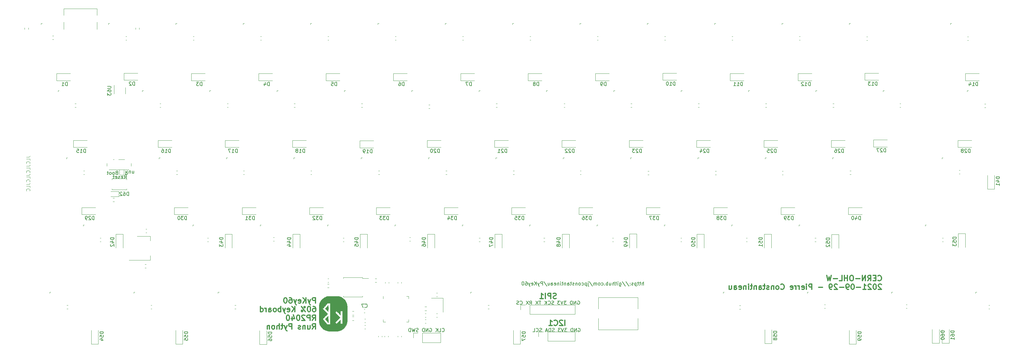
<source format=gbo>
%TF.GenerationSoftware,KiCad,Pcbnew,(6.0.7)*%
%TF.CreationDate,2022-09-11T22:15:23-05:00*%
%TF.ProjectId,PyKey60,50794b65-7936-4302-9e6b-696361645f70,1.1*%
%TF.SameCoordinates,Original*%
%TF.FileFunction,Legend,Bot*%
%TF.FilePolarity,Positive*%
%FSLAX46Y46*%
G04 Gerber Fmt 4.6, Leading zero omitted, Abs format (unit mm)*
G04 Created by KiCad (PCBNEW (6.0.7)) date 2022-09-11 22:15:23*
%MOMM*%
%LPD*%
G01*
G04 APERTURE LIST*
%ADD10C,0.150000*%
%ADD11C,0.304800*%
%ADD12C,0.100000*%
%ADD13C,0.120000*%
%ADD14C,0.010000*%
G04 APERTURE END LIST*
D10*
X221336428Y-153457000D02*
X221431666Y-153409380D01*
X221574523Y-153409380D01*
X221717380Y-153457000D01*
X221812619Y-153552238D01*
X221860238Y-153647476D01*
X221907857Y-153837952D01*
X221907857Y-153980809D01*
X221860238Y-154171285D01*
X221812619Y-154266523D01*
X221717380Y-154361761D01*
X221574523Y-154409380D01*
X221479285Y-154409380D01*
X221336428Y-154361761D01*
X221288809Y-154314142D01*
X221288809Y-153980809D01*
X221479285Y-153980809D01*
X220860238Y-154409380D02*
X220860238Y-153409380D01*
X220288809Y-154409380D01*
X220288809Y-153409380D01*
X219812619Y-154409380D02*
X219812619Y-153409380D01*
X219574523Y-153409380D01*
X219431666Y-153457000D01*
X219336428Y-153552238D01*
X219288809Y-153647476D01*
X219241190Y-153837952D01*
X219241190Y-153980809D01*
X219288809Y-154171285D01*
X219336428Y-154266523D01*
X219431666Y-154361761D01*
X219574523Y-154409380D01*
X219812619Y-154409380D01*
X218145952Y-153409380D02*
X217526904Y-153409380D01*
X217860238Y-153790333D01*
X217717380Y-153790333D01*
X217622142Y-153837952D01*
X217574523Y-153885571D01*
X217526904Y-153980809D01*
X217526904Y-154218904D01*
X217574523Y-154314142D01*
X217622142Y-154361761D01*
X217717380Y-154409380D01*
X218003095Y-154409380D01*
X218098333Y-154361761D01*
X218145952Y-154314142D01*
X217241190Y-153409380D02*
X216907857Y-154409380D01*
X216574523Y-153409380D01*
X216336428Y-153409380D02*
X215717380Y-153409380D01*
X216050714Y-153790333D01*
X215907857Y-153790333D01*
X215812619Y-153837952D01*
X215765000Y-153885571D01*
X215717380Y-153980809D01*
X215717380Y-154218904D01*
X215765000Y-154314142D01*
X215812619Y-154361761D01*
X215907857Y-154409380D01*
X216193571Y-154409380D01*
X216288809Y-154361761D01*
X216336428Y-154314142D01*
X214574523Y-154361761D02*
X214431666Y-154409380D01*
X214193571Y-154409380D01*
X214098333Y-154361761D01*
X214050714Y-154314142D01*
X214003095Y-154218904D01*
X214003095Y-154123666D01*
X214050714Y-154028428D01*
X214098333Y-153980809D01*
X214193571Y-153933190D01*
X214384047Y-153885571D01*
X214479285Y-153837952D01*
X214526904Y-153790333D01*
X214574523Y-153695095D01*
X214574523Y-153599857D01*
X214526904Y-153504619D01*
X214479285Y-153457000D01*
X214384047Y-153409380D01*
X214145952Y-153409380D01*
X214003095Y-153457000D01*
X213574523Y-154409380D02*
X213574523Y-153409380D01*
X213336428Y-153409380D01*
X213193571Y-153457000D01*
X213098333Y-153552238D01*
X213050714Y-153647476D01*
X213003095Y-153837952D01*
X213003095Y-153980809D01*
X213050714Y-154171285D01*
X213098333Y-154266523D01*
X213193571Y-154361761D01*
X213336428Y-154409380D01*
X213574523Y-154409380D01*
X212622142Y-154123666D02*
X212145952Y-154123666D01*
X212717380Y-154409380D02*
X212384047Y-153409380D01*
X212050714Y-154409380D01*
X211003095Y-154361761D02*
X210860238Y-154409380D01*
X210622142Y-154409380D01*
X210526904Y-154361761D01*
X210479285Y-154314142D01*
X210431666Y-154218904D01*
X210431666Y-154123666D01*
X210479285Y-154028428D01*
X210526904Y-153980809D01*
X210622142Y-153933190D01*
X210812619Y-153885571D01*
X210907857Y-153837952D01*
X210955476Y-153790333D01*
X211003095Y-153695095D01*
X211003095Y-153599857D01*
X210955476Y-153504619D01*
X210907857Y-153457000D01*
X210812619Y-153409380D01*
X210574523Y-153409380D01*
X210431666Y-153457000D01*
X209431666Y-154314142D02*
X209479285Y-154361761D01*
X209622142Y-154409380D01*
X209717380Y-154409380D01*
X209860238Y-154361761D01*
X209955476Y-154266523D01*
X210003095Y-154171285D01*
X210050714Y-153980809D01*
X210050714Y-153837952D01*
X210003095Y-153647476D01*
X209955476Y-153552238D01*
X209860238Y-153457000D01*
X209717380Y-153409380D01*
X209622142Y-153409380D01*
X209479285Y-153457000D01*
X209431666Y-153504619D01*
X208526904Y-154409380D02*
X209003095Y-154409380D01*
X209003095Y-153409380D01*
X221185333Y-145710000D02*
X221280571Y-145662380D01*
X221423428Y-145662380D01*
X221566285Y-145710000D01*
X221661523Y-145805238D01*
X221709142Y-145900476D01*
X221756761Y-146090952D01*
X221756761Y-146233809D01*
X221709142Y-146424285D01*
X221661523Y-146519523D01*
X221566285Y-146614761D01*
X221423428Y-146662380D01*
X221328190Y-146662380D01*
X221185333Y-146614761D01*
X221137714Y-146567142D01*
X221137714Y-146233809D01*
X221328190Y-146233809D01*
X220709142Y-146662380D02*
X220709142Y-145662380D01*
X220137714Y-146662380D01*
X220137714Y-145662380D01*
X219661523Y-146662380D02*
X219661523Y-145662380D01*
X219423428Y-145662380D01*
X219280571Y-145710000D01*
X219185333Y-145805238D01*
X219137714Y-145900476D01*
X219090095Y-146090952D01*
X219090095Y-146233809D01*
X219137714Y-146424285D01*
X219185333Y-146519523D01*
X219280571Y-146614761D01*
X219423428Y-146662380D01*
X219661523Y-146662380D01*
X217994857Y-145662380D02*
X217375809Y-145662380D01*
X217709142Y-146043333D01*
X217566285Y-146043333D01*
X217471047Y-146090952D01*
X217423428Y-146138571D01*
X217375809Y-146233809D01*
X217375809Y-146471904D01*
X217423428Y-146567142D01*
X217471047Y-146614761D01*
X217566285Y-146662380D01*
X217852000Y-146662380D01*
X217947238Y-146614761D01*
X217994857Y-146567142D01*
X217090095Y-145662380D02*
X216756761Y-146662380D01*
X216423428Y-145662380D01*
X216185333Y-145662380D02*
X215566285Y-145662380D01*
X215899619Y-146043333D01*
X215756761Y-146043333D01*
X215661523Y-146090952D01*
X215613904Y-146138571D01*
X215566285Y-146233809D01*
X215566285Y-146471904D01*
X215613904Y-146567142D01*
X215661523Y-146614761D01*
X215756761Y-146662380D01*
X216042476Y-146662380D01*
X216137714Y-146614761D01*
X216185333Y-146567142D01*
X214423428Y-146614761D02*
X214280571Y-146662380D01*
X214042476Y-146662380D01*
X213947238Y-146614761D01*
X213899619Y-146567142D01*
X213852000Y-146471904D01*
X213852000Y-146376666D01*
X213899619Y-146281428D01*
X213947238Y-146233809D01*
X214042476Y-146186190D01*
X214232952Y-146138571D01*
X214328190Y-146090952D01*
X214375809Y-146043333D01*
X214423428Y-145948095D01*
X214423428Y-145852857D01*
X214375809Y-145757619D01*
X214328190Y-145710000D01*
X214232952Y-145662380D01*
X213994857Y-145662380D01*
X213852000Y-145710000D01*
X212852000Y-146567142D02*
X212899619Y-146614761D01*
X213042476Y-146662380D01*
X213137714Y-146662380D01*
X213280571Y-146614761D01*
X213375809Y-146519523D01*
X213423428Y-146424285D01*
X213471047Y-146233809D01*
X213471047Y-146090952D01*
X213423428Y-145900476D01*
X213375809Y-145805238D01*
X213280571Y-145710000D01*
X213137714Y-145662380D01*
X213042476Y-145662380D01*
X212899619Y-145710000D01*
X212852000Y-145757619D01*
X212423428Y-146662380D02*
X212423428Y-145662380D01*
X211852000Y-146662380D02*
X212280571Y-146090952D01*
X211852000Y-145662380D02*
X212423428Y-146233809D01*
X210804380Y-145662380D02*
X210232952Y-145662380D01*
X210518666Y-146662380D02*
X210518666Y-145662380D01*
X209994857Y-145662380D02*
X209328190Y-146662380D01*
X209328190Y-145662380D02*
X209994857Y-146662380D01*
X207613904Y-146662380D02*
X207947238Y-146186190D01*
X208185333Y-146662380D02*
X208185333Y-145662380D01*
X207804380Y-145662380D01*
X207709142Y-145710000D01*
X207661523Y-145757619D01*
X207613904Y-145852857D01*
X207613904Y-145995714D01*
X207661523Y-146090952D01*
X207709142Y-146138571D01*
X207804380Y-146186190D01*
X208185333Y-146186190D01*
X207280571Y-145662380D02*
X206613904Y-146662380D01*
X206613904Y-145662380D02*
X207280571Y-146662380D01*
X204899619Y-146567142D02*
X204947238Y-146614761D01*
X205090095Y-146662380D01*
X205185333Y-146662380D01*
X205328190Y-146614761D01*
X205423428Y-146519523D01*
X205471047Y-146424285D01*
X205518666Y-146233809D01*
X205518666Y-146090952D01*
X205471047Y-145900476D01*
X205423428Y-145805238D01*
X205328190Y-145710000D01*
X205185333Y-145662380D01*
X205090095Y-145662380D01*
X204947238Y-145710000D01*
X204899619Y-145757619D01*
X204518666Y-146614761D02*
X204375809Y-146662380D01*
X204137714Y-146662380D01*
X204042476Y-146614761D01*
X203994857Y-146567142D01*
X203947238Y-146471904D01*
X203947238Y-146376666D01*
X203994857Y-146281428D01*
X204042476Y-146233809D01*
X204137714Y-146186190D01*
X204328190Y-146138571D01*
X204423428Y-146090952D01*
X204471047Y-146043333D01*
X204518666Y-145948095D01*
X204518666Y-145852857D01*
X204471047Y-145757619D01*
X204423428Y-145710000D01*
X204328190Y-145662380D01*
X204090095Y-145662380D01*
X203947238Y-145710000D01*
X93892761Y-108800619D02*
X93559428Y-109276809D01*
X93321333Y-108800619D02*
X93321333Y-109800619D01*
X93702285Y-109800619D01*
X93797523Y-109753000D01*
X93845142Y-109705380D01*
X93892761Y-109610142D01*
X93892761Y-109467285D01*
X93845142Y-109372047D01*
X93797523Y-109324428D01*
X93702285Y-109276809D01*
X93321333Y-109276809D01*
X94749904Y-109467285D02*
X94749904Y-108800619D01*
X94321333Y-109467285D02*
X94321333Y-108943476D01*
X94368952Y-108848238D01*
X94464190Y-108800619D01*
X94607047Y-108800619D01*
X94702285Y-108848238D01*
X94749904Y-108895857D01*
X95226095Y-109467285D02*
X95226095Y-108800619D01*
X95226095Y-109372047D02*
X95273714Y-109419666D01*
X95368952Y-109467285D01*
X95511809Y-109467285D01*
X95607047Y-109419666D01*
X95654666Y-109324428D01*
X95654666Y-108800619D01*
X92932095Y-110975380D02*
X93265428Y-110499190D01*
X93503523Y-110975380D02*
X93503523Y-109975380D01*
X93122571Y-109975380D01*
X93027333Y-110023000D01*
X92979714Y-110070619D01*
X92932095Y-110165857D01*
X92932095Y-110308714D01*
X92979714Y-110403952D01*
X93027333Y-110451571D01*
X93122571Y-110499190D01*
X93503523Y-110499190D01*
X92122571Y-110927761D02*
X92217809Y-110975380D01*
X92408285Y-110975380D01*
X92503523Y-110927761D01*
X92551142Y-110832523D01*
X92551142Y-110451571D01*
X92503523Y-110356333D01*
X92408285Y-110308714D01*
X92217809Y-110308714D01*
X92122571Y-110356333D01*
X92074952Y-110451571D01*
X92074952Y-110546809D01*
X92551142Y-110642047D01*
X91694000Y-110927761D02*
X91598761Y-110975380D01*
X91408285Y-110975380D01*
X91313047Y-110927761D01*
X91265428Y-110832523D01*
X91265428Y-110784904D01*
X91313047Y-110689666D01*
X91408285Y-110642047D01*
X91551142Y-110642047D01*
X91646380Y-110594428D01*
X91694000Y-110499190D01*
X91694000Y-110451571D01*
X91646380Y-110356333D01*
X91551142Y-110308714D01*
X91408285Y-110308714D01*
X91313047Y-110356333D01*
X90455904Y-110927761D02*
X90551142Y-110975380D01*
X90741619Y-110975380D01*
X90836857Y-110927761D01*
X90884476Y-110832523D01*
X90884476Y-110451571D01*
X90836857Y-110356333D01*
X90741619Y-110308714D01*
X90551142Y-110308714D01*
X90455904Y-110356333D01*
X90408285Y-110451571D01*
X90408285Y-110546809D01*
X90884476Y-110642047D01*
X90122571Y-110308714D02*
X89741619Y-110308714D01*
X89979714Y-109975380D02*
X89979714Y-110832523D01*
X89932095Y-110927761D01*
X89836857Y-110975380D01*
X89741619Y-110975380D01*
D11*
X147013022Y-146266968D02*
X147013022Y-144742968D01*
X146432451Y-144742968D01*
X146287308Y-144815540D01*
X146214737Y-144888111D01*
X146142165Y-145033254D01*
X146142165Y-145250968D01*
X146214737Y-145396111D01*
X146287308Y-145468682D01*
X146432451Y-145541254D01*
X147013022Y-145541254D01*
X145634165Y-145250968D02*
X145271308Y-146266968D01*
X144908451Y-145250968D02*
X145271308Y-146266968D01*
X145416451Y-146629825D01*
X145489022Y-146702397D01*
X145634165Y-146774968D01*
X144327880Y-146266968D02*
X144327880Y-144742968D01*
X143457022Y-146266968D02*
X144110165Y-145396111D01*
X143457022Y-144742968D02*
X144327880Y-145613825D01*
X142223308Y-146194397D02*
X142368451Y-146266968D01*
X142658737Y-146266968D01*
X142803880Y-146194397D01*
X142876451Y-146049254D01*
X142876451Y-145468682D01*
X142803880Y-145323540D01*
X142658737Y-145250968D01*
X142368451Y-145250968D01*
X142223308Y-145323540D01*
X142150737Y-145468682D01*
X142150737Y-145613825D01*
X142876451Y-145758968D01*
X141642737Y-145250968D02*
X141279880Y-146266968D01*
X140917022Y-145250968D02*
X141279880Y-146266968D01*
X141425022Y-146629825D01*
X141497594Y-146702397D01*
X141642737Y-146774968D01*
X139683308Y-144742968D02*
X139973594Y-144742968D01*
X140118737Y-144815540D01*
X140191308Y-144888111D01*
X140336451Y-145105825D01*
X140409022Y-145396111D01*
X140409022Y-145976682D01*
X140336451Y-146121825D01*
X140263880Y-146194397D01*
X140118737Y-146266968D01*
X139828451Y-146266968D01*
X139683308Y-146194397D01*
X139610737Y-146121825D01*
X139538165Y-145976682D01*
X139538165Y-145613825D01*
X139610737Y-145468682D01*
X139683308Y-145396111D01*
X139828451Y-145323540D01*
X140118737Y-145323540D01*
X140263880Y-145396111D01*
X140336451Y-145468682D01*
X140409022Y-145613825D01*
X138594737Y-144742968D02*
X138449594Y-144742968D01*
X138304451Y-144815540D01*
X138231880Y-144888111D01*
X138159308Y-145033254D01*
X138086737Y-145323540D01*
X138086737Y-145686397D01*
X138159308Y-145976682D01*
X138231880Y-146121825D01*
X138304451Y-146194397D01*
X138449594Y-146266968D01*
X138594737Y-146266968D01*
X138739880Y-146194397D01*
X138812451Y-146121825D01*
X138885022Y-145976682D01*
X138957594Y-145686397D01*
X138957594Y-145323540D01*
X138885022Y-145033254D01*
X138812451Y-144888111D01*
X138739880Y-144815540D01*
X138594737Y-144742968D01*
X146359880Y-147196608D02*
X146650165Y-147196608D01*
X146795308Y-147269180D01*
X146867880Y-147341751D01*
X147013022Y-147559465D01*
X147085594Y-147849751D01*
X147085594Y-148430322D01*
X147013022Y-148575465D01*
X146940451Y-148648037D01*
X146795308Y-148720608D01*
X146505022Y-148720608D01*
X146359880Y-148648037D01*
X146287308Y-148575465D01*
X146214737Y-148430322D01*
X146214737Y-148067465D01*
X146287308Y-147922322D01*
X146359880Y-147849751D01*
X146505022Y-147777180D01*
X146795308Y-147777180D01*
X146940451Y-147849751D01*
X147013022Y-147922322D01*
X147085594Y-148067465D01*
X145271308Y-147196608D02*
X145126165Y-147196608D01*
X144981022Y-147269180D01*
X144908451Y-147341751D01*
X144835880Y-147486894D01*
X144763308Y-147777180D01*
X144763308Y-148140037D01*
X144835880Y-148430322D01*
X144908451Y-148575465D01*
X144981022Y-148648037D01*
X145126165Y-148720608D01*
X145271308Y-148720608D01*
X145416451Y-148648037D01*
X145489022Y-148575465D01*
X145561594Y-148430322D01*
X145634165Y-148140037D01*
X145634165Y-147777180D01*
X145561594Y-147486894D01*
X145489022Y-147341751D01*
X145416451Y-147269180D01*
X145271308Y-147196608D01*
X144182737Y-148720608D02*
X143021594Y-147196608D01*
X143965022Y-147196608D02*
X143819880Y-147269180D01*
X143747308Y-147414322D01*
X143819880Y-147559465D01*
X143965022Y-147632037D01*
X144110165Y-147559465D01*
X144182737Y-147414322D01*
X144110165Y-147269180D01*
X143965022Y-147196608D01*
X143094165Y-148648037D02*
X143021594Y-148502894D01*
X143094165Y-148357751D01*
X143239308Y-148285180D01*
X143384451Y-148357751D01*
X143457022Y-148502894D01*
X143384451Y-148648037D01*
X143239308Y-148720608D01*
X143094165Y-148648037D01*
X141207308Y-148720608D02*
X141207308Y-147196608D01*
X140336451Y-148720608D02*
X140989594Y-147849751D01*
X140336451Y-147196608D02*
X141207308Y-148067465D01*
X139102737Y-148648037D02*
X139247880Y-148720608D01*
X139538165Y-148720608D01*
X139683308Y-148648037D01*
X139755880Y-148502894D01*
X139755880Y-147922322D01*
X139683308Y-147777180D01*
X139538165Y-147704608D01*
X139247880Y-147704608D01*
X139102737Y-147777180D01*
X139030165Y-147922322D01*
X139030165Y-148067465D01*
X139755880Y-148212608D01*
X138522165Y-147704608D02*
X138159308Y-148720608D01*
X137796451Y-147704608D02*
X138159308Y-148720608D01*
X138304451Y-149083465D01*
X138377022Y-149156037D01*
X138522165Y-149228608D01*
X137215880Y-148720608D02*
X137215880Y-147196608D01*
X137215880Y-147777180D02*
X137070737Y-147704608D01*
X136780451Y-147704608D01*
X136635308Y-147777180D01*
X136562737Y-147849751D01*
X136490165Y-147994894D01*
X136490165Y-148430322D01*
X136562737Y-148575465D01*
X136635308Y-148648037D01*
X136780451Y-148720608D01*
X137070737Y-148720608D01*
X137215880Y-148648037D01*
X135619308Y-148720608D02*
X135764451Y-148648037D01*
X135837022Y-148575465D01*
X135909594Y-148430322D01*
X135909594Y-147994894D01*
X135837022Y-147849751D01*
X135764451Y-147777180D01*
X135619308Y-147704608D01*
X135401594Y-147704608D01*
X135256451Y-147777180D01*
X135183880Y-147849751D01*
X135111308Y-147994894D01*
X135111308Y-148430322D01*
X135183880Y-148575465D01*
X135256451Y-148648037D01*
X135401594Y-148720608D01*
X135619308Y-148720608D01*
X133805022Y-148720608D02*
X133805022Y-147922322D01*
X133877594Y-147777180D01*
X134022737Y-147704608D01*
X134313022Y-147704608D01*
X134458165Y-147777180D01*
X133805022Y-148648037D02*
X133950165Y-148720608D01*
X134313022Y-148720608D01*
X134458165Y-148648037D01*
X134530737Y-148502894D01*
X134530737Y-148357751D01*
X134458165Y-148212608D01*
X134313022Y-148140037D01*
X133950165Y-148140037D01*
X133805022Y-148067465D01*
X133079308Y-148720608D02*
X133079308Y-147704608D01*
X133079308Y-147994894D02*
X133006737Y-147849751D01*
X132934165Y-147777180D01*
X132789022Y-147704608D01*
X132643880Y-147704608D01*
X131482737Y-148720608D02*
X131482737Y-147196608D01*
X131482737Y-148648037D02*
X131627880Y-148720608D01*
X131918165Y-148720608D01*
X132063308Y-148648037D01*
X132135880Y-148575465D01*
X132208451Y-148430322D01*
X132208451Y-147994894D01*
X132135880Y-147849751D01*
X132063308Y-147777180D01*
X131918165Y-147704608D01*
X131627880Y-147704608D01*
X131482737Y-147777180D01*
X146142165Y-151174248D02*
X146650165Y-150448534D01*
X147013022Y-151174248D02*
X147013022Y-149650248D01*
X146432451Y-149650248D01*
X146287308Y-149722820D01*
X146214737Y-149795391D01*
X146142165Y-149940534D01*
X146142165Y-150158248D01*
X146214737Y-150303391D01*
X146287308Y-150375962D01*
X146432451Y-150448534D01*
X147013022Y-150448534D01*
X145489022Y-151174248D02*
X145489022Y-149650248D01*
X144908451Y-149650248D01*
X144763308Y-149722820D01*
X144690737Y-149795391D01*
X144618165Y-149940534D01*
X144618165Y-150158248D01*
X144690737Y-150303391D01*
X144763308Y-150375962D01*
X144908451Y-150448534D01*
X145489022Y-150448534D01*
X144037594Y-149795391D02*
X143965022Y-149722820D01*
X143819880Y-149650248D01*
X143457022Y-149650248D01*
X143311880Y-149722820D01*
X143239308Y-149795391D01*
X143166737Y-149940534D01*
X143166737Y-150085677D01*
X143239308Y-150303391D01*
X144110165Y-151174248D01*
X143166737Y-151174248D01*
X142223308Y-149650248D02*
X142078165Y-149650248D01*
X141933022Y-149722820D01*
X141860451Y-149795391D01*
X141787880Y-149940534D01*
X141715308Y-150230820D01*
X141715308Y-150593677D01*
X141787880Y-150883962D01*
X141860451Y-151029105D01*
X141933022Y-151101677D01*
X142078165Y-151174248D01*
X142223308Y-151174248D01*
X142368451Y-151101677D01*
X142441022Y-151029105D01*
X142513594Y-150883962D01*
X142586165Y-150593677D01*
X142586165Y-150230820D01*
X142513594Y-149940534D01*
X142441022Y-149795391D01*
X142368451Y-149722820D01*
X142223308Y-149650248D01*
X140409022Y-150158248D02*
X140409022Y-151174248D01*
X140771880Y-149577677D02*
X141134737Y-150666248D01*
X140191308Y-150666248D01*
X139320451Y-149650248D02*
X139175308Y-149650248D01*
X139030165Y-149722820D01*
X138957594Y-149795391D01*
X138885022Y-149940534D01*
X138812451Y-150230820D01*
X138812451Y-150593677D01*
X138885022Y-150883962D01*
X138957594Y-151029105D01*
X139030165Y-151101677D01*
X139175308Y-151174248D01*
X139320451Y-151174248D01*
X139465594Y-151101677D01*
X139538165Y-151029105D01*
X139610737Y-150883962D01*
X139683308Y-150593677D01*
X139683308Y-150230820D01*
X139610737Y-149940534D01*
X139538165Y-149795391D01*
X139465594Y-149722820D01*
X139320451Y-149650248D01*
X146142165Y-153627888D02*
X146650165Y-152902174D01*
X147013022Y-153627888D02*
X147013022Y-152103888D01*
X146432451Y-152103888D01*
X146287308Y-152176460D01*
X146214737Y-152249031D01*
X146142165Y-152394174D01*
X146142165Y-152611888D01*
X146214737Y-152757031D01*
X146287308Y-152829602D01*
X146432451Y-152902174D01*
X147013022Y-152902174D01*
X144835880Y-152611888D02*
X144835880Y-153627888D01*
X145489022Y-152611888D02*
X145489022Y-153410174D01*
X145416451Y-153555317D01*
X145271308Y-153627888D01*
X145053594Y-153627888D01*
X144908451Y-153555317D01*
X144835880Y-153482745D01*
X144110165Y-152611888D02*
X144110165Y-153627888D01*
X144110165Y-152757031D02*
X144037594Y-152684460D01*
X143892451Y-152611888D01*
X143674737Y-152611888D01*
X143529594Y-152684460D01*
X143457022Y-152829602D01*
X143457022Y-153627888D01*
X142803880Y-153555317D02*
X142658737Y-153627888D01*
X142368451Y-153627888D01*
X142223308Y-153555317D01*
X142150737Y-153410174D01*
X142150737Y-153337602D01*
X142223308Y-153192460D01*
X142368451Y-153119888D01*
X142586165Y-153119888D01*
X142731308Y-153047317D01*
X142803880Y-152902174D01*
X142803880Y-152829602D01*
X142731308Y-152684460D01*
X142586165Y-152611888D01*
X142368451Y-152611888D01*
X142223308Y-152684460D01*
X140336451Y-153627888D02*
X140336451Y-152103888D01*
X139755880Y-152103888D01*
X139610737Y-152176460D01*
X139538165Y-152249031D01*
X139465594Y-152394174D01*
X139465594Y-152611888D01*
X139538165Y-152757031D01*
X139610737Y-152829602D01*
X139755880Y-152902174D01*
X140336451Y-152902174D01*
X138957594Y-152611888D02*
X138594737Y-153627888D01*
X138231880Y-152611888D02*
X138594737Y-153627888D01*
X138739880Y-153990745D01*
X138812451Y-154063317D01*
X138957594Y-154135888D01*
X137869022Y-152611888D02*
X137288451Y-152611888D01*
X137651308Y-152103888D02*
X137651308Y-153410174D01*
X137578737Y-153555317D01*
X137433594Y-153627888D01*
X137288451Y-153627888D01*
X136780451Y-153627888D02*
X136780451Y-152103888D01*
X136127308Y-153627888D02*
X136127308Y-152829602D01*
X136199880Y-152684460D01*
X136345022Y-152611888D01*
X136562737Y-152611888D01*
X136707880Y-152684460D01*
X136780451Y-152757031D01*
X135183880Y-153627888D02*
X135329022Y-153555317D01*
X135401594Y-153482745D01*
X135474165Y-153337602D01*
X135474165Y-152902174D01*
X135401594Y-152757031D01*
X135329022Y-152684460D01*
X135183880Y-152611888D01*
X134966165Y-152611888D01*
X134821022Y-152684460D01*
X134748451Y-152757031D01*
X134675880Y-152902174D01*
X134675880Y-153337602D01*
X134748451Y-153482745D01*
X134821022Y-153555317D01*
X134966165Y-153627888D01*
X135183880Y-153627888D01*
X134022737Y-152611888D02*
X134022737Y-153627888D01*
X134022737Y-152757031D02*
X133950165Y-152684460D01*
X133805022Y-152611888D01*
X133587308Y-152611888D01*
X133442165Y-152684460D01*
X133369594Y-152829602D01*
X133369594Y-153627888D01*
X217605428Y-152614428D02*
X217605428Y-151090428D01*
X216952285Y-151235571D02*
X216879714Y-151163000D01*
X216734571Y-151090428D01*
X216371714Y-151090428D01*
X216226571Y-151163000D01*
X216154000Y-151235571D01*
X216081428Y-151380714D01*
X216081428Y-151525857D01*
X216154000Y-151743571D01*
X217024857Y-152614428D01*
X216081428Y-152614428D01*
X214557428Y-152469285D02*
X214630000Y-152541857D01*
X214847714Y-152614428D01*
X214992857Y-152614428D01*
X215210571Y-152541857D01*
X215355714Y-152396714D01*
X215428285Y-152251571D01*
X215500857Y-151961285D01*
X215500857Y-151743571D01*
X215428285Y-151453285D01*
X215355714Y-151308142D01*
X215210571Y-151163000D01*
X214992857Y-151090428D01*
X214847714Y-151090428D01*
X214630000Y-151163000D01*
X214557428Y-151235571D01*
X213106000Y-152614428D02*
X213976857Y-152614428D01*
X213541428Y-152614428D02*
X213541428Y-151090428D01*
X213686571Y-151308142D01*
X213831714Y-151453285D01*
X213976857Y-151525857D01*
X306162165Y-139812465D02*
X306234737Y-139885037D01*
X306452451Y-139957608D01*
X306597594Y-139957608D01*
X306815308Y-139885037D01*
X306960451Y-139739894D01*
X307033022Y-139594751D01*
X307105594Y-139304465D01*
X307105594Y-139086751D01*
X307033022Y-138796465D01*
X306960451Y-138651322D01*
X306815308Y-138506180D01*
X306597594Y-138433608D01*
X306452451Y-138433608D01*
X306234737Y-138506180D01*
X306162165Y-138578751D01*
X305509022Y-139159322D02*
X305001022Y-139159322D01*
X304783308Y-139957608D02*
X305509022Y-139957608D01*
X305509022Y-138433608D01*
X304783308Y-138433608D01*
X303259308Y-139957608D02*
X303767308Y-139231894D01*
X304130165Y-139957608D02*
X304130165Y-138433608D01*
X303549594Y-138433608D01*
X303404451Y-138506180D01*
X303331880Y-138578751D01*
X303259308Y-138723894D01*
X303259308Y-138941608D01*
X303331880Y-139086751D01*
X303404451Y-139159322D01*
X303549594Y-139231894D01*
X304130165Y-139231894D01*
X302606165Y-139957608D02*
X302606165Y-138433608D01*
X301735308Y-139957608D01*
X301735308Y-138433608D01*
X301009594Y-139377037D02*
X299848451Y-139377037D01*
X298832451Y-138433608D02*
X298542165Y-138433608D01*
X298397022Y-138506180D01*
X298251880Y-138651322D01*
X298179308Y-138941608D01*
X298179308Y-139449608D01*
X298251880Y-139739894D01*
X298397022Y-139885037D01*
X298542165Y-139957608D01*
X298832451Y-139957608D01*
X298977594Y-139885037D01*
X299122737Y-139739894D01*
X299195308Y-139449608D01*
X299195308Y-138941608D01*
X299122737Y-138651322D01*
X298977594Y-138506180D01*
X298832451Y-138433608D01*
X297526165Y-139957608D02*
X297526165Y-138433608D01*
X297526165Y-139159322D02*
X296655308Y-139159322D01*
X296655308Y-139957608D02*
X296655308Y-138433608D01*
X295203880Y-139957608D02*
X295929594Y-139957608D01*
X295929594Y-138433608D01*
X294695880Y-139377037D02*
X293534737Y-139377037D01*
X292954165Y-138433608D02*
X292591308Y-139957608D01*
X292301022Y-138869037D01*
X292010737Y-139957608D01*
X291647880Y-138433608D01*
X307105594Y-141032391D02*
X307033022Y-140959820D01*
X306887880Y-140887248D01*
X306525022Y-140887248D01*
X306379880Y-140959820D01*
X306307308Y-141032391D01*
X306234737Y-141177534D01*
X306234737Y-141322677D01*
X306307308Y-141540391D01*
X307178165Y-142411248D01*
X306234737Y-142411248D01*
X305291308Y-140887248D02*
X305146165Y-140887248D01*
X305001022Y-140959820D01*
X304928451Y-141032391D01*
X304855880Y-141177534D01*
X304783308Y-141467820D01*
X304783308Y-141830677D01*
X304855880Y-142120962D01*
X304928451Y-142266105D01*
X305001022Y-142338677D01*
X305146165Y-142411248D01*
X305291308Y-142411248D01*
X305436451Y-142338677D01*
X305509022Y-142266105D01*
X305581594Y-142120962D01*
X305654165Y-141830677D01*
X305654165Y-141467820D01*
X305581594Y-141177534D01*
X305509022Y-141032391D01*
X305436451Y-140959820D01*
X305291308Y-140887248D01*
X304202737Y-141032391D02*
X304130165Y-140959820D01*
X303985022Y-140887248D01*
X303622165Y-140887248D01*
X303477022Y-140959820D01*
X303404451Y-141032391D01*
X303331880Y-141177534D01*
X303331880Y-141322677D01*
X303404451Y-141540391D01*
X304275308Y-142411248D01*
X303331880Y-142411248D01*
X301880451Y-142411248D02*
X302751308Y-142411248D01*
X302315880Y-142411248D02*
X302315880Y-140887248D01*
X302461022Y-141104962D01*
X302606165Y-141250105D01*
X302751308Y-141322677D01*
X301227308Y-141830677D02*
X300066165Y-141830677D01*
X299050165Y-140887248D02*
X298905022Y-140887248D01*
X298759880Y-140959820D01*
X298687308Y-141032391D01*
X298614737Y-141177534D01*
X298542165Y-141467820D01*
X298542165Y-141830677D01*
X298614737Y-142120962D01*
X298687308Y-142266105D01*
X298759880Y-142338677D01*
X298905022Y-142411248D01*
X299050165Y-142411248D01*
X299195308Y-142338677D01*
X299267880Y-142266105D01*
X299340451Y-142120962D01*
X299413022Y-141830677D01*
X299413022Y-141467820D01*
X299340451Y-141177534D01*
X299267880Y-141032391D01*
X299195308Y-140959820D01*
X299050165Y-140887248D01*
X297816451Y-142411248D02*
X297526165Y-142411248D01*
X297381022Y-142338677D01*
X297308451Y-142266105D01*
X297163308Y-142048391D01*
X297090737Y-141758105D01*
X297090737Y-141177534D01*
X297163308Y-141032391D01*
X297235880Y-140959820D01*
X297381022Y-140887248D01*
X297671308Y-140887248D01*
X297816451Y-140959820D01*
X297889022Y-141032391D01*
X297961594Y-141177534D01*
X297961594Y-141540391D01*
X297889022Y-141685534D01*
X297816451Y-141758105D01*
X297671308Y-141830677D01*
X297381022Y-141830677D01*
X297235880Y-141758105D01*
X297163308Y-141685534D01*
X297090737Y-141540391D01*
X296437594Y-141830677D02*
X295276451Y-141830677D01*
X294623308Y-141032391D02*
X294550737Y-140959820D01*
X294405594Y-140887248D01*
X294042737Y-140887248D01*
X293897594Y-140959820D01*
X293825022Y-141032391D01*
X293752451Y-141177534D01*
X293752451Y-141322677D01*
X293825022Y-141540391D01*
X294695880Y-142411248D01*
X293752451Y-142411248D01*
X293026737Y-142411248D02*
X292736451Y-142411248D01*
X292591308Y-142338677D01*
X292518737Y-142266105D01*
X292373594Y-142048391D01*
X292301022Y-141758105D01*
X292301022Y-141177534D01*
X292373594Y-141032391D01*
X292446165Y-140959820D01*
X292591308Y-140887248D01*
X292881594Y-140887248D01*
X293026737Y-140959820D01*
X293099308Y-141032391D01*
X293171880Y-141177534D01*
X293171880Y-141540391D01*
X293099308Y-141685534D01*
X293026737Y-141758105D01*
X292881594Y-141830677D01*
X292591308Y-141830677D01*
X292446165Y-141758105D01*
X292373594Y-141685534D01*
X292301022Y-141540391D01*
X290486737Y-141830677D02*
X289325594Y-141830677D01*
X287438737Y-142411248D02*
X287438737Y-140887248D01*
X286858165Y-140887248D01*
X286713022Y-140959820D01*
X286640451Y-141032391D01*
X286567880Y-141177534D01*
X286567880Y-141395248D01*
X286640451Y-141540391D01*
X286713022Y-141612962D01*
X286858165Y-141685534D01*
X287438737Y-141685534D01*
X285914737Y-142411248D02*
X285914737Y-141395248D01*
X285914737Y-140887248D02*
X285987308Y-140959820D01*
X285914737Y-141032391D01*
X285842165Y-140959820D01*
X285914737Y-140887248D01*
X285914737Y-141032391D01*
X284608451Y-142338677D02*
X284753594Y-142411248D01*
X285043880Y-142411248D01*
X285189022Y-142338677D01*
X285261594Y-142193534D01*
X285261594Y-141612962D01*
X285189022Y-141467820D01*
X285043880Y-141395248D01*
X284753594Y-141395248D01*
X284608451Y-141467820D01*
X284535880Y-141612962D01*
X284535880Y-141758105D01*
X285261594Y-141903248D01*
X283882737Y-142411248D02*
X283882737Y-141395248D01*
X283882737Y-141685534D02*
X283810165Y-141540391D01*
X283737594Y-141467820D01*
X283592451Y-141395248D01*
X283447308Y-141395248D01*
X282939308Y-142411248D02*
X282939308Y-141395248D01*
X282939308Y-141685534D02*
X282866737Y-141540391D01*
X282794165Y-141467820D01*
X282649022Y-141395248D01*
X282503880Y-141395248D01*
X281415308Y-142338677D02*
X281560451Y-142411248D01*
X281850737Y-142411248D01*
X281995880Y-142338677D01*
X282068451Y-142193534D01*
X282068451Y-141612962D01*
X281995880Y-141467820D01*
X281850737Y-141395248D01*
X281560451Y-141395248D01*
X281415308Y-141467820D01*
X281342737Y-141612962D01*
X281342737Y-141758105D01*
X282068451Y-141903248D01*
X278657594Y-142266105D02*
X278730165Y-142338677D01*
X278947880Y-142411248D01*
X279093022Y-142411248D01*
X279310737Y-142338677D01*
X279455880Y-142193534D01*
X279528451Y-142048391D01*
X279601022Y-141758105D01*
X279601022Y-141540391D01*
X279528451Y-141250105D01*
X279455880Y-141104962D01*
X279310737Y-140959820D01*
X279093022Y-140887248D01*
X278947880Y-140887248D01*
X278730165Y-140959820D01*
X278657594Y-141032391D01*
X277786737Y-142411248D02*
X277931880Y-142338677D01*
X278004451Y-142266105D01*
X278077022Y-142120962D01*
X278077022Y-141685534D01*
X278004451Y-141540391D01*
X277931880Y-141467820D01*
X277786737Y-141395248D01*
X277569022Y-141395248D01*
X277423880Y-141467820D01*
X277351308Y-141540391D01*
X277278737Y-141685534D01*
X277278737Y-142120962D01*
X277351308Y-142266105D01*
X277423880Y-142338677D01*
X277569022Y-142411248D01*
X277786737Y-142411248D01*
X276625594Y-141395248D02*
X276625594Y-142411248D01*
X276625594Y-141540391D02*
X276553022Y-141467820D01*
X276407880Y-141395248D01*
X276190165Y-141395248D01*
X276045022Y-141467820D01*
X275972451Y-141612962D01*
X275972451Y-142411248D01*
X275319308Y-142338677D02*
X275174165Y-142411248D01*
X274883880Y-142411248D01*
X274738737Y-142338677D01*
X274666165Y-142193534D01*
X274666165Y-142120962D01*
X274738737Y-141975820D01*
X274883880Y-141903248D01*
X275101594Y-141903248D01*
X275246737Y-141830677D01*
X275319308Y-141685534D01*
X275319308Y-141612962D01*
X275246737Y-141467820D01*
X275101594Y-141395248D01*
X274883880Y-141395248D01*
X274738737Y-141467820D01*
X274230737Y-141395248D02*
X273650165Y-141395248D01*
X274013022Y-140887248D02*
X274013022Y-142193534D01*
X273940451Y-142338677D01*
X273795308Y-142411248D01*
X273650165Y-142411248D01*
X272489022Y-142411248D02*
X272489022Y-141612962D01*
X272561594Y-141467820D01*
X272706737Y-141395248D01*
X272997022Y-141395248D01*
X273142165Y-141467820D01*
X272489022Y-142338677D02*
X272634165Y-142411248D01*
X272997022Y-142411248D01*
X273142165Y-142338677D01*
X273214737Y-142193534D01*
X273214737Y-142048391D01*
X273142165Y-141903248D01*
X272997022Y-141830677D01*
X272634165Y-141830677D01*
X272489022Y-141758105D01*
X271763308Y-141395248D02*
X271763308Y-142411248D01*
X271763308Y-141540391D02*
X271690737Y-141467820D01*
X271545594Y-141395248D01*
X271327880Y-141395248D01*
X271182737Y-141467820D01*
X271110165Y-141612962D01*
X271110165Y-142411248D01*
X270602165Y-141395248D02*
X270021594Y-141395248D01*
X270384451Y-140887248D02*
X270384451Y-142193534D01*
X270311880Y-142338677D01*
X270166737Y-142411248D01*
X270021594Y-142411248D01*
X269513594Y-142411248D02*
X269513594Y-141395248D01*
X269513594Y-140887248D02*
X269586165Y-140959820D01*
X269513594Y-141032391D01*
X269441022Y-140959820D01*
X269513594Y-140887248D01*
X269513594Y-141032391D01*
X268787880Y-141395248D02*
X268787880Y-142411248D01*
X268787880Y-141540391D02*
X268715308Y-141467820D01*
X268570165Y-141395248D01*
X268352451Y-141395248D01*
X268207308Y-141467820D01*
X268134737Y-141612962D01*
X268134737Y-142411248D01*
X266828451Y-142338677D02*
X266973594Y-142411248D01*
X267263880Y-142411248D01*
X267409022Y-142338677D01*
X267481594Y-142193534D01*
X267481594Y-141612962D01*
X267409022Y-141467820D01*
X267263880Y-141395248D01*
X266973594Y-141395248D01*
X266828451Y-141467820D01*
X266755880Y-141612962D01*
X266755880Y-141758105D01*
X267481594Y-141903248D01*
X265449594Y-142411248D02*
X265449594Y-141612962D01*
X265522165Y-141467820D01*
X265667308Y-141395248D01*
X265957594Y-141395248D01*
X266102737Y-141467820D01*
X265449594Y-142338677D02*
X265594737Y-142411248D01*
X265957594Y-142411248D01*
X266102737Y-142338677D01*
X266175308Y-142193534D01*
X266175308Y-142048391D01*
X266102737Y-141903248D01*
X265957594Y-141830677D01*
X265594737Y-141830677D01*
X265449594Y-141758105D01*
X264070737Y-141395248D02*
X264070737Y-142411248D01*
X264723880Y-141395248D02*
X264723880Y-142193534D01*
X264651308Y-142338677D01*
X264506165Y-142411248D01*
X264288451Y-142411248D01*
X264143308Y-142338677D01*
X264070737Y-142266105D01*
D12*
X65238380Y-104887952D02*
X65952666Y-104887952D01*
X66095523Y-104840333D01*
X66190761Y-104745095D01*
X66238380Y-104602238D01*
X66238380Y-104507000D01*
X66238380Y-105840333D02*
X66238380Y-105364142D01*
X65238380Y-105364142D01*
X66143142Y-106745095D02*
X66190761Y-106697476D01*
X66238380Y-106554619D01*
X66238380Y-106459380D01*
X66190761Y-106316523D01*
X66095523Y-106221285D01*
X66000285Y-106173666D01*
X65809809Y-106126047D01*
X65666952Y-106126047D01*
X65476476Y-106173666D01*
X65381238Y-106221285D01*
X65286000Y-106316523D01*
X65238380Y-106459380D01*
X65238380Y-106554619D01*
X65286000Y-106697476D01*
X65333619Y-106745095D01*
X65238380Y-107459380D02*
X65952666Y-107459380D01*
X66095523Y-107411761D01*
X66190761Y-107316523D01*
X66238380Y-107173666D01*
X66238380Y-107078428D01*
X66238380Y-108411761D02*
X66238380Y-107935571D01*
X65238380Y-107935571D01*
X66143142Y-109316523D02*
X66190761Y-109268904D01*
X66238380Y-109126047D01*
X66238380Y-109030809D01*
X66190761Y-108887952D01*
X66095523Y-108792714D01*
X66000285Y-108745095D01*
X65809809Y-108697476D01*
X65666952Y-108697476D01*
X65476476Y-108745095D01*
X65381238Y-108792714D01*
X65286000Y-108887952D01*
X65238380Y-109030809D01*
X65238380Y-109126047D01*
X65286000Y-109268904D01*
X65333619Y-109316523D01*
X65238380Y-110030809D02*
X65952666Y-110030809D01*
X66095523Y-109983190D01*
X66190761Y-109887952D01*
X66238380Y-109745095D01*
X66238380Y-109649857D01*
X66238380Y-110983190D02*
X66238380Y-110507000D01*
X65238380Y-110507000D01*
X66143142Y-111887952D02*
X66190761Y-111840333D01*
X66238380Y-111697476D01*
X66238380Y-111602238D01*
X66190761Y-111459380D01*
X66095523Y-111364142D01*
X66000285Y-111316523D01*
X65809809Y-111268904D01*
X65666952Y-111268904D01*
X65476476Y-111316523D01*
X65381238Y-111364142D01*
X65286000Y-111459380D01*
X65238380Y-111602238D01*
X65238380Y-111697476D01*
X65286000Y-111840333D01*
X65333619Y-111887952D01*
X65238380Y-112602238D02*
X65952666Y-112602238D01*
X66095523Y-112554619D01*
X66190761Y-112459380D01*
X66238380Y-112316523D01*
X66238380Y-112221285D01*
X66238380Y-113554619D02*
X66238380Y-113078428D01*
X65238380Y-113078428D01*
X66143142Y-114459380D02*
X66190761Y-114411761D01*
X66238380Y-114268904D01*
X66238380Y-114173666D01*
X66190761Y-114030809D01*
X66095523Y-113935571D01*
X66000285Y-113887952D01*
X65809809Y-113840333D01*
X65666952Y-113840333D01*
X65476476Y-113887952D01*
X65381238Y-113935571D01*
X65286000Y-114030809D01*
X65238380Y-114173666D01*
X65238380Y-114268904D01*
X65286000Y-114411761D01*
X65333619Y-114459380D01*
D11*
X215138000Y-144921857D02*
X214920285Y-144994428D01*
X214557428Y-144994428D01*
X214412285Y-144921857D01*
X214339714Y-144849285D01*
X214267142Y-144704142D01*
X214267142Y-144559000D01*
X214339714Y-144413857D01*
X214412285Y-144341285D01*
X214557428Y-144268714D01*
X214847714Y-144196142D01*
X214992857Y-144123571D01*
X215065428Y-144051000D01*
X215138000Y-143905857D01*
X215138000Y-143760714D01*
X215065428Y-143615571D01*
X214992857Y-143543000D01*
X214847714Y-143470428D01*
X214484857Y-143470428D01*
X214267142Y-143543000D01*
X213614000Y-144994428D02*
X213614000Y-143470428D01*
X213033428Y-143470428D01*
X212888285Y-143543000D01*
X212815714Y-143615571D01*
X212743142Y-143760714D01*
X212743142Y-143978428D01*
X212815714Y-144123571D01*
X212888285Y-144196142D01*
X213033428Y-144268714D01*
X213614000Y-144268714D01*
X212090000Y-144994428D02*
X212090000Y-143470428D01*
X210566000Y-144994428D02*
X211436857Y-144994428D01*
X211001428Y-144994428D02*
X211001428Y-143470428D01*
X211146571Y-143688142D01*
X211291714Y-143833285D01*
X211436857Y-143905857D01*
D10*
X182863571Y-154314142D02*
X182911190Y-154361761D01*
X183054047Y-154409380D01*
X183149285Y-154409380D01*
X183292142Y-154361761D01*
X183387380Y-154266523D01*
X183435000Y-154171285D01*
X183482619Y-153980809D01*
X183482619Y-153837952D01*
X183435000Y-153647476D01*
X183387380Y-153552238D01*
X183292142Y-153457000D01*
X183149285Y-153409380D01*
X183054047Y-153409380D01*
X182911190Y-153457000D01*
X182863571Y-153504619D01*
X181958809Y-154409380D02*
X182435000Y-154409380D01*
X182435000Y-153409380D01*
X181625476Y-154409380D02*
X181625476Y-153409380D01*
X181054047Y-154409380D02*
X181482619Y-153837952D01*
X181054047Y-153409380D02*
X181625476Y-153980809D01*
X179339761Y-153457000D02*
X179435000Y-153409380D01*
X179577857Y-153409380D01*
X179720714Y-153457000D01*
X179815952Y-153552238D01*
X179863571Y-153647476D01*
X179911190Y-153837952D01*
X179911190Y-153980809D01*
X179863571Y-154171285D01*
X179815952Y-154266523D01*
X179720714Y-154361761D01*
X179577857Y-154409380D01*
X179482619Y-154409380D01*
X179339761Y-154361761D01*
X179292142Y-154314142D01*
X179292142Y-153980809D01*
X179482619Y-153980809D01*
X178863571Y-154409380D02*
X178863571Y-153409380D01*
X178292142Y-154409380D01*
X178292142Y-153409380D01*
X177815952Y-154409380D02*
X177815952Y-153409380D01*
X177577857Y-153409380D01*
X177435000Y-153457000D01*
X177339761Y-153552238D01*
X177292142Y-153647476D01*
X177244523Y-153837952D01*
X177244523Y-153980809D01*
X177292142Y-154171285D01*
X177339761Y-154266523D01*
X177435000Y-154361761D01*
X177577857Y-154409380D01*
X177815952Y-154409380D01*
X176101666Y-154361761D02*
X175958809Y-154409380D01*
X175720714Y-154409380D01*
X175625476Y-154361761D01*
X175577857Y-154314142D01*
X175530238Y-154218904D01*
X175530238Y-154123666D01*
X175577857Y-154028428D01*
X175625476Y-153980809D01*
X175720714Y-153933190D01*
X175911190Y-153885571D01*
X176006428Y-153837952D01*
X176054047Y-153790333D01*
X176101666Y-153695095D01*
X176101666Y-153599857D01*
X176054047Y-153504619D01*
X176006428Y-153457000D01*
X175911190Y-153409380D01*
X175673095Y-153409380D01*
X175530238Y-153457000D01*
X175196904Y-153409380D02*
X174958809Y-154409380D01*
X174768333Y-153695095D01*
X174577857Y-154409380D01*
X174339761Y-153409380D01*
X173958809Y-154409380D02*
X173958809Y-153409380D01*
X173720714Y-153409380D01*
X173577857Y-153457000D01*
X173482619Y-153552238D01*
X173435000Y-153647476D01*
X173387380Y-153837952D01*
X173387380Y-153980809D01*
X173435000Y-154171285D01*
X173482619Y-154266523D01*
X173577857Y-154361761D01*
X173720714Y-154409380D01*
X173958809Y-154409380D01*
X90781047Y-109308571D02*
X90638190Y-109356190D01*
X90590571Y-109403809D01*
X90542952Y-109499047D01*
X90542952Y-109641904D01*
X90590571Y-109737142D01*
X90638190Y-109784761D01*
X90733428Y-109832380D01*
X91114380Y-109832380D01*
X91114380Y-108832380D01*
X90781047Y-108832380D01*
X90685809Y-108880000D01*
X90638190Y-108927619D01*
X90590571Y-109022857D01*
X90590571Y-109118095D01*
X90638190Y-109213333D01*
X90685809Y-109260952D01*
X90781047Y-109308571D01*
X91114380Y-109308571D01*
X89971523Y-109832380D02*
X90066761Y-109784761D01*
X90114380Y-109737142D01*
X90162000Y-109641904D01*
X90162000Y-109356190D01*
X90114380Y-109260952D01*
X90066761Y-109213333D01*
X89971523Y-109165714D01*
X89828666Y-109165714D01*
X89733428Y-109213333D01*
X89685809Y-109260952D01*
X89638190Y-109356190D01*
X89638190Y-109641904D01*
X89685809Y-109737142D01*
X89733428Y-109784761D01*
X89828666Y-109832380D01*
X89971523Y-109832380D01*
X89066761Y-109832380D02*
X89162000Y-109784761D01*
X89209619Y-109737142D01*
X89257238Y-109641904D01*
X89257238Y-109356190D01*
X89209619Y-109260952D01*
X89162000Y-109213333D01*
X89066761Y-109165714D01*
X88923904Y-109165714D01*
X88828666Y-109213333D01*
X88781047Y-109260952D01*
X88733428Y-109356190D01*
X88733428Y-109641904D01*
X88781047Y-109737142D01*
X88828666Y-109784761D01*
X88923904Y-109832380D01*
X89066761Y-109832380D01*
X88447714Y-109165714D02*
X88066761Y-109165714D01*
X88304857Y-108832380D02*
X88304857Y-109689523D01*
X88257238Y-109784761D01*
X88162000Y-109832380D01*
X88066761Y-109832380D01*
X239797666Y-141201380D02*
X239797666Y-140201380D01*
X239369095Y-141201380D02*
X239369095Y-140677571D01*
X239416714Y-140582333D01*
X239511952Y-140534714D01*
X239654809Y-140534714D01*
X239750047Y-140582333D01*
X239797666Y-140629952D01*
X239035761Y-140534714D02*
X238654809Y-140534714D01*
X238892904Y-140201380D02*
X238892904Y-141058523D01*
X238845285Y-141153761D01*
X238750047Y-141201380D01*
X238654809Y-141201380D01*
X238464333Y-140534714D02*
X238083380Y-140534714D01*
X238321476Y-140201380D02*
X238321476Y-141058523D01*
X238273857Y-141153761D01*
X238178619Y-141201380D01*
X238083380Y-141201380D01*
X237750047Y-140534714D02*
X237750047Y-141534714D01*
X237750047Y-140582333D02*
X237654809Y-140534714D01*
X237464333Y-140534714D01*
X237369095Y-140582333D01*
X237321476Y-140629952D01*
X237273857Y-140725190D01*
X237273857Y-141010904D01*
X237321476Y-141106142D01*
X237369095Y-141153761D01*
X237464333Y-141201380D01*
X237654809Y-141201380D01*
X237750047Y-141153761D01*
X236892904Y-141153761D02*
X236797666Y-141201380D01*
X236607190Y-141201380D01*
X236511952Y-141153761D01*
X236464333Y-141058523D01*
X236464333Y-141010904D01*
X236511952Y-140915666D01*
X236607190Y-140868047D01*
X236750047Y-140868047D01*
X236845285Y-140820428D01*
X236892904Y-140725190D01*
X236892904Y-140677571D01*
X236845285Y-140582333D01*
X236750047Y-140534714D01*
X236607190Y-140534714D01*
X236511952Y-140582333D01*
X236035761Y-141106142D02*
X235988142Y-141153761D01*
X236035761Y-141201380D01*
X236083380Y-141153761D01*
X236035761Y-141106142D01*
X236035761Y-141201380D01*
X236035761Y-140582333D02*
X235988142Y-140629952D01*
X236035761Y-140677571D01*
X236083380Y-140629952D01*
X236035761Y-140582333D01*
X236035761Y-140677571D01*
X234845285Y-140153761D02*
X235702428Y-141439476D01*
X233797666Y-140153761D02*
X234654809Y-141439476D01*
X233035761Y-140534714D02*
X233035761Y-141344238D01*
X233083380Y-141439476D01*
X233131000Y-141487095D01*
X233226238Y-141534714D01*
X233369095Y-141534714D01*
X233464333Y-141487095D01*
X233035761Y-141153761D02*
X233131000Y-141201380D01*
X233321476Y-141201380D01*
X233416714Y-141153761D01*
X233464333Y-141106142D01*
X233511952Y-141010904D01*
X233511952Y-140725190D01*
X233464333Y-140629952D01*
X233416714Y-140582333D01*
X233321476Y-140534714D01*
X233131000Y-140534714D01*
X233035761Y-140582333D01*
X232559571Y-141201380D02*
X232559571Y-140534714D01*
X232559571Y-140201380D02*
X232607190Y-140249000D01*
X232559571Y-140296619D01*
X232511952Y-140249000D01*
X232559571Y-140201380D01*
X232559571Y-140296619D01*
X232226238Y-140534714D02*
X231845285Y-140534714D01*
X232083380Y-140201380D02*
X232083380Y-141058523D01*
X232035761Y-141153761D01*
X231940523Y-141201380D01*
X231845285Y-141201380D01*
X231511952Y-141201380D02*
X231511952Y-140201380D01*
X231083380Y-141201380D02*
X231083380Y-140677571D01*
X231131000Y-140582333D01*
X231226238Y-140534714D01*
X231369095Y-140534714D01*
X231464333Y-140582333D01*
X231511952Y-140629952D01*
X230178619Y-140534714D02*
X230178619Y-141201380D01*
X230607190Y-140534714D02*
X230607190Y-141058523D01*
X230559571Y-141153761D01*
X230464333Y-141201380D01*
X230321476Y-141201380D01*
X230226238Y-141153761D01*
X230178619Y-141106142D01*
X229702428Y-141201380D02*
X229702428Y-140201380D01*
X229702428Y-140582333D02*
X229607190Y-140534714D01*
X229416714Y-140534714D01*
X229321476Y-140582333D01*
X229273857Y-140629952D01*
X229226238Y-140725190D01*
X229226238Y-141010904D01*
X229273857Y-141106142D01*
X229321476Y-141153761D01*
X229416714Y-141201380D01*
X229607190Y-141201380D01*
X229702428Y-141153761D01*
X228797666Y-141106142D02*
X228750047Y-141153761D01*
X228797666Y-141201380D01*
X228845285Y-141153761D01*
X228797666Y-141106142D01*
X228797666Y-141201380D01*
X227892904Y-141153761D02*
X227988142Y-141201380D01*
X228178619Y-141201380D01*
X228273857Y-141153761D01*
X228321476Y-141106142D01*
X228369095Y-141010904D01*
X228369095Y-140725190D01*
X228321476Y-140629952D01*
X228273857Y-140582333D01*
X228178619Y-140534714D01*
X227988142Y-140534714D01*
X227892904Y-140582333D01*
X227321476Y-141201380D02*
X227416714Y-141153761D01*
X227464333Y-141106142D01*
X227511952Y-141010904D01*
X227511952Y-140725190D01*
X227464333Y-140629952D01*
X227416714Y-140582333D01*
X227321476Y-140534714D01*
X227178619Y-140534714D01*
X227083380Y-140582333D01*
X227035761Y-140629952D01*
X226988142Y-140725190D01*
X226988142Y-141010904D01*
X227035761Y-141106142D01*
X227083380Y-141153761D01*
X227178619Y-141201380D01*
X227321476Y-141201380D01*
X226559571Y-141201380D02*
X226559571Y-140534714D01*
X226559571Y-140629952D02*
X226511952Y-140582333D01*
X226416714Y-140534714D01*
X226273857Y-140534714D01*
X226178619Y-140582333D01*
X226131000Y-140677571D01*
X226131000Y-141201380D01*
X226131000Y-140677571D02*
X226083380Y-140582333D01*
X225988142Y-140534714D01*
X225845285Y-140534714D01*
X225750047Y-140582333D01*
X225702428Y-140677571D01*
X225702428Y-141201380D01*
X224511952Y-140153761D02*
X225369095Y-141439476D01*
X224178619Y-140534714D02*
X224178619Y-141391857D01*
X224226238Y-141487095D01*
X224321476Y-141534714D01*
X224369095Y-141534714D01*
X224178619Y-140201380D02*
X224226238Y-140249000D01*
X224178619Y-140296619D01*
X224131000Y-140249000D01*
X224178619Y-140201380D01*
X224178619Y-140296619D01*
X223702428Y-140534714D02*
X223702428Y-141534714D01*
X223702428Y-140582333D02*
X223607190Y-140534714D01*
X223416714Y-140534714D01*
X223321476Y-140582333D01*
X223273857Y-140629952D01*
X223226238Y-140725190D01*
X223226238Y-141010904D01*
X223273857Y-141106142D01*
X223321476Y-141153761D01*
X223416714Y-141201380D01*
X223607190Y-141201380D01*
X223702428Y-141153761D01*
X222369095Y-141153761D02*
X222464333Y-141201380D01*
X222654809Y-141201380D01*
X222750047Y-141153761D01*
X222797666Y-141106142D01*
X222845285Y-141010904D01*
X222845285Y-140725190D01*
X222797666Y-140629952D01*
X222750047Y-140582333D01*
X222654809Y-140534714D01*
X222464333Y-140534714D01*
X222369095Y-140582333D01*
X221797666Y-141201380D02*
X221892904Y-141153761D01*
X221940523Y-141106142D01*
X221988142Y-141010904D01*
X221988142Y-140725190D01*
X221940523Y-140629952D01*
X221892904Y-140582333D01*
X221797666Y-140534714D01*
X221654809Y-140534714D01*
X221559571Y-140582333D01*
X221511952Y-140629952D01*
X221464333Y-140725190D01*
X221464333Y-141010904D01*
X221511952Y-141106142D01*
X221559571Y-141153761D01*
X221654809Y-141201380D01*
X221797666Y-141201380D01*
X221035761Y-140534714D02*
X221035761Y-141201380D01*
X221035761Y-140629952D02*
X220988142Y-140582333D01*
X220892904Y-140534714D01*
X220750047Y-140534714D01*
X220654809Y-140582333D01*
X220607190Y-140677571D01*
X220607190Y-141201380D01*
X220178619Y-141153761D02*
X220083380Y-141201380D01*
X219892904Y-141201380D01*
X219797666Y-141153761D01*
X219750047Y-141058523D01*
X219750047Y-141010904D01*
X219797666Y-140915666D01*
X219892904Y-140868047D01*
X220035761Y-140868047D01*
X220131000Y-140820428D01*
X220178619Y-140725190D01*
X220178619Y-140677571D01*
X220131000Y-140582333D01*
X220035761Y-140534714D01*
X219892904Y-140534714D01*
X219797666Y-140582333D01*
X219464333Y-140534714D02*
X219083380Y-140534714D01*
X219321476Y-140201380D02*
X219321476Y-141058523D01*
X219273857Y-141153761D01*
X219178619Y-141201380D01*
X219083380Y-141201380D01*
X218321476Y-141201380D02*
X218321476Y-140677571D01*
X218369095Y-140582333D01*
X218464333Y-140534714D01*
X218654809Y-140534714D01*
X218750047Y-140582333D01*
X218321476Y-141153761D02*
X218416714Y-141201380D01*
X218654809Y-141201380D01*
X218750047Y-141153761D01*
X218797666Y-141058523D01*
X218797666Y-140963285D01*
X218750047Y-140868047D01*
X218654809Y-140820428D01*
X218416714Y-140820428D01*
X218321476Y-140772809D01*
X217845285Y-140534714D02*
X217845285Y-141201380D01*
X217845285Y-140629952D02*
X217797666Y-140582333D01*
X217702428Y-140534714D01*
X217559571Y-140534714D01*
X217464333Y-140582333D01*
X217416714Y-140677571D01*
X217416714Y-141201380D01*
X217083380Y-140534714D02*
X216702428Y-140534714D01*
X216940523Y-140201380D02*
X216940523Y-141058523D01*
X216892904Y-141153761D01*
X216797666Y-141201380D01*
X216702428Y-141201380D01*
X216369095Y-141201380D02*
X216369095Y-140534714D01*
X216369095Y-140201380D02*
X216416714Y-140249000D01*
X216369095Y-140296619D01*
X216321476Y-140249000D01*
X216369095Y-140201380D01*
X216369095Y-140296619D01*
X215892904Y-140534714D02*
X215892904Y-141201380D01*
X215892904Y-140629952D02*
X215845285Y-140582333D01*
X215750047Y-140534714D01*
X215607190Y-140534714D01*
X215511952Y-140582333D01*
X215464333Y-140677571D01*
X215464333Y-141201380D01*
X214607190Y-141153761D02*
X214702428Y-141201380D01*
X214892904Y-141201380D01*
X214988142Y-141153761D01*
X215035761Y-141058523D01*
X215035761Y-140677571D01*
X214988142Y-140582333D01*
X214892904Y-140534714D01*
X214702428Y-140534714D01*
X214607190Y-140582333D01*
X214559571Y-140677571D01*
X214559571Y-140772809D01*
X215035761Y-140868047D01*
X213702428Y-141201380D02*
X213702428Y-140677571D01*
X213750047Y-140582333D01*
X213845285Y-140534714D01*
X214035761Y-140534714D01*
X214131000Y-140582333D01*
X213702428Y-141153761D02*
X213797666Y-141201380D01*
X214035761Y-141201380D01*
X214131000Y-141153761D01*
X214178619Y-141058523D01*
X214178619Y-140963285D01*
X214131000Y-140868047D01*
X214035761Y-140820428D01*
X213797666Y-140820428D01*
X213702428Y-140772809D01*
X212797666Y-140534714D02*
X212797666Y-141201380D01*
X213226238Y-140534714D02*
X213226238Y-141058523D01*
X213178619Y-141153761D01*
X213083380Y-141201380D01*
X212940523Y-141201380D01*
X212845285Y-141153761D01*
X212797666Y-141106142D01*
X211607190Y-140153761D02*
X212464333Y-141439476D01*
X211273857Y-141201380D02*
X211273857Y-140201380D01*
X210892904Y-140201380D01*
X210797666Y-140249000D01*
X210750047Y-140296619D01*
X210702428Y-140391857D01*
X210702428Y-140534714D01*
X210750047Y-140629952D01*
X210797666Y-140677571D01*
X210892904Y-140725190D01*
X211273857Y-140725190D01*
X210369095Y-140534714D02*
X210131000Y-141201380D01*
X209892904Y-140534714D02*
X210131000Y-141201380D01*
X210226238Y-141439476D01*
X210273857Y-141487095D01*
X210369095Y-141534714D01*
X209511952Y-141201380D02*
X209511952Y-140201380D01*
X208940523Y-141201380D02*
X209369095Y-140629952D01*
X208940523Y-140201380D02*
X209511952Y-140772809D01*
X208131000Y-141153761D02*
X208226238Y-141201380D01*
X208416714Y-141201380D01*
X208511952Y-141153761D01*
X208559571Y-141058523D01*
X208559571Y-140677571D01*
X208511952Y-140582333D01*
X208416714Y-140534714D01*
X208226238Y-140534714D01*
X208131000Y-140582333D01*
X208083380Y-140677571D01*
X208083380Y-140772809D01*
X208559571Y-140868047D01*
X207750047Y-140534714D02*
X207511952Y-141201380D01*
X207273857Y-140534714D02*
X207511952Y-141201380D01*
X207607190Y-141439476D01*
X207654809Y-141487095D01*
X207750047Y-141534714D01*
X206464333Y-140201380D02*
X206654809Y-140201380D01*
X206750047Y-140249000D01*
X206797666Y-140296619D01*
X206892904Y-140439476D01*
X206940523Y-140629952D01*
X206940523Y-141010904D01*
X206892904Y-141106142D01*
X206845285Y-141153761D01*
X206750047Y-141201380D01*
X206559571Y-141201380D01*
X206464333Y-141153761D01*
X206416714Y-141106142D01*
X206369095Y-141010904D01*
X206369095Y-140772809D01*
X206416714Y-140677571D01*
X206464333Y-140629952D01*
X206559571Y-140582333D01*
X206750047Y-140582333D01*
X206845285Y-140629952D01*
X206892904Y-140677571D01*
X206940523Y-140772809D01*
X205750047Y-140201380D02*
X205654809Y-140201380D01*
X205559571Y-140249000D01*
X205511952Y-140296619D01*
X205464333Y-140391857D01*
X205416714Y-140582333D01*
X205416714Y-140820428D01*
X205464333Y-141010904D01*
X205511952Y-141106142D01*
X205559571Y-141153761D01*
X205654809Y-141201380D01*
X205750047Y-141201380D01*
X205845285Y-141153761D01*
X205892904Y-141106142D01*
X205940523Y-141010904D01*
X205988142Y-140820428D01*
X205988142Y-140582333D01*
X205940523Y-140391857D01*
X205892904Y-140296619D01*
X205845285Y-140249000D01*
X205750047Y-140201380D01*
%TO.C,D1*%
X76812095Y-84654380D02*
X76812095Y-83654380D01*
X76574000Y-83654380D01*
X76431142Y-83702000D01*
X76335904Y-83797238D01*
X76288285Y-83892476D01*
X76240666Y-84082952D01*
X76240666Y-84225809D01*
X76288285Y-84416285D01*
X76335904Y-84511523D01*
X76431142Y-84606761D01*
X76574000Y-84654380D01*
X76812095Y-84654380D01*
X75288285Y-84654380D02*
X75859714Y-84654380D01*
X75574000Y-84654380D02*
X75574000Y-83654380D01*
X75669238Y-83797238D01*
X75764476Y-83892476D01*
X75859714Y-83940095D01*
%TO.C,D2*%
X95861095Y-84527380D02*
X95861095Y-83527380D01*
X95623000Y-83527380D01*
X95480142Y-83575000D01*
X95384904Y-83670238D01*
X95337285Y-83765476D01*
X95289666Y-83955952D01*
X95289666Y-84098809D01*
X95337285Y-84289285D01*
X95384904Y-84384523D01*
X95480142Y-84479761D01*
X95623000Y-84527380D01*
X95861095Y-84527380D01*
X94908714Y-83622619D02*
X94861095Y-83575000D01*
X94765857Y-83527380D01*
X94527761Y-83527380D01*
X94432523Y-83575000D01*
X94384904Y-83622619D01*
X94337285Y-83717857D01*
X94337285Y-83813095D01*
X94384904Y-83955952D01*
X94956333Y-84527380D01*
X94337285Y-84527380D01*
%TO.C,D3*%
X114912095Y-84654380D02*
X114912095Y-83654380D01*
X114674000Y-83654380D01*
X114531142Y-83702000D01*
X114435904Y-83797238D01*
X114388285Y-83892476D01*
X114340666Y-84082952D01*
X114340666Y-84225809D01*
X114388285Y-84416285D01*
X114435904Y-84511523D01*
X114531142Y-84606761D01*
X114674000Y-84654380D01*
X114912095Y-84654380D01*
X114007333Y-83654380D02*
X113388285Y-83654380D01*
X113721619Y-84035333D01*
X113578761Y-84035333D01*
X113483523Y-84082952D01*
X113435904Y-84130571D01*
X113388285Y-84225809D01*
X113388285Y-84463904D01*
X113435904Y-84559142D01*
X113483523Y-84606761D01*
X113578761Y-84654380D01*
X113864476Y-84654380D01*
X113959714Y-84606761D01*
X114007333Y-84559142D01*
%TO.C,D4*%
X133962095Y-84654380D02*
X133962095Y-83654380D01*
X133724000Y-83654380D01*
X133581142Y-83702000D01*
X133485904Y-83797238D01*
X133438285Y-83892476D01*
X133390666Y-84082952D01*
X133390666Y-84225809D01*
X133438285Y-84416285D01*
X133485904Y-84511523D01*
X133581142Y-84606761D01*
X133724000Y-84654380D01*
X133962095Y-84654380D01*
X132533523Y-83987714D02*
X132533523Y-84654380D01*
X132771619Y-83606761D02*
X133009714Y-84321047D01*
X132390666Y-84321047D01*
%TO.C,D5*%
X153011095Y-84654380D02*
X153011095Y-83654380D01*
X152773000Y-83654380D01*
X152630142Y-83702000D01*
X152534904Y-83797238D01*
X152487285Y-83892476D01*
X152439666Y-84082952D01*
X152439666Y-84225809D01*
X152487285Y-84416285D01*
X152534904Y-84511523D01*
X152630142Y-84606761D01*
X152773000Y-84654380D01*
X153011095Y-84654380D01*
X151534904Y-83654380D02*
X152011095Y-83654380D01*
X152058714Y-84130571D01*
X152011095Y-84082952D01*
X151915857Y-84035333D01*
X151677761Y-84035333D01*
X151582523Y-84082952D01*
X151534904Y-84130571D01*
X151487285Y-84225809D01*
X151487285Y-84463904D01*
X151534904Y-84559142D01*
X151582523Y-84606761D01*
X151677761Y-84654380D01*
X151915857Y-84654380D01*
X152011095Y-84606761D01*
X152058714Y-84559142D01*
%TO.C,D6*%
X172062095Y-84654380D02*
X172062095Y-83654380D01*
X171824000Y-83654380D01*
X171681142Y-83702000D01*
X171585904Y-83797238D01*
X171538285Y-83892476D01*
X171490666Y-84082952D01*
X171490666Y-84225809D01*
X171538285Y-84416285D01*
X171585904Y-84511523D01*
X171681142Y-84606761D01*
X171824000Y-84654380D01*
X172062095Y-84654380D01*
X170633523Y-83654380D02*
X170824000Y-83654380D01*
X170919238Y-83702000D01*
X170966857Y-83749619D01*
X171062095Y-83892476D01*
X171109714Y-84082952D01*
X171109714Y-84463904D01*
X171062095Y-84559142D01*
X171014476Y-84606761D01*
X170919238Y-84654380D01*
X170728761Y-84654380D01*
X170633523Y-84606761D01*
X170585904Y-84559142D01*
X170538285Y-84463904D01*
X170538285Y-84225809D01*
X170585904Y-84130571D01*
X170633523Y-84082952D01*
X170728761Y-84035333D01*
X170919238Y-84035333D01*
X171014476Y-84082952D01*
X171062095Y-84130571D01*
X171109714Y-84225809D01*
%TO.C,D7*%
X191112095Y-84654380D02*
X191112095Y-83654380D01*
X190874000Y-83654380D01*
X190731142Y-83702000D01*
X190635904Y-83797238D01*
X190588285Y-83892476D01*
X190540666Y-84082952D01*
X190540666Y-84225809D01*
X190588285Y-84416285D01*
X190635904Y-84511523D01*
X190731142Y-84606761D01*
X190874000Y-84654380D01*
X191112095Y-84654380D01*
X190207333Y-83654380D02*
X189540666Y-83654380D01*
X189969238Y-84654380D01*
%TO.C,D8*%
X210162095Y-84654380D02*
X210162095Y-83654380D01*
X209924000Y-83654380D01*
X209781142Y-83702000D01*
X209685904Y-83797238D01*
X209638285Y-83892476D01*
X209590666Y-84082952D01*
X209590666Y-84225809D01*
X209638285Y-84416285D01*
X209685904Y-84511523D01*
X209781142Y-84606761D01*
X209924000Y-84654380D01*
X210162095Y-84654380D01*
X209019238Y-84082952D02*
X209114476Y-84035333D01*
X209162095Y-83987714D01*
X209209714Y-83892476D01*
X209209714Y-83844857D01*
X209162095Y-83749619D01*
X209114476Y-83702000D01*
X209019238Y-83654380D01*
X208828761Y-83654380D01*
X208733523Y-83702000D01*
X208685904Y-83749619D01*
X208638285Y-83844857D01*
X208638285Y-83892476D01*
X208685904Y-83987714D01*
X208733523Y-84035333D01*
X208828761Y-84082952D01*
X209019238Y-84082952D01*
X209114476Y-84130571D01*
X209162095Y-84178190D01*
X209209714Y-84273428D01*
X209209714Y-84463904D01*
X209162095Y-84559142D01*
X209114476Y-84606761D01*
X209019238Y-84654380D01*
X208828761Y-84654380D01*
X208733523Y-84606761D01*
X208685904Y-84559142D01*
X208638285Y-84463904D01*
X208638285Y-84273428D01*
X208685904Y-84178190D01*
X208733523Y-84130571D01*
X208828761Y-84082952D01*
%TO.C,D9*%
X229212095Y-84654380D02*
X229212095Y-83654380D01*
X228974000Y-83654380D01*
X228831142Y-83702000D01*
X228735904Y-83797238D01*
X228688285Y-83892476D01*
X228640666Y-84082952D01*
X228640666Y-84225809D01*
X228688285Y-84416285D01*
X228735904Y-84511523D01*
X228831142Y-84606761D01*
X228974000Y-84654380D01*
X229212095Y-84654380D01*
X228164476Y-84654380D02*
X227974000Y-84654380D01*
X227878761Y-84606761D01*
X227831142Y-84559142D01*
X227735904Y-84416285D01*
X227688285Y-84225809D01*
X227688285Y-83844857D01*
X227735904Y-83749619D01*
X227783523Y-83702000D01*
X227878761Y-83654380D01*
X228069238Y-83654380D01*
X228164476Y-83702000D01*
X228212095Y-83749619D01*
X228259714Y-83844857D01*
X228259714Y-84082952D01*
X228212095Y-84178190D01*
X228164476Y-84225809D01*
X228069238Y-84273428D01*
X227878761Y-84273428D01*
X227783523Y-84225809D01*
X227735904Y-84178190D01*
X227688285Y-84082952D01*
%TO.C,D10*%
X248738285Y-84527380D02*
X248738285Y-83527380D01*
X248500190Y-83527380D01*
X248357333Y-83575000D01*
X248262095Y-83670238D01*
X248214476Y-83765476D01*
X248166857Y-83955952D01*
X248166857Y-84098809D01*
X248214476Y-84289285D01*
X248262095Y-84384523D01*
X248357333Y-84479761D01*
X248500190Y-84527380D01*
X248738285Y-84527380D01*
X247214476Y-84527380D02*
X247785904Y-84527380D01*
X247500190Y-84527380D02*
X247500190Y-83527380D01*
X247595428Y-83670238D01*
X247690666Y-83765476D01*
X247785904Y-83813095D01*
X246595428Y-83527380D02*
X246500190Y-83527380D01*
X246404952Y-83575000D01*
X246357333Y-83622619D01*
X246309714Y-83717857D01*
X246262095Y-83908333D01*
X246262095Y-84146428D01*
X246309714Y-84336904D01*
X246357333Y-84432142D01*
X246404952Y-84479761D01*
X246500190Y-84527380D01*
X246595428Y-84527380D01*
X246690666Y-84479761D01*
X246738285Y-84432142D01*
X246785904Y-84336904D01*
X246833523Y-84146428D01*
X246833523Y-83908333D01*
X246785904Y-83717857D01*
X246738285Y-83622619D01*
X246690666Y-83575000D01*
X246595428Y-83527380D01*
%TO.C,D11*%
X267788285Y-84654380D02*
X267788285Y-83654380D01*
X267550190Y-83654380D01*
X267407333Y-83702000D01*
X267312095Y-83797238D01*
X267264476Y-83892476D01*
X267216857Y-84082952D01*
X267216857Y-84225809D01*
X267264476Y-84416285D01*
X267312095Y-84511523D01*
X267407333Y-84606761D01*
X267550190Y-84654380D01*
X267788285Y-84654380D01*
X266264476Y-84654380D02*
X266835904Y-84654380D01*
X266550190Y-84654380D02*
X266550190Y-83654380D01*
X266645428Y-83797238D01*
X266740666Y-83892476D01*
X266835904Y-83940095D01*
X265312095Y-84654380D02*
X265883523Y-84654380D01*
X265597809Y-84654380D02*
X265597809Y-83654380D01*
X265693047Y-83797238D01*
X265788285Y-83892476D01*
X265883523Y-83940095D01*
%TO.C,D12*%
X286965285Y-84654380D02*
X286965285Y-83654380D01*
X286727190Y-83654380D01*
X286584333Y-83702000D01*
X286489095Y-83797238D01*
X286441476Y-83892476D01*
X286393857Y-84082952D01*
X286393857Y-84225809D01*
X286441476Y-84416285D01*
X286489095Y-84511523D01*
X286584333Y-84606761D01*
X286727190Y-84654380D01*
X286965285Y-84654380D01*
X285441476Y-84654380D02*
X286012904Y-84654380D01*
X285727190Y-84654380D02*
X285727190Y-83654380D01*
X285822428Y-83797238D01*
X285917666Y-83892476D01*
X286012904Y-83940095D01*
X285060523Y-83749619D02*
X285012904Y-83702000D01*
X284917666Y-83654380D01*
X284679571Y-83654380D01*
X284584333Y-83702000D01*
X284536714Y-83749619D01*
X284489095Y-83844857D01*
X284489095Y-83940095D01*
X284536714Y-84082952D01*
X285108142Y-84654380D01*
X284489095Y-84654380D01*
%TO.C,D13*%
X305888285Y-84527380D02*
X305888285Y-83527380D01*
X305650190Y-83527380D01*
X305507333Y-83575000D01*
X305412095Y-83670238D01*
X305364476Y-83765476D01*
X305316857Y-83955952D01*
X305316857Y-84098809D01*
X305364476Y-84289285D01*
X305412095Y-84384523D01*
X305507333Y-84479761D01*
X305650190Y-84527380D01*
X305888285Y-84527380D01*
X304364476Y-84527380D02*
X304935904Y-84527380D01*
X304650190Y-84527380D02*
X304650190Y-83527380D01*
X304745428Y-83670238D01*
X304840666Y-83765476D01*
X304935904Y-83813095D01*
X304031142Y-83527380D02*
X303412095Y-83527380D01*
X303745428Y-83908333D01*
X303602571Y-83908333D01*
X303507333Y-83955952D01*
X303459714Y-84003571D01*
X303412095Y-84098809D01*
X303412095Y-84336904D01*
X303459714Y-84432142D01*
X303507333Y-84479761D01*
X303602571Y-84527380D01*
X303888285Y-84527380D01*
X303983523Y-84479761D01*
X304031142Y-84432142D01*
%TO.C,D14*%
X334336285Y-84654380D02*
X334336285Y-83654380D01*
X334098190Y-83654380D01*
X333955333Y-83702000D01*
X333860095Y-83797238D01*
X333812476Y-83892476D01*
X333764857Y-84082952D01*
X333764857Y-84225809D01*
X333812476Y-84416285D01*
X333860095Y-84511523D01*
X333955333Y-84606761D01*
X334098190Y-84654380D01*
X334336285Y-84654380D01*
X332812476Y-84654380D02*
X333383904Y-84654380D01*
X333098190Y-84654380D02*
X333098190Y-83654380D01*
X333193428Y-83797238D01*
X333288666Y-83892476D01*
X333383904Y-83940095D01*
X331955333Y-83987714D02*
X331955333Y-84654380D01*
X332193428Y-83606761D02*
X332431523Y-84321047D01*
X331812476Y-84321047D01*
%TO.C,D15*%
X81986285Y-103577380D02*
X81986285Y-102577380D01*
X81748190Y-102577380D01*
X81605333Y-102625000D01*
X81510095Y-102720238D01*
X81462476Y-102815476D01*
X81414857Y-103005952D01*
X81414857Y-103148809D01*
X81462476Y-103339285D01*
X81510095Y-103434523D01*
X81605333Y-103529761D01*
X81748190Y-103577380D01*
X81986285Y-103577380D01*
X80462476Y-103577380D02*
X81033904Y-103577380D01*
X80748190Y-103577380D02*
X80748190Y-102577380D01*
X80843428Y-102720238D01*
X80938666Y-102815476D01*
X81033904Y-102863095D01*
X79557714Y-102577380D02*
X80033904Y-102577380D01*
X80081523Y-103053571D01*
X80033904Y-103005952D01*
X79938666Y-102958333D01*
X79700571Y-102958333D01*
X79605333Y-103005952D01*
X79557714Y-103053571D01*
X79510095Y-103148809D01*
X79510095Y-103386904D01*
X79557714Y-103482142D01*
X79605333Y-103529761D01*
X79700571Y-103577380D01*
X79938666Y-103577380D01*
X80033904Y-103529761D01*
X80081523Y-103482142D01*
%TO.C,D16*%
X105990285Y-103577380D02*
X105990285Y-102577380D01*
X105752190Y-102577380D01*
X105609333Y-102625000D01*
X105514095Y-102720238D01*
X105466476Y-102815476D01*
X105418857Y-103005952D01*
X105418857Y-103148809D01*
X105466476Y-103339285D01*
X105514095Y-103434523D01*
X105609333Y-103529761D01*
X105752190Y-103577380D01*
X105990285Y-103577380D01*
X104466476Y-103577380D02*
X105037904Y-103577380D01*
X104752190Y-103577380D02*
X104752190Y-102577380D01*
X104847428Y-102720238D01*
X104942666Y-102815476D01*
X105037904Y-102863095D01*
X103609333Y-102577380D02*
X103799809Y-102577380D01*
X103895047Y-102625000D01*
X103942666Y-102672619D01*
X104037904Y-102815476D01*
X104085523Y-103005952D01*
X104085523Y-103386904D01*
X104037904Y-103482142D01*
X103990285Y-103529761D01*
X103895047Y-103577380D01*
X103704571Y-103577380D01*
X103609333Y-103529761D01*
X103561714Y-103482142D01*
X103514095Y-103386904D01*
X103514095Y-103148809D01*
X103561714Y-103053571D01*
X103609333Y-103005952D01*
X103704571Y-102958333D01*
X103895047Y-102958333D01*
X103990285Y-103005952D01*
X104037904Y-103053571D01*
X104085523Y-103148809D01*
%TO.C,D17*%
X124913285Y-103577380D02*
X124913285Y-102577380D01*
X124675190Y-102577380D01*
X124532333Y-102625000D01*
X124437095Y-102720238D01*
X124389476Y-102815476D01*
X124341857Y-103005952D01*
X124341857Y-103148809D01*
X124389476Y-103339285D01*
X124437095Y-103434523D01*
X124532333Y-103529761D01*
X124675190Y-103577380D01*
X124913285Y-103577380D01*
X123389476Y-103577380D02*
X123960904Y-103577380D01*
X123675190Y-103577380D02*
X123675190Y-102577380D01*
X123770428Y-102720238D01*
X123865666Y-102815476D01*
X123960904Y-102863095D01*
X123056142Y-102577380D02*
X122389476Y-102577380D01*
X122818047Y-103577380D01*
%TO.C,D18*%
X143963285Y-103577380D02*
X143963285Y-102577380D01*
X143725190Y-102577380D01*
X143582333Y-102625000D01*
X143487095Y-102720238D01*
X143439476Y-102815476D01*
X143391857Y-103005952D01*
X143391857Y-103148809D01*
X143439476Y-103339285D01*
X143487095Y-103434523D01*
X143582333Y-103529761D01*
X143725190Y-103577380D01*
X143963285Y-103577380D01*
X142439476Y-103577380D02*
X143010904Y-103577380D01*
X142725190Y-103577380D02*
X142725190Y-102577380D01*
X142820428Y-102720238D01*
X142915666Y-102815476D01*
X143010904Y-102863095D01*
X141868047Y-103005952D02*
X141963285Y-102958333D01*
X142010904Y-102910714D01*
X142058523Y-102815476D01*
X142058523Y-102767857D01*
X142010904Y-102672619D01*
X141963285Y-102625000D01*
X141868047Y-102577380D01*
X141677571Y-102577380D01*
X141582333Y-102625000D01*
X141534714Y-102672619D01*
X141487095Y-102767857D01*
X141487095Y-102815476D01*
X141534714Y-102910714D01*
X141582333Y-102958333D01*
X141677571Y-103005952D01*
X141868047Y-103005952D01*
X141963285Y-103053571D01*
X142010904Y-103101190D01*
X142058523Y-103196428D01*
X142058523Y-103386904D01*
X142010904Y-103482142D01*
X141963285Y-103529761D01*
X141868047Y-103577380D01*
X141677571Y-103577380D01*
X141582333Y-103529761D01*
X141534714Y-103482142D01*
X141487095Y-103386904D01*
X141487095Y-103196428D01*
X141534714Y-103101190D01*
X141582333Y-103053571D01*
X141677571Y-103005952D01*
%TO.C,D19*%
X163013285Y-103704380D02*
X163013285Y-102704380D01*
X162775190Y-102704380D01*
X162632333Y-102752000D01*
X162537095Y-102847238D01*
X162489476Y-102942476D01*
X162441857Y-103132952D01*
X162441857Y-103275809D01*
X162489476Y-103466285D01*
X162537095Y-103561523D01*
X162632333Y-103656761D01*
X162775190Y-103704380D01*
X163013285Y-103704380D01*
X161489476Y-103704380D02*
X162060904Y-103704380D01*
X161775190Y-103704380D02*
X161775190Y-102704380D01*
X161870428Y-102847238D01*
X161965666Y-102942476D01*
X162060904Y-102990095D01*
X161013285Y-103704380D02*
X160822809Y-103704380D01*
X160727571Y-103656761D01*
X160679952Y-103609142D01*
X160584714Y-103466285D01*
X160537095Y-103275809D01*
X160537095Y-102894857D01*
X160584714Y-102799619D01*
X160632333Y-102752000D01*
X160727571Y-102704380D01*
X160918047Y-102704380D01*
X161013285Y-102752000D01*
X161060904Y-102799619D01*
X161108523Y-102894857D01*
X161108523Y-103132952D01*
X161060904Y-103228190D01*
X161013285Y-103275809D01*
X160918047Y-103323428D01*
X160727571Y-103323428D01*
X160632333Y-103275809D01*
X160584714Y-103228190D01*
X160537095Y-103132952D01*
%TO.C,D20*%
X182063285Y-103577380D02*
X182063285Y-102577380D01*
X181825190Y-102577380D01*
X181682333Y-102625000D01*
X181587095Y-102720238D01*
X181539476Y-102815476D01*
X181491857Y-103005952D01*
X181491857Y-103148809D01*
X181539476Y-103339285D01*
X181587095Y-103434523D01*
X181682333Y-103529761D01*
X181825190Y-103577380D01*
X182063285Y-103577380D01*
X181110904Y-102672619D02*
X181063285Y-102625000D01*
X180968047Y-102577380D01*
X180729952Y-102577380D01*
X180634714Y-102625000D01*
X180587095Y-102672619D01*
X180539476Y-102767857D01*
X180539476Y-102863095D01*
X180587095Y-103005952D01*
X181158523Y-103577380D01*
X180539476Y-103577380D01*
X179920428Y-102577380D02*
X179825190Y-102577380D01*
X179729952Y-102625000D01*
X179682333Y-102672619D01*
X179634714Y-102767857D01*
X179587095Y-102958333D01*
X179587095Y-103196428D01*
X179634714Y-103386904D01*
X179682333Y-103482142D01*
X179729952Y-103529761D01*
X179825190Y-103577380D01*
X179920428Y-103577380D01*
X180015666Y-103529761D01*
X180063285Y-103482142D01*
X180110904Y-103386904D01*
X180158523Y-103196428D01*
X180158523Y-102958333D01*
X180110904Y-102767857D01*
X180063285Y-102672619D01*
X180015666Y-102625000D01*
X179920428Y-102577380D01*
%TO.C,D21*%
X201113285Y-103577380D02*
X201113285Y-102577380D01*
X200875190Y-102577380D01*
X200732333Y-102625000D01*
X200637095Y-102720238D01*
X200589476Y-102815476D01*
X200541857Y-103005952D01*
X200541857Y-103148809D01*
X200589476Y-103339285D01*
X200637095Y-103434523D01*
X200732333Y-103529761D01*
X200875190Y-103577380D01*
X201113285Y-103577380D01*
X200160904Y-102672619D02*
X200113285Y-102625000D01*
X200018047Y-102577380D01*
X199779952Y-102577380D01*
X199684714Y-102625000D01*
X199637095Y-102672619D01*
X199589476Y-102767857D01*
X199589476Y-102863095D01*
X199637095Y-103005952D01*
X200208523Y-103577380D01*
X199589476Y-103577380D01*
X198637095Y-103577380D02*
X199208523Y-103577380D01*
X198922809Y-103577380D02*
X198922809Y-102577380D01*
X199018047Y-102720238D01*
X199113285Y-102815476D01*
X199208523Y-102863095D01*
%TO.C,D22*%
X220163285Y-103577380D02*
X220163285Y-102577380D01*
X219925190Y-102577380D01*
X219782333Y-102625000D01*
X219687095Y-102720238D01*
X219639476Y-102815476D01*
X219591857Y-103005952D01*
X219591857Y-103148809D01*
X219639476Y-103339285D01*
X219687095Y-103434523D01*
X219782333Y-103529761D01*
X219925190Y-103577380D01*
X220163285Y-103577380D01*
X219210904Y-102672619D02*
X219163285Y-102625000D01*
X219068047Y-102577380D01*
X218829952Y-102577380D01*
X218734714Y-102625000D01*
X218687095Y-102672619D01*
X218639476Y-102767857D01*
X218639476Y-102863095D01*
X218687095Y-103005952D01*
X219258523Y-103577380D01*
X218639476Y-103577380D01*
X218258523Y-102672619D02*
X218210904Y-102625000D01*
X218115666Y-102577380D01*
X217877571Y-102577380D01*
X217782333Y-102625000D01*
X217734714Y-102672619D01*
X217687095Y-102767857D01*
X217687095Y-102863095D01*
X217734714Y-103005952D01*
X218306142Y-103577380D01*
X217687095Y-103577380D01*
%TO.C,D23*%
X239213285Y-103577380D02*
X239213285Y-102577380D01*
X238975190Y-102577380D01*
X238832333Y-102625000D01*
X238737095Y-102720238D01*
X238689476Y-102815476D01*
X238641857Y-103005952D01*
X238641857Y-103148809D01*
X238689476Y-103339285D01*
X238737095Y-103434523D01*
X238832333Y-103529761D01*
X238975190Y-103577380D01*
X239213285Y-103577380D01*
X238260904Y-102672619D02*
X238213285Y-102625000D01*
X238118047Y-102577380D01*
X237879952Y-102577380D01*
X237784714Y-102625000D01*
X237737095Y-102672619D01*
X237689476Y-102767857D01*
X237689476Y-102863095D01*
X237737095Y-103005952D01*
X238308523Y-103577380D01*
X237689476Y-103577380D01*
X237356142Y-102577380D02*
X236737095Y-102577380D01*
X237070428Y-102958333D01*
X236927571Y-102958333D01*
X236832333Y-103005952D01*
X236784714Y-103053571D01*
X236737095Y-103148809D01*
X236737095Y-103386904D01*
X236784714Y-103482142D01*
X236832333Y-103529761D01*
X236927571Y-103577380D01*
X237213285Y-103577380D01*
X237308523Y-103529761D01*
X237356142Y-103482142D01*
%TO.C,D24*%
X258262285Y-103577380D02*
X258262285Y-102577380D01*
X258024190Y-102577380D01*
X257881333Y-102625000D01*
X257786095Y-102720238D01*
X257738476Y-102815476D01*
X257690857Y-103005952D01*
X257690857Y-103148809D01*
X257738476Y-103339285D01*
X257786095Y-103434523D01*
X257881333Y-103529761D01*
X258024190Y-103577380D01*
X258262285Y-103577380D01*
X257309904Y-102672619D02*
X257262285Y-102625000D01*
X257167047Y-102577380D01*
X256928952Y-102577380D01*
X256833714Y-102625000D01*
X256786095Y-102672619D01*
X256738476Y-102767857D01*
X256738476Y-102863095D01*
X256786095Y-103005952D01*
X257357523Y-103577380D01*
X256738476Y-103577380D01*
X255881333Y-102910714D02*
X255881333Y-103577380D01*
X256119428Y-102529761D02*
X256357523Y-103244047D01*
X255738476Y-103244047D01*
%TO.C,D25*%
X277312285Y-103577380D02*
X277312285Y-102577380D01*
X277074190Y-102577380D01*
X276931333Y-102625000D01*
X276836095Y-102720238D01*
X276788476Y-102815476D01*
X276740857Y-103005952D01*
X276740857Y-103148809D01*
X276788476Y-103339285D01*
X276836095Y-103434523D01*
X276931333Y-103529761D01*
X277074190Y-103577380D01*
X277312285Y-103577380D01*
X276359904Y-102672619D02*
X276312285Y-102625000D01*
X276217047Y-102577380D01*
X275978952Y-102577380D01*
X275883714Y-102625000D01*
X275836095Y-102672619D01*
X275788476Y-102767857D01*
X275788476Y-102863095D01*
X275836095Y-103005952D01*
X276407523Y-103577380D01*
X275788476Y-103577380D01*
X274883714Y-102577380D02*
X275359904Y-102577380D01*
X275407523Y-103053571D01*
X275359904Y-103005952D01*
X275264666Y-102958333D01*
X275026571Y-102958333D01*
X274931333Y-103005952D01*
X274883714Y-103053571D01*
X274836095Y-103148809D01*
X274836095Y-103386904D01*
X274883714Y-103482142D01*
X274931333Y-103529761D01*
X275026571Y-103577380D01*
X275264666Y-103577380D01*
X275359904Y-103529761D01*
X275407523Y-103482142D01*
%TO.C,D26*%
X296363285Y-103577380D02*
X296363285Y-102577380D01*
X296125190Y-102577380D01*
X295982333Y-102625000D01*
X295887095Y-102720238D01*
X295839476Y-102815476D01*
X295791857Y-103005952D01*
X295791857Y-103148809D01*
X295839476Y-103339285D01*
X295887095Y-103434523D01*
X295982333Y-103529761D01*
X296125190Y-103577380D01*
X296363285Y-103577380D01*
X295410904Y-102672619D02*
X295363285Y-102625000D01*
X295268047Y-102577380D01*
X295029952Y-102577380D01*
X294934714Y-102625000D01*
X294887095Y-102672619D01*
X294839476Y-102767857D01*
X294839476Y-102863095D01*
X294887095Y-103005952D01*
X295458523Y-103577380D01*
X294839476Y-103577380D01*
X293982333Y-102577380D02*
X294172809Y-102577380D01*
X294268047Y-102625000D01*
X294315666Y-102672619D01*
X294410904Y-102815476D01*
X294458523Y-103005952D01*
X294458523Y-103386904D01*
X294410904Y-103482142D01*
X294363285Y-103529761D01*
X294268047Y-103577380D01*
X294077571Y-103577380D01*
X293982333Y-103529761D01*
X293934714Y-103482142D01*
X293887095Y-103386904D01*
X293887095Y-103148809D01*
X293934714Y-103053571D01*
X293982333Y-103005952D01*
X294077571Y-102958333D01*
X294268047Y-102958333D01*
X294363285Y-103005952D01*
X294410904Y-103053571D01*
X294458523Y-103148809D01*
%TO.C,D27*%
X308300285Y-103450380D02*
X308300285Y-102450380D01*
X308062190Y-102450380D01*
X307919333Y-102498000D01*
X307824095Y-102593238D01*
X307776476Y-102688476D01*
X307728857Y-102878952D01*
X307728857Y-103021809D01*
X307776476Y-103212285D01*
X307824095Y-103307523D01*
X307919333Y-103402761D01*
X308062190Y-103450380D01*
X308300285Y-103450380D01*
X307347904Y-102545619D02*
X307300285Y-102498000D01*
X307205047Y-102450380D01*
X306966952Y-102450380D01*
X306871714Y-102498000D01*
X306824095Y-102545619D01*
X306776476Y-102640857D01*
X306776476Y-102736095D01*
X306824095Y-102878952D01*
X307395523Y-103450380D01*
X306776476Y-103450380D01*
X306443142Y-102450380D02*
X305776476Y-102450380D01*
X306205047Y-103450380D01*
%TO.C,D28*%
X332177285Y-103577380D02*
X332177285Y-102577380D01*
X331939190Y-102577380D01*
X331796333Y-102625000D01*
X331701095Y-102720238D01*
X331653476Y-102815476D01*
X331605857Y-103005952D01*
X331605857Y-103148809D01*
X331653476Y-103339285D01*
X331701095Y-103434523D01*
X331796333Y-103529761D01*
X331939190Y-103577380D01*
X332177285Y-103577380D01*
X331224904Y-102672619D02*
X331177285Y-102625000D01*
X331082047Y-102577380D01*
X330843952Y-102577380D01*
X330748714Y-102625000D01*
X330701095Y-102672619D01*
X330653476Y-102767857D01*
X330653476Y-102863095D01*
X330701095Y-103005952D01*
X331272523Y-103577380D01*
X330653476Y-103577380D01*
X330082047Y-103005952D02*
X330177285Y-102958333D01*
X330224904Y-102910714D01*
X330272523Y-102815476D01*
X330272523Y-102767857D01*
X330224904Y-102672619D01*
X330177285Y-102625000D01*
X330082047Y-102577380D01*
X329891571Y-102577380D01*
X329796333Y-102625000D01*
X329748714Y-102672619D01*
X329701095Y-102767857D01*
X329701095Y-102815476D01*
X329748714Y-102910714D01*
X329796333Y-102958333D01*
X329891571Y-103005952D01*
X330082047Y-103005952D01*
X330177285Y-103053571D01*
X330224904Y-103101190D01*
X330272523Y-103196428D01*
X330272523Y-103386904D01*
X330224904Y-103482142D01*
X330177285Y-103529761D01*
X330082047Y-103577380D01*
X329891571Y-103577380D01*
X329796333Y-103529761D01*
X329748714Y-103482142D01*
X329701095Y-103386904D01*
X329701095Y-103196428D01*
X329748714Y-103101190D01*
X329796333Y-103053571D01*
X329891571Y-103005952D01*
%TO.C,D29*%
X84400285Y-122627380D02*
X84400285Y-121627380D01*
X84162190Y-121627380D01*
X84019333Y-121675000D01*
X83924095Y-121770238D01*
X83876476Y-121865476D01*
X83828857Y-122055952D01*
X83828857Y-122198809D01*
X83876476Y-122389285D01*
X83924095Y-122484523D01*
X84019333Y-122579761D01*
X84162190Y-122627380D01*
X84400285Y-122627380D01*
X83447904Y-121722619D02*
X83400285Y-121675000D01*
X83305047Y-121627380D01*
X83066952Y-121627380D01*
X82971714Y-121675000D01*
X82924095Y-121722619D01*
X82876476Y-121817857D01*
X82876476Y-121913095D01*
X82924095Y-122055952D01*
X83495523Y-122627380D01*
X82876476Y-122627380D01*
X82400285Y-122627380D02*
X82209809Y-122627380D01*
X82114571Y-122579761D01*
X82066952Y-122532142D01*
X81971714Y-122389285D01*
X81924095Y-122198809D01*
X81924095Y-121817857D01*
X81971714Y-121722619D01*
X82019333Y-121675000D01*
X82114571Y-121627380D01*
X82305047Y-121627380D01*
X82400285Y-121675000D01*
X82447904Y-121722619D01*
X82495523Y-121817857D01*
X82495523Y-122055952D01*
X82447904Y-122151190D01*
X82400285Y-122198809D01*
X82305047Y-122246428D01*
X82114571Y-122246428D01*
X82019333Y-122198809D01*
X81971714Y-122151190D01*
X81924095Y-122055952D01*
%TO.C,D30*%
X110562285Y-122627380D02*
X110562285Y-121627380D01*
X110324190Y-121627380D01*
X110181333Y-121675000D01*
X110086095Y-121770238D01*
X110038476Y-121865476D01*
X109990857Y-122055952D01*
X109990857Y-122198809D01*
X110038476Y-122389285D01*
X110086095Y-122484523D01*
X110181333Y-122579761D01*
X110324190Y-122627380D01*
X110562285Y-122627380D01*
X109657523Y-121627380D02*
X109038476Y-121627380D01*
X109371809Y-122008333D01*
X109228952Y-122008333D01*
X109133714Y-122055952D01*
X109086095Y-122103571D01*
X109038476Y-122198809D01*
X109038476Y-122436904D01*
X109086095Y-122532142D01*
X109133714Y-122579761D01*
X109228952Y-122627380D01*
X109514666Y-122627380D01*
X109609904Y-122579761D01*
X109657523Y-122532142D01*
X108419428Y-121627380D02*
X108324190Y-121627380D01*
X108228952Y-121675000D01*
X108181333Y-121722619D01*
X108133714Y-121817857D01*
X108086095Y-122008333D01*
X108086095Y-122246428D01*
X108133714Y-122436904D01*
X108181333Y-122532142D01*
X108228952Y-122579761D01*
X108324190Y-122627380D01*
X108419428Y-122627380D01*
X108514666Y-122579761D01*
X108562285Y-122532142D01*
X108609904Y-122436904D01*
X108657523Y-122246428D01*
X108657523Y-122008333D01*
X108609904Y-121817857D01*
X108562285Y-121722619D01*
X108514666Y-121675000D01*
X108419428Y-121627380D01*
%TO.C,D31*%
X129739285Y-122627380D02*
X129739285Y-121627380D01*
X129501190Y-121627380D01*
X129358333Y-121675000D01*
X129263095Y-121770238D01*
X129215476Y-121865476D01*
X129167857Y-122055952D01*
X129167857Y-122198809D01*
X129215476Y-122389285D01*
X129263095Y-122484523D01*
X129358333Y-122579761D01*
X129501190Y-122627380D01*
X129739285Y-122627380D01*
X128834523Y-121627380D02*
X128215476Y-121627380D01*
X128548809Y-122008333D01*
X128405952Y-122008333D01*
X128310714Y-122055952D01*
X128263095Y-122103571D01*
X128215476Y-122198809D01*
X128215476Y-122436904D01*
X128263095Y-122532142D01*
X128310714Y-122579761D01*
X128405952Y-122627380D01*
X128691666Y-122627380D01*
X128786904Y-122579761D01*
X128834523Y-122532142D01*
X127263095Y-122627380D02*
X127834523Y-122627380D01*
X127548809Y-122627380D02*
X127548809Y-121627380D01*
X127644047Y-121770238D01*
X127739285Y-121865476D01*
X127834523Y-121913095D01*
%TO.C,D32*%
X148788285Y-122627380D02*
X148788285Y-121627380D01*
X148550190Y-121627380D01*
X148407333Y-121675000D01*
X148312095Y-121770238D01*
X148264476Y-121865476D01*
X148216857Y-122055952D01*
X148216857Y-122198809D01*
X148264476Y-122389285D01*
X148312095Y-122484523D01*
X148407333Y-122579761D01*
X148550190Y-122627380D01*
X148788285Y-122627380D01*
X147883523Y-121627380D02*
X147264476Y-121627380D01*
X147597809Y-122008333D01*
X147454952Y-122008333D01*
X147359714Y-122055952D01*
X147312095Y-122103571D01*
X147264476Y-122198809D01*
X147264476Y-122436904D01*
X147312095Y-122532142D01*
X147359714Y-122579761D01*
X147454952Y-122627380D01*
X147740666Y-122627380D01*
X147835904Y-122579761D01*
X147883523Y-122532142D01*
X146883523Y-121722619D02*
X146835904Y-121675000D01*
X146740666Y-121627380D01*
X146502571Y-121627380D01*
X146407333Y-121675000D01*
X146359714Y-121722619D01*
X146312095Y-121817857D01*
X146312095Y-121913095D01*
X146359714Y-122055952D01*
X146931142Y-122627380D01*
X146312095Y-122627380D01*
%TO.C,D33*%
X167712285Y-122627380D02*
X167712285Y-121627380D01*
X167474190Y-121627380D01*
X167331333Y-121675000D01*
X167236095Y-121770238D01*
X167188476Y-121865476D01*
X167140857Y-122055952D01*
X167140857Y-122198809D01*
X167188476Y-122389285D01*
X167236095Y-122484523D01*
X167331333Y-122579761D01*
X167474190Y-122627380D01*
X167712285Y-122627380D01*
X166807523Y-121627380D02*
X166188476Y-121627380D01*
X166521809Y-122008333D01*
X166378952Y-122008333D01*
X166283714Y-122055952D01*
X166236095Y-122103571D01*
X166188476Y-122198809D01*
X166188476Y-122436904D01*
X166236095Y-122532142D01*
X166283714Y-122579761D01*
X166378952Y-122627380D01*
X166664666Y-122627380D01*
X166759904Y-122579761D01*
X166807523Y-122532142D01*
X165855142Y-121627380D02*
X165236095Y-121627380D01*
X165569428Y-122008333D01*
X165426571Y-122008333D01*
X165331333Y-122055952D01*
X165283714Y-122103571D01*
X165236095Y-122198809D01*
X165236095Y-122436904D01*
X165283714Y-122532142D01*
X165331333Y-122579761D01*
X165426571Y-122627380D01*
X165712285Y-122627380D01*
X165807523Y-122579761D01*
X165855142Y-122532142D01*
%TO.C,D34*%
X186889285Y-122627380D02*
X186889285Y-121627380D01*
X186651190Y-121627380D01*
X186508333Y-121675000D01*
X186413095Y-121770238D01*
X186365476Y-121865476D01*
X186317857Y-122055952D01*
X186317857Y-122198809D01*
X186365476Y-122389285D01*
X186413095Y-122484523D01*
X186508333Y-122579761D01*
X186651190Y-122627380D01*
X186889285Y-122627380D01*
X185984523Y-121627380D02*
X185365476Y-121627380D01*
X185698809Y-122008333D01*
X185555952Y-122008333D01*
X185460714Y-122055952D01*
X185413095Y-122103571D01*
X185365476Y-122198809D01*
X185365476Y-122436904D01*
X185413095Y-122532142D01*
X185460714Y-122579761D01*
X185555952Y-122627380D01*
X185841666Y-122627380D01*
X185936904Y-122579761D01*
X185984523Y-122532142D01*
X184508333Y-121960714D02*
X184508333Y-122627380D01*
X184746428Y-121579761D02*
X184984523Y-122294047D01*
X184365476Y-122294047D01*
%TO.C,D35*%
X205939285Y-122627380D02*
X205939285Y-121627380D01*
X205701190Y-121627380D01*
X205558333Y-121675000D01*
X205463095Y-121770238D01*
X205415476Y-121865476D01*
X205367857Y-122055952D01*
X205367857Y-122198809D01*
X205415476Y-122389285D01*
X205463095Y-122484523D01*
X205558333Y-122579761D01*
X205701190Y-122627380D01*
X205939285Y-122627380D01*
X205034523Y-121627380D02*
X204415476Y-121627380D01*
X204748809Y-122008333D01*
X204605952Y-122008333D01*
X204510714Y-122055952D01*
X204463095Y-122103571D01*
X204415476Y-122198809D01*
X204415476Y-122436904D01*
X204463095Y-122532142D01*
X204510714Y-122579761D01*
X204605952Y-122627380D01*
X204891666Y-122627380D01*
X204986904Y-122579761D01*
X205034523Y-122532142D01*
X203510714Y-121627380D02*
X203986904Y-121627380D01*
X204034523Y-122103571D01*
X203986904Y-122055952D01*
X203891666Y-122008333D01*
X203653571Y-122008333D01*
X203558333Y-122055952D01*
X203510714Y-122103571D01*
X203463095Y-122198809D01*
X203463095Y-122436904D01*
X203510714Y-122532142D01*
X203558333Y-122579761D01*
X203653571Y-122627380D01*
X203891666Y-122627380D01*
X203986904Y-122579761D01*
X204034523Y-122532142D01*
%TO.C,D36*%
X224989285Y-122627380D02*
X224989285Y-121627380D01*
X224751190Y-121627380D01*
X224608333Y-121675000D01*
X224513095Y-121770238D01*
X224465476Y-121865476D01*
X224417857Y-122055952D01*
X224417857Y-122198809D01*
X224465476Y-122389285D01*
X224513095Y-122484523D01*
X224608333Y-122579761D01*
X224751190Y-122627380D01*
X224989285Y-122627380D01*
X224084523Y-121627380D02*
X223465476Y-121627380D01*
X223798809Y-122008333D01*
X223655952Y-122008333D01*
X223560714Y-122055952D01*
X223513095Y-122103571D01*
X223465476Y-122198809D01*
X223465476Y-122436904D01*
X223513095Y-122532142D01*
X223560714Y-122579761D01*
X223655952Y-122627380D01*
X223941666Y-122627380D01*
X224036904Y-122579761D01*
X224084523Y-122532142D01*
X222608333Y-121627380D02*
X222798809Y-121627380D01*
X222894047Y-121675000D01*
X222941666Y-121722619D01*
X223036904Y-121865476D01*
X223084523Y-122055952D01*
X223084523Y-122436904D01*
X223036904Y-122532142D01*
X222989285Y-122579761D01*
X222894047Y-122627380D01*
X222703571Y-122627380D01*
X222608333Y-122579761D01*
X222560714Y-122532142D01*
X222513095Y-122436904D01*
X222513095Y-122198809D01*
X222560714Y-122103571D01*
X222608333Y-122055952D01*
X222703571Y-122008333D01*
X222894047Y-122008333D01*
X222989285Y-122055952D01*
X223036904Y-122103571D01*
X223084523Y-122198809D01*
%TO.C,D37*%
X244039285Y-122627380D02*
X244039285Y-121627380D01*
X243801190Y-121627380D01*
X243658333Y-121675000D01*
X243563095Y-121770238D01*
X243515476Y-121865476D01*
X243467857Y-122055952D01*
X243467857Y-122198809D01*
X243515476Y-122389285D01*
X243563095Y-122484523D01*
X243658333Y-122579761D01*
X243801190Y-122627380D01*
X244039285Y-122627380D01*
X243134523Y-121627380D02*
X242515476Y-121627380D01*
X242848809Y-122008333D01*
X242705952Y-122008333D01*
X242610714Y-122055952D01*
X242563095Y-122103571D01*
X242515476Y-122198809D01*
X242515476Y-122436904D01*
X242563095Y-122532142D01*
X242610714Y-122579761D01*
X242705952Y-122627380D01*
X242991666Y-122627380D01*
X243086904Y-122579761D01*
X243134523Y-122532142D01*
X242182142Y-121627380D02*
X241515476Y-121627380D01*
X241944047Y-122627380D01*
%TO.C,D38*%
X263089285Y-122627380D02*
X263089285Y-121627380D01*
X262851190Y-121627380D01*
X262708333Y-121675000D01*
X262613095Y-121770238D01*
X262565476Y-121865476D01*
X262517857Y-122055952D01*
X262517857Y-122198809D01*
X262565476Y-122389285D01*
X262613095Y-122484523D01*
X262708333Y-122579761D01*
X262851190Y-122627380D01*
X263089285Y-122627380D01*
X262184523Y-121627380D02*
X261565476Y-121627380D01*
X261898809Y-122008333D01*
X261755952Y-122008333D01*
X261660714Y-122055952D01*
X261613095Y-122103571D01*
X261565476Y-122198809D01*
X261565476Y-122436904D01*
X261613095Y-122532142D01*
X261660714Y-122579761D01*
X261755952Y-122627380D01*
X262041666Y-122627380D01*
X262136904Y-122579761D01*
X262184523Y-122532142D01*
X260994047Y-122055952D02*
X261089285Y-122008333D01*
X261136904Y-121960714D01*
X261184523Y-121865476D01*
X261184523Y-121817857D01*
X261136904Y-121722619D01*
X261089285Y-121675000D01*
X260994047Y-121627380D01*
X260803571Y-121627380D01*
X260708333Y-121675000D01*
X260660714Y-121722619D01*
X260613095Y-121817857D01*
X260613095Y-121865476D01*
X260660714Y-121960714D01*
X260708333Y-122008333D01*
X260803571Y-122055952D01*
X260994047Y-122055952D01*
X261089285Y-122103571D01*
X261136904Y-122151190D01*
X261184523Y-122246428D01*
X261184523Y-122436904D01*
X261136904Y-122532142D01*
X261089285Y-122579761D01*
X260994047Y-122627380D01*
X260803571Y-122627380D01*
X260708333Y-122579761D01*
X260660714Y-122532142D01*
X260613095Y-122436904D01*
X260613095Y-122246428D01*
X260660714Y-122151190D01*
X260708333Y-122103571D01*
X260803571Y-122055952D01*
%TO.C,D39*%
X282139285Y-122627380D02*
X282139285Y-121627380D01*
X281901190Y-121627380D01*
X281758333Y-121675000D01*
X281663095Y-121770238D01*
X281615476Y-121865476D01*
X281567857Y-122055952D01*
X281567857Y-122198809D01*
X281615476Y-122389285D01*
X281663095Y-122484523D01*
X281758333Y-122579761D01*
X281901190Y-122627380D01*
X282139285Y-122627380D01*
X281234523Y-121627380D02*
X280615476Y-121627380D01*
X280948809Y-122008333D01*
X280805952Y-122008333D01*
X280710714Y-122055952D01*
X280663095Y-122103571D01*
X280615476Y-122198809D01*
X280615476Y-122436904D01*
X280663095Y-122532142D01*
X280710714Y-122579761D01*
X280805952Y-122627380D01*
X281091666Y-122627380D01*
X281186904Y-122579761D01*
X281234523Y-122532142D01*
X280139285Y-122627380D02*
X279948809Y-122627380D01*
X279853571Y-122579761D01*
X279805952Y-122532142D01*
X279710714Y-122389285D01*
X279663095Y-122198809D01*
X279663095Y-121817857D01*
X279710714Y-121722619D01*
X279758333Y-121675000D01*
X279853571Y-121627380D01*
X280044047Y-121627380D01*
X280139285Y-121675000D01*
X280186904Y-121722619D01*
X280234523Y-121817857D01*
X280234523Y-122055952D01*
X280186904Y-122151190D01*
X280139285Y-122198809D01*
X280044047Y-122246428D01*
X279853571Y-122246428D01*
X279758333Y-122198809D01*
X279710714Y-122151190D01*
X279663095Y-122055952D01*
%TO.C,D40*%
X301189285Y-122627380D02*
X301189285Y-121627380D01*
X300951190Y-121627380D01*
X300808333Y-121675000D01*
X300713095Y-121770238D01*
X300665476Y-121865476D01*
X300617857Y-122055952D01*
X300617857Y-122198809D01*
X300665476Y-122389285D01*
X300713095Y-122484523D01*
X300808333Y-122579761D01*
X300951190Y-122627380D01*
X301189285Y-122627380D01*
X299760714Y-121960714D02*
X299760714Y-122627380D01*
X299998809Y-121579761D02*
X300236904Y-122294047D01*
X299617857Y-122294047D01*
X299046428Y-121627380D02*
X298951190Y-121627380D01*
X298855952Y-121675000D01*
X298808333Y-121722619D01*
X298760714Y-121817857D01*
X298713095Y-122008333D01*
X298713095Y-122246428D01*
X298760714Y-122436904D01*
X298808333Y-122532142D01*
X298855952Y-122579761D01*
X298951190Y-122627380D01*
X299046428Y-122627380D01*
X299141666Y-122579761D01*
X299189285Y-122532142D01*
X299236904Y-122436904D01*
X299284523Y-122246428D01*
X299284523Y-122008333D01*
X299236904Y-121817857D01*
X299189285Y-121722619D01*
X299141666Y-121675000D01*
X299046428Y-121627380D01*
%TO.C,D41*%
X340526380Y-110451714D02*
X339526380Y-110451714D01*
X339526380Y-110689809D01*
X339574000Y-110832666D01*
X339669238Y-110927904D01*
X339764476Y-110975523D01*
X339954952Y-111023142D01*
X340097809Y-111023142D01*
X340288285Y-110975523D01*
X340383523Y-110927904D01*
X340478761Y-110832666D01*
X340526380Y-110689809D01*
X340526380Y-110451714D01*
X339859714Y-111880285D02*
X340526380Y-111880285D01*
X339478761Y-111642190D02*
X340193047Y-111404095D01*
X340193047Y-112023142D01*
X340526380Y-112927904D02*
X340526380Y-112356476D01*
X340526380Y-112642190D02*
X339526380Y-112642190D01*
X339669238Y-112546952D01*
X339764476Y-112451714D01*
X339812095Y-112356476D01*
%TO.C,D42*%
X90019380Y-127724714D02*
X89019380Y-127724714D01*
X89019380Y-127962809D01*
X89067000Y-128105666D01*
X89162238Y-128200904D01*
X89257476Y-128248523D01*
X89447952Y-128296142D01*
X89590809Y-128296142D01*
X89781285Y-128248523D01*
X89876523Y-128200904D01*
X89971761Y-128105666D01*
X90019380Y-127962809D01*
X90019380Y-127724714D01*
X89352714Y-129153285D02*
X90019380Y-129153285D01*
X88971761Y-128915190D02*
X89686047Y-128677095D01*
X89686047Y-129296142D01*
X89114619Y-129629476D02*
X89067000Y-129677095D01*
X89019380Y-129772333D01*
X89019380Y-130010428D01*
X89067000Y-130105666D01*
X89114619Y-130153285D01*
X89209857Y-130200904D01*
X89305095Y-130200904D01*
X89447952Y-130153285D01*
X90019380Y-129581857D01*
X90019380Y-130200904D01*
%TO.C,D43*%
X120880380Y-127724714D02*
X119880380Y-127724714D01*
X119880380Y-127962809D01*
X119928000Y-128105666D01*
X120023238Y-128200904D01*
X120118476Y-128248523D01*
X120308952Y-128296142D01*
X120451809Y-128296142D01*
X120642285Y-128248523D01*
X120737523Y-128200904D01*
X120832761Y-128105666D01*
X120880380Y-127962809D01*
X120880380Y-127724714D01*
X120213714Y-129153285D02*
X120880380Y-129153285D01*
X119832761Y-128915190D02*
X120547047Y-128677095D01*
X120547047Y-129296142D01*
X119880380Y-129581857D02*
X119880380Y-130200904D01*
X120261333Y-129867571D01*
X120261333Y-130010428D01*
X120308952Y-130105666D01*
X120356571Y-130153285D01*
X120451809Y-130200904D01*
X120689904Y-130200904D01*
X120785142Y-130153285D01*
X120832761Y-130105666D01*
X120880380Y-130010428D01*
X120880380Y-129724714D01*
X120832761Y-129629476D01*
X120785142Y-129581857D01*
%TO.C,D44*%
X140057380Y-127724714D02*
X139057380Y-127724714D01*
X139057380Y-127962809D01*
X139105000Y-128105666D01*
X139200238Y-128200904D01*
X139295476Y-128248523D01*
X139485952Y-128296142D01*
X139628809Y-128296142D01*
X139819285Y-128248523D01*
X139914523Y-128200904D01*
X140009761Y-128105666D01*
X140057380Y-127962809D01*
X140057380Y-127724714D01*
X139390714Y-129153285D02*
X140057380Y-129153285D01*
X139009761Y-128915190D02*
X139724047Y-128677095D01*
X139724047Y-129296142D01*
X139390714Y-130105666D02*
X140057380Y-130105666D01*
X139009761Y-129867571D02*
X139724047Y-129629476D01*
X139724047Y-130248523D01*
%TO.C,D45*%
X159107380Y-127724714D02*
X158107380Y-127724714D01*
X158107380Y-127962809D01*
X158155000Y-128105666D01*
X158250238Y-128200904D01*
X158345476Y-128248523D01*
X158535952Y-128296142D01*
X158678809Y-128296142D01*
X158869285Y-128248523D01*
X158964523Y-128200904D01*
X159059761Y-128105666D01*
X159107380Y-127962809D01*
X159107380Y-127724714D01*
X158440714Y-129153285D02*
X159107380Y-129153285D01*
X158059761Y-128915190D02*
X158774047Y-128677095D01*
X158774047Y-129296142D01*
X158107380Y-130153285D02*
X158107380Y-129677095D01*
X158583571Y-129629476D01*
X158535952Y-129677095D01*
X158488333Y-129772333D01*
X158488333Y-130010428D01*
X158535952Y-130105666D01*
X158583571Y-130153285D01*
X158678809Y-130200904D01*
X158916904Y-130200904D01*
X159012142Y-130153285D01*
X159059761Y-130105666D01*
X159107380Y-130010428D01*
X159107380Y-129772333D01*
X159059761Y-129677095D01*
X159012142Y-129629476D01*
%TO.C,D46*%
X178157380Y-127724714D02*
X177157380Y-127724714D01*
X177157380Y-127962809D01*
X177205000Y-128105666D01*
X177300238Y-128200904D01*
X177395476Y-128248523D01*
X177585952Y-128296142D01*
X177728809Y-128296142D01*
X177919285Y-128248523D01*
X178014523Y-128200904D01*
X178109761Y-128105666D01*
X178157380Y-127962809D01*
X178157380Y-127724714D01*
X177490714Y-129153285D02*
X178157380Y-129153285D01*
X177109761Y-128915190D02*
X177824047Y-128677095D01*
X177824047Y-129296142D01*
X177157380Y-130105666D02*
X177157380Y-129915190D01*
X177205000Y-129819952D01*
X177252619Y-129772333D01*
X177395476Y-129677095D01*
X177585952Y-129629476D01*
X177966904Y-129629476D01*
X178062142Y-129677095D01*
X178109761Y-129724714D01*
X178157380Y-129819952D01*
X178157380Y-130010428D01*
X178109761Y-130105666D01*
X178062142Y-130153285D01*
X177966904Y-130200904D01*
X177728809Y-130200904D01*
X177633571Y-130153285D01*
X177585952Y-130105666D01*
X177538333Y-130010428D01*
X177538333Y-129819952D01*
X177585952Y-129724714D01*
X177633571Y-129677095D01*
X177728809Y-129629476D01*
%TO.C,D47*%
X197207380Y-127724714D02*
X196207380Y-127724714D01*
X196207380Y-127962809D01*
X196255000Y-128105666D01*
X196350238Y-128200904D01*
X196445476Y-128248523D01*
X196635952Y-128296142D01*
X196778809Y-128296142D01*
X196969285Y-128248523D01*
X197064523Y-128200904D01*
X197159761Y-128105666D01*
X197207380Y-127962809D01*
X197207380Y-127724714D01*
X196540714Y-129153285D02*
X197207380Y-129153285D01*
X196159761Y-128915190D02*
X196874047Y-128677095D01*
X196874047Y-129296142D01*
X196207380Y-129581857D02*
X196207380Y-130248523D01*
X197207380Y-129819952D01*
%TO.C,D48*%
X216257380Y-127724714D02*
X215257380Y-127724714D01*
X215257380Y-127962809D01*
X215305000Y-128105666D01*
X215400238Y-128200904D01*
X215495476Y-128248523D01*
X215685952Y-128296142D01*
X215828809Y-128296142D01*
X216019285Y-128248523D01*
X216114523Y-128200904D01*
X216209761Y-128105666D01*
X216257380Y-127962809D01*
X216257380Y-127724714D01*
X215590714Y-129153285D02*
X216257380Y-129153285D01*
X215209761Y-128915190D02*
X215924047Y-128677095D01*
X215924047Y-129296142D01*
X215685952Y-129819952D02*
X215638333Y-129724714D01*
X215590714Y-129677095D01*
X215495476Y-129629476D01*
X215447857Y-129629476D01*
X215352619Y-129677095D01*
X215305000Y-129724714D01*
X215257380Y-129819952D01*
X215257380Y-130010428D01*
X215305000Y-130105666D01*
X215352619Y-130153285D01*
X215447857Y-130200904D01*
X215495476Y-130200904D01*
X215590714Y-130153285D01*
X215638333Y-130105666D01*
X215685952Y-130010428D01*
X215685952Y-129819952D01*
X215733571Y-129724714D01*
X215781190Y-129677095D01*
X215876428Y-129629476D01*
X216066904Y-129629476D01*
X216162142Y-129677095D01*
X216209761Y-129724714D01*
X216257380Y-129819952D01*
X216257380Y-130010428D01*
X216209761Y-130105666D01*
X216162142Y-130153285D01*
X216066904Y-130200904D01*
X215876428Y-130200904D01*
X215781190Y-130153285D01*
X215733571Y-130105666D01*
X215685952Y-130010428D01*
%TO.C,D49*%
X235307380Y-127723714D02*
X234307380Y-127723714D01*
X234307380Y-127961809D01*
X234355000Y-128104666D01*
X234450238Y-128199904D01*
X234545476Y-128247523D01*
X234735952Y-128295142D01*
X234878809Y-128295142D01*
X235069285Y-128247523D01*
X235164523Y-128199904D01*
X235259761Y-128104666D01*
X235307380Y-127961809D01*
X235307380Y-127723714D01*
X234640714Y-129152285D02*
X235307380Y-129152285D01*
X234259761Y-128914190D02*
X234974047Y-128676095D01*
X234974047Y-129295142D01*
X235307380Y-129723714D02*
X235307380Y-129914190D01*
X235259761Y-130009428D01*
X235212142Y-130057047D01*
X235069285Y-130152285D01*
X234878809Y-130199904D01*
X234497857Y-130199904D01*
X234402619Y-130152285D01*
X234355000Y-130104666D01*
X234307380Y-130009428D01*
X234307380Y-129818952D01*
X234355000Y-129723714D01*
X234402619Y-129676095D01*
X234497857Y-129628476D01*
X234735952Y-129628476D01*
X234831190Y-129676095D01*
X234878809Y-129723714D01*
X234926428Y-129818952D01*
X234926428Y-130009428D01*
X234878809Y-130104666D01*
X234831190Y-130152285D01*
X234735952Y-130199904D01*
%TO.C,D50*%
X254357380Y-127724714D02*
X253357380Y-127724714D01*
X253357380Y-127962809D01*
X253405000Y-128105666D01*
X253500238Y-128200904D01*
X253595476Y-128248523D01*
X253785952Y-128296142D01*
X253928809Y-128296142D01*
X254119285Y-128248523D01*
X254214523Y-128200904D01*
X254309761Y-128105666D01*
X254357380Y-127962809D01*
X254357380Y-127724714D01*
X253357380Y-129200904D02*
X253357380Y-128724714D01*
X253833571Y-128677095D01*
X253785952Y-128724714D01*
X253738333Y-128819952D01*
X253738333Y-129058047D01*
X253785952Y-129153285D01*
X253833571Y-129200904D01*
X253928809Y-129248523D01*
X254166904Y-129248523D01*
X254262142Y-129200904D01*
X254309761Y-129153285D01*
X254357380Y-129058047D01*
X254357380Y-128819952D01*
X254309761Y-128724714D01*
X254262142Y-128677095D01*
X253357380Y-129867571D02*
X253357380Y-129962809D01*
X253405000Y-130058047D01*
X253452619Y-130105666D01*
X253547857Y-130153285D01*
X253738333Y-130200904D01*
X253976428Y-130200904D01*
X254166904Y-130153285D01*
X254262142Y-130105666D01*
X254309761Y-130058047D01*
X254357380Y-129962809D01*
X254357380Y-129867571D01*
X254309761Y-129772333D01*
X254262142Y-129724714D01*
X254166904Y-129677095D01*
X253976428Y-129629476D01*
X253738333Y-129629476D01*
X253547857Y-129677095D01*
X253452619Y-129724714D01*
X253405000Y-129772333D01*
X253357380Y-129867571D01*
%TO.C,D51*%
X273407380Y-127724714D02*
X272407380Y-127724714D01*
X272407380Y-127962809D01*
X272455000Y-128105666D01*
X272550238Y-128200904D01*
X272645476Y-128248523D01*
X272835952Y-128296142D01*
X272978809Y-128296142D01*
X273169285Y-128248523D01*
X273264523Y-128200904D01*
X273359761Y-128105666D01*
X273407380Y-127962809D01*
X273407380Y-127724714D01*
X272407380Y-129200904D02*
X272407380Y-128724714D01*
X272883571Y-128677095D01*
X272835952Y-128724714D01*
X272788333Y-128819952D01*
X272788333Y-129058047D01*
X272835952Y-129153285D01*
X272883571Y-129200904D01*
X272978809Y-129248523D01*
X273216904Y-129248523D01*
X273312142Y-129200904D01*
X273359761Y-129153285D01*
X273407380Y-129058047D01*
X273407380Y-128819952D01*
X273359761Y-128724714D01*
X273312142Y-128677095D01*
X273407380Y-130200904D02*
X273407380Y-129629476D01*
X273407380Y-129915190D02*
X272407380Y-129915190D01*
X272550238Y-129819952D01*
X272645476Y-129724714D01*
X272693095Y-129629476D01*
%TO.C,D52*%
X292457380Y-127851714D02*
X291457380Y-127851714D01*
X291457380Y-128089809D01*
X291505000Y-128232666D01*
X291600238Y-128327904D01*
X291695476Y-128375523D01*
X291885952Y-128423142D01*
X292028809Y-128423142D01*
X292219285Y-128375523D01*
X292314523Y-128327904D01*
X292409761Y-128232666D01*
X292457380Y-128089809D01*
X292457380Y-127851714D01*
X291457380Y-129327904D02*
X291457380Y-128851714D01*
X291933571Y-128804095D01*
X291885952Y-128851714D01*
X291838333Y-128946952D01*
X291838333Y-129185047D01*
X291885952Y-129280285D01*
X291933571Y-129327904D01*
X292028809Y-129375523D01*
X292266904Y-129375523D01*
X292362142Y-129327904D01*
X292409761Y-129280285D01*
X292457380Y-129185047D01*
X292457380Y-128946952D01*
X292409761Y-128851714D01*
X292362142Y-128804095D01*
X291552619Y-129756476D02*
X291505000Y-129804095D01*
X291457380Y-129899333D01*
X291457380Y-130137428D01*
X291505000Y-130232666D01*
X291552619Y-130280285D01*
X291647857Y-130327904D01*
X291743095Y-130327904D01*
X291885952Y-130280285D01*
X292457380Y-129708857D01*
X292457380Y-130327904D01*
%TO.C,D53*%
X328271380Y-127595714D02*
X327271380Y-127595714D01*
X327271380Y-127833809D01*
X327319000Y-127976666D01*
X327414238Y-128071904D01*
X327509476Y-128119523D01*
X327699952Y-128167142D01*
X327842809Y-128167142D01*
X328033285Y-128119523D01*
X328128523Y-128071904D01*
X328223761Y-127976666D01*
X328271380Y-127833809D01*
X328271380Y-127595714D01*
X327271380Y-129071904D02*
X327271380Y-128595714D01*
X327747571Y-128548095D01*
X327699952Y-128595714D01*
X327652333Y-128690952D01*
X327652333Y-128929047D01*
X327699952Y-129024285D01*
X327747571Y-129071904D01*
X327842809Y-129119523D01*
X328080904Y-129119523D01*
X328176142Y-129071904D01*
X328223761Y-129024285D01*
X328271380Y-128929047D01*
X328271380Y-128690952D01*
X328223761Y-128595714D01*
X328176142Y-128548095D01*
X327271380Y-129452857D02*
X327271380Y-130071904D01*
X327652333Y-129738571D01*
X327652333Y-129881428D01*
X327699952Y-129976666D01*
X327747571Y-130024285D01*
X327842809Y-130071904D01*
X328080904Y-130071904D01*
X328176142Y-130024285D01*
X328223761Y-129976666D01*
X328271380Y-129881428D01*
X328271380Y-129595714D01*
X328223761Y-129500476D01*
X328176142Y-129452857D01*
%TO.C,D54*%
X87034380Y-154393714D02*
X86034380Y-154393714D01*
X86034380Y-154631809D01*
X86082000Y-154774666D01*
X86177238Y-154869904D01*
X86272476Y-154917523D01*
X86462952Y-154965142D01*
X86605809Y-154965142D01*
X86796285Y-154917523D01*
X86891523Y-154869904D01*
X86986761Y-154774666D01*
X87034380Y-154631809D01*
X87034380Y-154393714D01*
X86034380Y-155869904D02*
X86034380Y-155393714D01*
X86510571Y-155346095D01*
X86462952Y-155393714D01*
X86415333Y-155488952D01*
X86415333Y-155727047D01*
X86462952Y-155822285D01*
X86510571Y-155869904D01*
X86605809Y-155917523D01*
X86843904Y-155917523D01*
X86939142Y-155869904D01*
X86986761Y-155822285D01*
X87034380Y-155727047D01*
X87034380Y-155488952D01*
X86986761Y-155393714D01*
X86939142Y-155346095D01*
X86367714Y-156774666D02*
X87034380Y-156774666D01*
X85986761Y-156536571D02*
X86701047Y-156298476D01*
X86701047Y-156917523D01*
%TO.C,D55*%
X110910380Y-154393714D02*
X109910380Y-154393714D01*
X109910380Y-154631809D01*
X109958000Y-154774666D01*
X110053238Y-154869904D01*
X110148476Y-154917523D01*
X110338952Y-154965142D01*
X110481809Y-154965142D01*
X110672285Y-154917523D01*
X110767523Y-154869904D01*
X110862761Y-154774666D01*
X110910380Y-154631809D01*
X110910380Y-154393714D01*
X109910380Y-155869904D02*
X109910380Y-155393714D01*
X110386571Y-155346095D01*
X110338952Y-155393714D01*
X110291333Y-155488952D01*
X110291333Y-155727047D01*
X110338952Y-155822285D01*
X110386571Y-155869904D01*
X110481809Y-155917523D01*
X110719904Y-155917523D01*
X110815142Y-155869904D01*
X110862761Y-155822285D01*
X110910380Y-155727047D01*
X110910380Y-155488952D01*
X110862761Y-155393714D01*
X110815142Y-155346095D01*
X109910380Y-156822285D02*
X109910380Y-156346095D01*
X110386571Y-156298476D01*
X110338952Y-156346095D01*
X110291333Y-156441333D01*
X110291333Y-156679428D01*
X110338952Y-156774666D01*
X110386571Y-156822285D01*
X110481809Y-156869904D01*
X110719904Y-156869904D01*
X110815142Y-156822285D01*
X110862761Y-156774666D01*
X110910380Y-156679428D01*
X110910380Y-156441333D01*
X110862761Y-156346095D01*
X110815142Y-156298476D01*
%TO.C,D56*%
X134659380Y-154520714D02*
X133659380Y-154520714D01*
X133659380Y-154758809D01*
X133707000Y-154901666D01*
X133802238Y-154996904D01*
X133897476Y-155044523D01*
X134087952Y-155092142D01*
X134230809Y-155092142D01*
X134421285Y-155044523D01*
X134516523Y-154996904D01*
X134611761Y-154901666D01*
X134659380Y-154758809D01*
X134659380Y-154520714D01*
X133659380Y-155996904D02*
X133659380Y-155520714D01*
X134135571Y-155473095D01*
X134087952Y-155520714D01*
X134040333Y-155615952D01*
X134040333Y-155854047D01*
X134087952Y-155949285D01*
X134135571Y-155996904D01*
X134230809Y-156044523D01*
X134468904Y-156044523D01*
X134564142Y-155996904D01*
X134611761Y-155949285D01*
X134659380Y-155854047D01*
X134659380Y-155615952D01*
X134611761Y-155520714D01*
X134564142Y-155473095D01*
X133659380Y-156901666D02*
X133659380Y-156711190D01*
X133707000Y-156615952D01*
X133754619Y-156568333D01*
X133897476Y-156473095D01*
X134087952Y-156425476D01*
X134468904Y-156425476D01*
X134564142Y-156473095D01*
X134611761Y-156520714D01*
X134659380Y-156615952D01*
X134659380Y-156806428D01*
X134611761Y-156901666D01*
X134564142Y-156949285D01*
X134468904Y-156996904D01*
X134230809Y-156996904D01*
X134135571Y-156949285D01*
X134087952Y-156901666D01*
X134040333Y-156806428D01*
X134040333Y-156615952D01*
X134087952Y-156520714D01*
X134135571Y-156473095D01*
X134230809Y-156425476D01*
%TO.C,D57*%
X206414380Y-154393714D02*
X205414380Y-154393714D01*
X205414380Y-154631809D01*
X205462000Y-154774666D01*
X205557238Y-154869904D01*
X205652476Y-154917523D01*
X205842952Y-154965142D01*
X205985809Y-154965142D01*
X206176285Y-154917523D01*
X206271523Y-154869904D01*
X206366761Y-154774666D01*
X206414380Y-154631809D01*
X206414380Y-154393714D01*
X205414380Y-155869904D02*
X205414380Y-155393714D01*
X205890571Y-155346095D01*
X205842952Y-155393714D01*
X205795333Y-155488952D01*
X205795333Y-155727047D01*
X205842952Y-155822285D01*
X205890571Y-155869904D01*
X205985809Y-155917523D01*
X206223904Y-155917523D01*
X206319142Y-155869904D01*
X206366761Y-155822285D01*
X206414380Y-155727047D01*
X206414380Y-155488952D01*
X206366761Y-155393714D01*
X206319142Y-155346095D01*
X205414380Y-156250857D02*
X205414380Y-156917523D01*
X206414380Y-156488952D01*
%TO.C,D58*%
X277534380Y-154266714D02*
X276534380Y-154266714D01*
X276534380Y-154504809D01*
X276582000Y-154647666D01*
X276677238Y-154742904D01*
X276772476Y-154790523D01*
X276962952Y-154838142D01*
X277105809Y-154838142D01*
X277296285Y-154790523D01*
X277391523Y-154742904D01*
X277486761Y-154647666D01*
X277534380Y-154504809D01*
X277534380Y-154266714D01*
X276534380Y-155742904D02*
X276534380Y-155266714D01*
X277010571Y-155219095D01*
X276962952Y-155266714D01*
X276915333Y-155361952D01*
X276915333Y-155600047D01*
X276962952Y-155695285D01*
X277010571Y-155742904D01*
X277105809Y-155790523D01*
X277343904Y-155790523D01*
X277439142Y-155742904D01*
X277486761Y-155695285D01*
X277534380Y-155600047D01*
X277534380Y-155361952D01*
X277486761Y-155266714D01*
X277439142Y-155219095D01*
X276962952Y-156361952D02*
X276915333Y-156266714D01*
X276867714Y-156219095D01*
X276772476Y-156171476D01*
X276724857Y-156171476D01*
X276629619Y-156219095D01*
X276582000Y-156266714D01*
X276534380Y-156361952D01*
X276534380Y-156552428D01*
X276582000Y-156647666D01*
X276629619Y-156695285D01*
X276724857Y-156742904D01*
X276772476Y-156742904D01*
X276867714Y-156695285D01*
X276915333Y-156647666D01*
X276962952Y-156552428D01*
X276962952Y-156361952D01*
X277010571Y-156266714D01*
X277058190Y-156219095D01*
X277153428Y-156171476D01*
X277343904Y-156171476D01*
X277439142Y-156219095D01*
X277486761Y-156266714D01*
X277534380Y-156361952D01*
X277534380Y-156552428D01*
X277486761Y-156647666D01*
X277439142Y-156695285D01*
X277343904Y-156742904D01*
X277153428Y-156742904D01*
X277058190Y-156695285D01*
X277010571Y-156647666D01*
X276962952Y-156552428D01*
%TO.C,D59*%
X301410380Y-154393714D02*
X300410380Y-154393714D01*
X300410380Y-154631809D01*
X300458000Y-154774666D01*
X300553238Y-154869904D01*
X300648476Y-154917523D01*
X300838952Y-154965142D01*
X300981809Y-154965142D01*
X301172285Y-154917523D01*
X301267523Y-154869904D01*
X301362761Y-154774666D01*
X301410380Y-154631809D01*
X301410380Y-154393714D01*
X300410380Y-155869904D02*
X300410380Y-155393714D01*
X300886571Y-155346095D01*
X300838952Y-155393714D01*
X300791333Y-155488952D01*
X300791333Y-155727047D01*
X300838952Y-155822285D01*
X300886571Y-155869904D01*
X300981809Y-155917523D01*
X301219904Y-155917523D01*
X301315142Y-155869904D01*
X301362761Y-155822285D01*
X301410380Y-155727047D01*
X301410380Y-155488952D01*
X301362761Y-155393714D01*
X301315142Y-155346095D01*
X301410380Y-156393714D02*
X301410380Y-156584190D01*
X301362761Y-156679428D01*
X301315142Y-156727047D01*
X301172285Y-156822285D01*
X300981809Y-156869904D01*
X300600857Y-156869904D01*
X300505619Y-156822285D01*
X300458000Y-156774666D01*
X300410380Y-156679428D01*
X300410380Y-156488952D01*
X300458000Y-156393714D01*
X300505619Y-156346095D01*
X300600857Y-156298476D01*
X300838952Y-156298476D01*
X300934190Y-156346095D01*
X300981809Y-156393714D01*
X301029428Y-156488952D01*
X301029428Y-156679428D01*
X300981809Y-156774666D01*
X300934190Y-156822285D01*
X300838952Y-156869904D01*
%TO.C,D60*%
X324905380Y-154139714D02*
X323905380Y-154139714D01*
X323905380Y-154377809D01*
X323953000Y-154520666D01*
X324048238Y-154615904D01*
X324143476Y-154663523D01*
X324333952Y-154711142D01*
X324476809Y-154711142D01*
X324667285Y-154663523D01*
X324762523Y-154615904D01*
X324857761Y-154520666D01*
X324905380Y-154377809D01*
X324905380Y-154139714D01*
X323905380Y-155568285D02*
X323905380Y-155377809D01*
X323953000Y-155282571D01*
X324000619Y-155234952D01*
X324143476Y-155139714D01*
X324333952Y-155092095D01*
X324714904Y-155092095D01*
X324810142Y-155139714D01*
X324857761Y-155187333D01*
X324905380Y-155282571D01*
X324905380Y-155473047D01*
X324857761Y-155568285D01*
X324810142Y-155615904D01*
X324714904Y-155663523D01*
X324476809Y-155663523D01*
X324381571Y-155615904D01*
X324333952Y-155568285D01*
X324286333Y-155473047D01*
X324286333Y-155282571D01*
X324333952Y-155187333D01*
X324381571Y-155139714D01*
X324476809Y-155092095D01*
X323905380Y-156282571D02*
X323905380Y-156377809D01*
X323953000Y-156473047D01*
X324000619Y-156520666D01*
X324095857Y-156568285D01*
X324286333Y-156615904D01*
X324524428Y-156615904D01*
X324714904Y-156568285D01*
X324810142Y-156520666D01*
X324857761Y-156473047D01*
X324905380Y-156377809D01*
X324905380Y-156282571D01*
X324857761Y-156187333D01*
X324810142Y-156139714D01*
X324714904Y-156092095D01*
X324524428Y-156044476D01*
X324286333Y-156044476D01*
X324095857Y-156092095D01*
X324000619Y-156139714D01*
X323953000Y-156187333D01*
X323905380Y-156282571D01*
%TO.C,D61*%
X327699380Y-154139714D02*
X326699380Y-154139714D01*
X326699380Y-154377809D01*
X326747000Y-154520666D01*
X326842238Y-154615904D01*
X326937476Y-154663523D01*
X327127952Y-154711142D01*
X327270809Y-154711142D01*
X327461285Y-154663523D01*
X327556523Y-154615904D01*
X327651761Y-154520666D01*
X327699380Y-154377809D01*
X327699380Y-154139714D01*
X326699380Y-155568285D02*
X326699380Y-155377809D01*
X326747000Y-155282571D01*
X326794619Y-155234952D01*
X326937476Y-155139714D01*
X327127952Y-155092095D01*
X327508904Y-155092095D01*
X327604142Y-155139714D01*
X327651761Y-155187333D01*
X327699380Y-155282571D01*
X327699380Y-155473047D01*
X327651761Y-155568285D01*
X327604142Y-155615904D01*
X327508904Y-155663523D01*
X327270809Y-155663523D01*
X327175571Y-155615904D01*
X327127952Y-155568285D01*
X327080333Y-155473047D01*
X327080333Y-155282571D01*
X327127952Y-155187333D01*
X327175571Y-155139714D01*
X327270809Y-155092095D01*
X327699380Y-156615904D02*
X327699380Y-156044476D01*
X327699380Y-156330190D02*
X326699380Y-156330190D01*
X326842238Y-156234952D01*
X326937476Y-156139714D01*
X326985095Y-156044476D01*
%TO.C,U63*%
X88185380Y-84816904D02*
X88994904Y-84816904D01*
X89090142Y-84864523D01*
X89137761Y-84912142D01*
X89185380Y-85007380D01*
X89185380Y-85197857D01*
X89137761Y-85293095D01*
X89090142Y-85340714D01*
X88994904Y-85388333D01*
X88185380Y-85388333D01*
X88185380Y-86293095D02*
X88185380Y-86102619D01*
X88233000Y-86007380D01*
X88280619Y-85959761D01*
X88423476Y-85864523D01*
X88613952Y-85816904D01*
X88994904Y-85816904D01*
X89090142Y-85864523D01*
X89137761Y-85912142D01*
X89185380Y-86007380D01*
X89185380Y-86197857D01*
X89137761Y-86293095D01*
X89090142Y-86340714D01*
X88994904Y-86388333D01*
X88756809Y-86388333D01*
X88661571Y-86340714D01*
X88613952Y-86293095D01*
X88566333Y-86197857D01*
X88566333Y-86007380D01*
X88613952Y-85912142D01*
X88661571Y-85864523D01*
X88756809Y-85816904D01*
X88185380Y-86721666D02*
X88185380Y-87340714D01*
X88566333Y-87007380D01*
X88566333Y-87150238D01*
X88613952Y-87245476D01*
X88661571Y-87293095D01*
X88756809Y-87340714D01*
X88994904Y-87340714D01*
X89090142Y-87293095D01*
X89137761Y-87245476D01*
X89185380Y-87150238D01*
X89185380Y-86864523D01*
X89137761Y-86769285D01*
X89090142Y-86721666D01*
%TO.C,C7*%
X161062666Y-147423142D02*
X161110285Y-147470761D01*
X161253142Y-147518380D01*
X161348380Y-147518380D01*
X161491238Y-147470761D01*
X161586476Y-147375523D01*
X161634095Y-147280285D01*
X161681714Y-147089809D01*
X161681714Y-146946952D01*
X161634095Y-146756476D01*
X161586476Y-146661238D01*
X161491238Y-146566000D01*
X161348380Y-146518380D01*
X161253142Y-146518380D01*
X161110285Y-146566000D01*
X161062666Y-146613619D01*
X160729333Y-146518380D02*
X160062666Y-146518380D01*
X160491238Y-147518380D01*
%TO.C,D62*%
X94178285Y-115801380D02*
X94178285Y-114801380D01*
X93940190Y-114801380D01*
X93797333Y-114849000D01*
X93702095Y-114944238D01*
X93654476Y-115039476D01*
X93606857Y-115229952D01*
X93606857Y-115372809D01*
X93654476Y-115563285D01*
X93702095Y-115658523D01*
X93797333Y-115753761D01*
X93940190Y-115801380D01*
X94178285Y-115801380D01*
X92749714Y-114801380D02*
X92940190Y-114801380D01*
X93035428Y-114849000D01*
X93083047Y-114896619D01*
X93178285Y-115039476D01*
X93225904Y-115229952D01*
X93225904Y-115610904D01*
X93178285Y-115706142D01*
X93130666Y-115753761D01*
X93035428Y-115801380D01*
X92844952Y-115801380D01*
X92749714Y-115753761D01*
X92702095Y-115706142D01*
X92654476Y-115610904D01*
X92654476Y-115372809D01*
X92702095Y-115277571D01*
X92749714Y-115229952D01*
X92844952Y-115182333D01*
X93035428Y-115182333D01*
X93130666Y-115229952D01*
X93178285Y-115277571D01*
X93225904Y-115372809D01*
X92273523Y-114896619D02*
X92225904Y-114849000D01*
X92130666Y-114801380D01*
X91892571Y-114801380D01*
X91797333Y-114849000D01*
X91749714Y-114896619D01*
X91702095Y-114991857D01*
X91702095Y-115087095D01*
X91749714Y-115229952D01*
X92321142Y-115801380D01*
X91702095Y-115801380D01*
D13*
%TO.C,U1*%
X69737500Y-66970000D02*
X69437500Y-66970000D01*
X69437500Y-66970000D02*
X69437500Y-67270000D01*
%TO.C,U2*%
X88787500Y-66970000D02*
X88487500Y-66970000D01*
X88487500Y-66970000D02*
X88487500Y-67270000D01*
%TO.C,U3*%
X107838000Y-66970000D02*
X107538000Y-66970000D01*
X107538000Y-66970000D02*
X107538000Y-67270000D01*
%TO.C,U4*%
X126588000Y-66970000D02*
X126588000Y-67270000D01*
X126888000Y-66970000D02*
X126588000Y-66970000D01*
%TO.C,U5*%
X145638000Y-66970000D02*
X145638000Y-67270000D01*
X145938000Y-66970000D02*
X145638000Y-66970000D01*
%TO.C,U6*%
X164988000Y-66970000D02*
X164688000Y-66970000D01*
X164688000Y-66970000D02*
X164688000Y-67270000D01*
%TO.C,U7*%
X184038000Y-66970000D02*
X183738000Y-66970000D01*
X183738000Y-66970000D02*
X183738000Y-67270000D01*
%TO.C,U8*%
X203088000Y-66970000D02*
X202788000Y-66970000D01*
X202788000Y-66970000D02*
X202788000Y-67270000D01*
%TO.C,U9*%
X222138000Y-66970000D02*
X221838000Y-66970000D01*
X221838000Y-66970000D02*
X221838000Y-67270000D01*
%TO.C,U10*%
X240888000Y-66970000D02*
X240888000Y-67270000D01*
X241188000Y-66970000D02*
X240888000Y-66970000D01*
%TO.C,U11*%
X259938000Y-66970000D02*
X259938000Y-67270000D01*
X260238000Y-66970000D02*
X259938000Y-66970000D01*
%TO.C,U12*%
X278988000Y-66970000D02*
X278988000Y-67270000D01*
X279288000Y-66970000D02*
X278988000Y-66970000D01*
%TO.C,U13*%
X298338000Y-66970000D02*
X298038000Y-66970000D01*
X298038000Y-66970000D02*
X298038000Y-67270000D01*
%TO.C,U14*%
X326913000Y-66970000D02*
X326613000Y-66970000D01*
X326613000Y-66970000D02*
X326613000Y-67270000D01*
%TO.C,U15*%
X74500000Y-86020000D02*
X74200000Y-86020000D01*
X74200000Y-86020000D02*
X74200000Y-86320000D01*
%TO.C,U16*%
X98012000Y-86020000D02*
X98012000Y-86320000D01*
X98312000Y-86020000D02*
X98012000Y-86020000D01*
%TO.C,U17*%
X117062000Y-86020000D02*
X117062000Y-86320000D01*
X117362000Y-86020000D02*
X117062000Y-86020000D01*
%TO.C,U18*%
X136412000Y-86020000D02*
X136112000Y-86020000D01*
X136112000Y-86020000D02*
X136112000Y-86320000D01*
%TO.C,U19*%
X155162000Y-86020000D02*
X155162000Y-86320000D01*
X155462000Y-86020000D02*
X155162000Y-86020000D01*
%TO.C,U21*%
X193562000Y-86020000D02*
X193262000Y-86020000D01*
X193262000Y-86020000D02*
X193262000Y-86320000D01*
%TO.C,U22*%
X212612000Y-86020000D02*
X212312000Y-86020000D01*
X212312000Y-86020000D02*
X212312000Y-86320000D01*
%TO.C,U23*%
X231662000Y-86020000D02*
X231362000Y-86020000D01*
X231362000Y-86020000D02*
X231362000Y-86320000D01*
%TO.C,U25*%
X269762000Y-86020000D02*
X269462000Y-86020000D01*
X269462000Y-86020000D02*
X269462000Y-86320000D01*
%TO.C,U26*%
X288512000Y-86020000D02*
X288512000Y-86320000D01*
X288812000Y-86020000D02*
X288512000Y-86020000D01*
%TO.C,U27*%
X307562000Y-86020000D02*
X307562000Y-86320000D01*
X307862000Y-86020000D02*
X307562000Y-86020000D01*
%TO.C,U28*%
X331675000Y-86020000D02*
X331375000Y-86020000D01*
X331375000Y-86020000D02*
X331375000Y-86320000D01*
%TO.C,U29*%
X76882500Y-105070000D02*
X76582500Y-105070000D01*
X76582500Y-105070000D02*
X76582500Y-105370000D01*
%TO.C,U30*%
X102775000Y-105070000D02*
X102775000Y-105370000D01*
X103075000Y-105070000D02*
X102775000Y-105070000D01*
%TO.C,U31*%
X121825000Y-105070000D02*
X121825000Y-105370000D01*
X122125000Y-105070000D02*
X121825000Y-105070000D01*
%TO.C,U32*%
X140875000Y-105070000D02*
X140875000Y-105370000D01*
X141175000Y-105070000D02*
X140875000Y-105070000D01*
%TO.C,U33*%
X160225000Y-105070000D02*
X159925000Y-105070000D01*
X159925000Y-105070000D02*
X159925000Y-105370000D01*
%TO.C,U34*%
X178975000Y-105070000D02*
X178975000Y-105370000D01*
X179275000Y-105070000D02*
X178975000Y-105070000D01*
%TO.C,U35*%
X198025000Y-105070000D02*
X198025000Y-105370000D01*
X198325000Y-105070000D02*
X198025000Y-105070000D01*
%TO.C,U36*%
X217375000Y-105070000D02*
X217075000Y-105070000D01*
X217075000Y-105070000D02*
X217075000Y-105370000D01*
%TO.C,U37*%
X236125000Y-105070000D02*
X236125000Y-105370000D01*
X236425000Y-105070000D02*
X236125000Y-105070000D01*
%TO.C,U38*%
X255475000Y-105070000D02*
X255175000Y-105070000D01*
X255175000Y-105070000D02*
X255175000Y-105370000D01*
%TO.C,U39*%
X274225000Y-105070000D02*
X274225000Y-105370000D01*
X274525000Y-105070000D02*
X274225000Y-105070000D01*
%TO.C,U40*%
X293575000Y-105070000D02*
X293275000Y-105070000D01*
X293275000Y-105070000D02*
X293275000Y-105370000D01*
%TO.C,U41*%
X324231000Y-105070000D02*
X324231000Y-105370000D01*
X324531000Y-105070000D02*
X324231000Y-105070000D01*
%TO.C,U42*%
X81612000Y-124120000D02*
X81312000Y-124120000D01*
X81312000Y-124120000D02*
X81312000Y-124420000D01*
%TO.C,U43*%
X112600000Y-124120000D02*
X112300000Y-124120000D01*
X112300000Y-124120000D02*
X112300000Y-124420000D01*
%TO.C,U44*%
X131350000Y-124120000D02*
X131350000Y-124420000D01*
X131650000Y-124120000D02*
X131350000Y-124120000D01*
%TO.C,U45*%
X150700000Y-124120000D02*
X150400000Y-124120000D01*
X150400000Y-124120000D02*
X150400000Y-124420000D01*
%TO.C,U46*%
X169750000Y-124120000D02*
X169450000Y-124120000D01*
X169450000Y-124120000D02*
X169450000Y-124420000D01*
%TO.C,U47*%
X188800000Y-124120000D02*
X188500000Y-124120000D01*
X188500000Y-124120000D02*
X188500000Y-124420000D01*
%TO.C,U48*%
X207850000Y-124120000D02*
X207550000Y-124120000D01*
X207550000Y-124120000D02*
X207550000Y-124420000D01*
%TO.C,U49*%
X226600000Y-124120000D02*
X226600000Y-124420000D01*
X226900000Y-124120000D02*
X226600000Y-124120000D01*
%TO.C,U50*%
X245650000Y-124120000D02*
X245650000Y-124420000D01*
X245950000Y-124120000D02*
X245650000Y-124120000D01*
%TO.C,U51*%
X265000000Y-124120000D02*
X264700000Y-124120000D01*
X264700000Y-124120000D02*
X264700000Y-124420000D01*
%TO.C,U52*%
X284050000Y-124120000D02*
X283750000Y-124120000D01*
X283750000Y-124120000D02*
X283750000Y-124420000D01*
%TO.C,U53*%
X319469000Y-124120000D02*
X319469000Y-124420000D01*
X319769000Y-124120000D02*
X319469000Y-124120000D01*
%TO.C,U54*%
X72118800Y-143170000D02*
X71818800Y-143170000D01*
X71818800Y-143170000D02*
X71818800Y-143470000D01*
%TO.C,U55*%
X95631200Y-143170000D02*
X95631200Y-143470000D01*
X95931200Y-143170000D02*
X95631200Y-143170000D01*
%TO.C,U56*%
X119744000Y-143170000D02*
X119444000Y-143170000D01*
X119444000Y-143170000D02*
X119444000Y-143470000D01*
%TO.C,U57*%
X191181000Y-143170000D02*
X190881000Y-143170000D01*
X190881000Y-143170000D02*
X190881000Y-143470000D01*
%TO.C,U58*%
X262619000Y-143170000D02*
X262319000Y-143170000D01*
X262319000Y-143170000D02*
X262319000Y-143470000D01*
%TO.C,U59*%
X286131000Y-143170000D02*
X286131000Y-143470000D01*
X286431000Y-143170000D02*
X286131000Y-143170000D01*
%TO.C,U60*%
X309931000Y-143170000D02*
X309931000Y-143470000D01*
X310231000Y-143170000D02*
X309931000Y-143170000D01*
%TO.C,U61*%
X334044000Y-143170000D02*
X333744000Y-143170000D01*
X333744000Y-143170000D02*
X333744000Y-143470000D01*
%TO.C,U20*%
X174512000Y-86020000D02*
X174212000Y-86020000D01*
X174212000Y-86020000D02*
X174212000Y-86320000D01*
%TO.C,U24*%
X250712000Y-86020000D02*
X250412000Y-86020000D01*
X250412000Y-86020000D02*
X250412000Y-86320000D01*
%TO.C,D1*%
X73824000Y-81202000D02*
X77724000Y-81202000D01*
X73824000Y-83202000D02*
X73824000Y-81202000D01*
X73824000Y-83202000D02*
X77724000Y-83202000D01*
%TO.C,D2*%
X92873000Y-81075000D02*
X96773000Y-81075000D01*
X92873000Y-83075000D02*
X92873000Y-81075000D01*
X92873000Y-83075000D02*
X96773000Y-83075000D01*
%TO.C,D3*%
X111924000Y-81202000D02*
X115824000Y-81202000D01*
X111924000Y-83202000D02*
X115824000Y-83202000D01*
X111924000Y-83202000D02*
X111924000Y-81202000D01*
%TO.C,D4*%
X130974000Y-81202000D02*
X134874000Y-81202000D01*
X130974000Y-83202000D02*
X134874000Y-83202000D01*
X130974000Y-83202000D02*
X130974000Y-81202000D01*
%TO.C,D5*%
X150023000Y-81202000D02*
X153923000Y-81202000D01*
X150023000Y-83202000D02*
X150023000Y-81202000D01*
X150023000Y-83202000D02*
X153923000Y-83202000D01*
%TO.C,D6*%
X169074000Y-81202000D02*
X172974000Y-81202000D01*
X169074000Y-83202000D02*
X169074000Y-81202000D01*
X169074000Y-83202000D02*
X172974000Y-83202000D01*
%TO.C,D7*%
X188124000Y-81202000D02*
X192024000Y-81202000D01*
X188124000Y-83202000D02*
X188124000Y-81202000D01*
X188124000Y-83202000D02*
X192024000Y-83202000D01*
%TO.C,D8*%
X207174000Y-81202000D02*
X211074000Y-81202000D01*
X207174000Y-83202000D02*
X207174000Y-81202000D01*
X207174000Y-83202000D02*
X211074000Y-83202000D01*
%TO.C,D9*%
X226224000Y-81202000D02*
X230124000Y-81202000D01*
X226224000Y-83202000D02*
X226224000Y-81202000D01*
X226224000Y-83202000D02*
X230124000Y-83202000D01*
%TO.C,D10*%
X245274000Y-81075000D02*
X249174000Y-81075000D01*
X245274000Y-83075000D02*
X249174000Y-83075000D01*
X245274000Y-83075000D02*
X245274000Y-81075000D01*
%TO.C,D11*%
X264324000Y-81202000D02*
X268224000Y-81202000D01*
X264324000Y-83202000D02*
X268224000Y-83202000D01*
X264324000Y-83202000D02*
X264324000Y-81202000D01*
%TO.C,D12*%
X283501000Y-83202000D02*
X283501000Y-81202000D01*
X283501000Y-81202000D02*
X287401000Y-81202000D01*
X283501000Y-83202000D02*
X287401000Y-83202000D01*
%TO.C,D13*%
X302424000Y-83075000D02*
X302424000Y-81075000D01*
X302424000Y-83075000D02*
X306324000Y-83075000D01*
X302424000Y-81075000D02*
X306324000Y-81075000D01*
%TO.C,D14*%
X330872000Y-83202000D02*
X334772000Y-83202000D01*
X330872000Y-81202000D02*
X334772000Y-81202000D01*
X330872000Y-83202000D02*
X330872000Y-81202000D01*
%TO.C,D15*%
X78522000Y-102125000D02*
X78522000Y-100125000D01*
X78522000Y-102125000D02*
X82422000Y-102125000D01*
X78522000Y-100125000D02*
X82422000Y-100125000D01*
%TO.C,D16*%
X102526000Y-102125000D02*
X106426000Y-102125000D01*
X102526000Y-102125000D02*
X102526000Y-100125000D01*
X102526000Y-100125000D02*
X106426000Y-100125000D01*
%TO.C,D17*%
X121449000Y-102125000D02*
X121449000Y-100125000D01*
X121449000Y-100125000D02*
X125349000Y-100125000D01*
X121449000Y-102125000D02*
X125349000Y-102125000D01*
%TO.C,D18*%
X140499000Y-102125000D02*
X140499000Y-100125000D01*
X140499000Y-100125000D02*
X144399000Y-100125000D01*
X140499000Y-102125000D02*
X144399000Y-102125000D01*
%TO.C,D19*%
X159549000Y-102252000D02*
X163449000Y-102252000D01*
X159549000Y-102252000D02*
X159549000Y-100252000D01*
X159549000Y-100252000D02*
X163449000Y-100252000D01*
%TO.C,D20*%
X178599000Y-102125000D02*
X178599000Y-100125000D01*
X178599000Y-100125000D02*
X182499000Y-100125000D01*
X178599000Y-102125000D02*
X182499000Y-102125000D01*
%TO.C,D21*%
X197649000Y-102125000D02*
X197649000Y-100125000D01*
X197649000Y-102125000D02*
X201549000Y-102125000D01*
X197649000Y-100125000D02*
X201549000Y-100125000D01*
%TO.C,D22*%
X216699000Y-102125000D02*
X220599000Y-102125000D01*
X216699000Y-102125000D02*
X216699000Y-100125000D01*
X216699000Y-100125000D02*
X220599000Y-100125000D01*
%TO.C,D23*%
X235749000Y-102125000D02*
X235749000Y-100125000D01*
X235749000Y-102125000D02*
X239649000Y-102125000D01*
X235749000Y-100125000D02*
X239649000Y-100125000D01*
%TO.C,D24*%
X254798000Y-100125000D02*
X258698000Y-100125000D01*
X254798000Y-102125000D02*
X258698000Y-102125000D01*
X254798000Y-102125000D02*
X254798000Y-100125000D01*
%TO.C,D25*%
X273848000Y-102125000D02*
X273848000Y-100125000D01*
X273848000Y-100125000D02*
X277748000Y-100125000D01*
X273848000Y-102125000D02*
X277748000Y-102125000D01*
%TO.C,D26*%
X292899000Y-102125000D02*
X296799000Y-102125000D01*
X292899000Y-100125000D02*
X296799000Y-100125000D01*
X292899000Y-102125000D02*
X292899000Y-100125000D01*
%TO.C,D27*%
X304836000Y-101998000D02*
X308736000Y-101998000D01*
X304836000Y-99998000D02*
X308736000Y-99998000D01*
X304836000Y-101998000D02*
X304836000Y-99998000D01*
%TO.C,D28*%
X328713000Y-102125000D02*
X328713000Y-100125000D01*
X328713000Y-102125000D02*
X332613000Y-102125000D01*
X328713000Y-100125000D02*
X332613000Y-100125000D01*
%TO.C,D29*%
X80936000Y-121175000D02*
X84836000Y-121175000D01*
X80936000Y-119175000D02*
X84836000Y-119175000D01*
X80936000Y-121175000D02*
X80936000Y-119175000D01*
%TO.C,D30*%
X107098000Y-119175000D02*
X110998000Y-119175000D01*
X107098000Y-121175000D02*
X110998000Y-121175000D01*
X107098000Y-121175000D02*
X107098000Y-119175000D01*
%TO.C,D31*%
X126275000Y-119175000D02*
X130175000Y-119175000D01*
X126275000Y-121175000D02*
X126275000Y-119175000D01*
X126275000Y-121175000D02*
X130175000Y-121175000D01*
%TO.C,D32*%
X145324000Y-119175000D02*
X149224000Y-119175000D01*
X145324000Y-121175000D02*
X145324000Y-119175000D01*
X145324000Y-121175000D02*
X149224000Y-121175000D01*
%TO.C,D33*%
X164248000Y-119175000D02*
X168148000Y-119175000D01*
X164248000Y-121175000D02*
X164248000Y-119175000D01*
X164248000Y-121175000D02*
X168148000Y-121175000D01*
%TO.C,D34*%
X183425000Y-121175000D02*
X183425000Y-119175000D01*
X183425000Y-121175000D02*
X187325000Y-121175000D01*
X183425000Y-119175000D02*
X187325000Y-119175000D01*
%TO.C,D35*%
X202475000Y-121175000D02*
X202475000Y-119175000D01*
X202475000Y-121175000D02*
X206375000Y-121175000D01*
X202475000Y-119175000D02*
X206375000Y-119175000D01*
%TO.C,D36*%
X221525000Y-119175000D02*
X225425000Y-119175000D01*
X221525000Y-121175000D02*
X225425000Y-121175000D01*
X221525000Y-121175000D02*
X221525000Y-119175000D01*
%TO.C,D37*%
X240575000Y-121175000D02*
X244475000Y-121175000D01*
X240575000Y-121175000D02*
X240575000Y-119175000D01*
X240575000Y-119175000D02*
X244475000Y-119175000D01*
%TO.C,D38*%
X259625000Y-121175000D02*
X259625000Y-119175000D01*
X259625000Y-119175000D02*
X263525000Y-119175000D01*
X259625000Y-121175000D02*
X263525000Y-121175000D01*
%TO.C,D39*%
X278675000Y-119175000D02*
X282575000Y-119175000D01*
X278675000Y-121175000D02*
X282575000Y-121175000D01*
X278675000Y-121175000D02*
X278675000Y-119175000D01*
%TO.C,D40*%
X297725000Y-121175000D02*
X301625000Y-121175000D01*
X297725000Y-121175000D02*
X297725000Y-119175000D01*
X297725000Y-119175000D02*
X301625000Y-119175000D01*
%TO.C,D41*%
X337074000Y-113916000D02*
X337074000Y-110016000D01*
X339074000Y-113916000D02*
X337074000Y-113916000D01*
X339074000Y-113916000D02*
X339074000Y-110016000D01*
%TO.C,D42*%
X90567000Y-126689000D02*
X92567000Y-126689000D01*
X92567000Y-126689000D02*
X92567000Y-130589000D01*
X90567000Y-126689000D02*
X90567000Y-130589000D01*
%TO.C,D43*%
X121428000Y-126689000D02*
X123428000Y-126689000D01*
X121428000Y-126689000D02*
X121428000Y-130589000D01*
X123428000Y-126689000D02*
X123428000Y-130589000D01*
%TO.C,D44*%
X140605000Y-126689000D02*
X140605000Y-130589000D01*
X142605000Y-126689000D02*
X142605000Y-130589000D01*
X140605000Y-126689000D02*
X142605000Y-126689000D01*
%TO.C,D45*%
X161655000Y-126689000D02*
X161655000Y-130589000D01*
X159655000Y-126689000D02*
X159655000Y-130589000D01*
X159655000Y-126689000D02*
X161655000Y-126689000D01*
%TO.C,D46*%
X178705000Y-126689000D02*
X180705000Y-126689000D01*
X178705000Y-126689000D02*
X178705000Y-130589000D01*
X180705000Y-126689000D02*
X180705000Y-130589000D01*
%TO.C,D47*%
X197755000Y-126689000D02*
X199755000Y-126689000D01*
X199755000Y-126689000D02*
X199755000Y-130589000D01*
X197755000Y-126689000D02*
X197755000Y-130589000D01*
%TO.C,D48*%
X216805000Y-126689000D02*
X216805000Y-130589000D01*
X216805000Y-126689000D02*
X218805000Y-126689000D01*
X218805000Y-126689000D02*
X218805000Y-130589000D01*
%TO.C,D49*%
X237855000Y-126688000D02*
X237855000Y-130588000D01*
X235855000Y-126688000D02*
X237855000Y-126688000D01*
X235855000Y-126688000D02*
X235855000Y-130588000D01*
%TO.C,D50*%
X256905000Y-126689000D02*
X256905000Y-130589000D01*
X254905000Y-126689000D02*
X256905000Y-126689000D01*
X254905000Y-126689000D02*
X254905000Y-130589000D01*
%TO.C,D51*%
X273955000Y-126689000D02*
X273955000Y-130589000D01*
X275955000Y-126689000D02*
X275955000Y-130589000D01*
X273955000Y-126689000D02*
X275955000Y-126689000D01*
%TO.C,D52*%
X293005000Y-126816000D02*
X293005000Y-130716000D01*
X293005000Y-126816000D02*
X295005000Y-126816000D01*
X295005000Y-126816000D02*
X295005000Y-130716000D01*
%TO.C,D53*%
X328819000Y-126560000D02*
X330819000Y-126560000D01*
X330819000Y-126560000D02*
X330819000Y-130460000D01*
X328819000Y-126560000D02*
X328819000Y-130460000D01*
%TO.C,D54*%
X85582000Y-157858000D02*
X83582000Y-157858000D01*
X83582000Y-157858000D02*
X83582000Y-153958000D01*
X85582000Y-157858000D02*
X85582000Y-153958000D01*
%TO.C,D55*%
X109458000Y-157858000D02*
X109458000Y-153958000D01*
X109458000Y-157858000D02*
X107458000Y-157858000D01*
X107458000Y-157858000D02*
X107458000Y-153958000D01*
%TO.C,D56*%
X131207000Y-157985000D02*
X131207000Y-154085000D01*
X133207000Y-157985000D02*
X133207000Y-154085000D01*
X133207000Y-157985000D02*
X131207000Y-157985000D01*
%TO.C,D57*%
X204962000Y-157858000D02*
X204962000Y-153958000D01*
X204962000Y-157858000D02*
X202962000Y-157858000D01*
X202962000Y-157858000D02*
X202962000Y-153958000D01*
%TO.C,D58*%
X276082000Y-157731000D02*
X274082000Y-157731000D01*
X274082000Y-157731000D02*
X274082000Y-153831000D01*
X276082000Y-157731000D02*
X276082000Y-153831000D01*
%TO.C,D59*%
X297958000Y-157858000D02*
X297958000Y-153958000D01*
X299958000Y-157858000D02*
X299958000Y-153958000D01*
X299958000Y-157858000D02*
X297958000Y-157858000D01*
%TO.C,D60*%
X323453000Y-157604000D02*
X323453000Y-153704000D01*
X321453000Y-157604000D02*
X321453000Y-153704000D01*
X323453000Y-157604000D02*
X321453000Y-157604000D01*
%TO.C,D61*%
X324247000Y-157604000D02*
X324247000Y-153704000D01*
X326247000Y-157604000D02*
X326247000Y-153704000D01*
X326247000Y-157604000D02*
X324247000Y-157604000D01*
%TO.C,J1*%
X85218000Y-68608000D02*
X85218000Y-66608000D01*
X75818000Y-62808000D02*
X85218000Y-62808000D01*
X75818000Y-64708000D02*
X75818000Y-62808000D01*
X85218000Y-64708000D02*
X85218000Y-62808000D01*
X75818000Y-68608000D02*
X75818000Y-66608000D01*
%TO.C,R1*%
X65800500Y-68659258D02*
X65800500Y-68184742D01*
X64755500Y-68659258D02*
X64755500Y-68184742D01*
%TO.C,R2*%
X97169500Y-68659258D02*
X97169500Y-68184742D01*
X96124500Y-68659258D02*
X96124500Y-68184742D01*
%TO.C,U62*%
X166189000Y-150948000D02*
X166189000Y-151598000D01*
X166189000Y-145028000D02*
X166189000Y-144378000D01*
X173409000Y-150948000D02*
X173409000Y-151598000D01*
X173409000Y-151598000D02*
X172759000Y-151598000D01*
X173409000Y-144378000D02*
X172759000Y-144378000D01*
X166189000Y-151598000D02*
X166839000Y-151598000D01*
X173409000Y-145028000D02*
X173409000Y-144378000D01*
%TO.C,U63*%
X90023000Y-86955000D02*
X90023000Y-84505000D01*
X93243000Y-85155000D02*
X93243000Y-86955000D01*
%TO.C,U64*%
X157607000Y-144490000D02*
X154882000Y-144490000D01*
X157607000Y-139040000D02*
X154882000Y-139040000D01*
X154882000Y-144490000D02*
X154882000Y-144230000D01*
X154882000Y-139040000D02*
X154882000Y-139300000D01*
X160332000Y-139300000D02*
X162007000Y-139300000D01*
X160332000Y-144490000D02*
X160332000Y-144230000D01*
X157607000Y-144490000D02*
X160332000Y-144490000D01*
X157607000Y-139040000D02*
X160332000Y-139040000D01*
X160332000Y-139040000D02*
X160332000Y-139300000D01*
%TO.C,C1*%
X161036580Y-146462000D02*
X160755420Y-146462000D01*
X161036580Y-147482000D02*
X160755420Y-147482000D01*
%TO.C,C2*%
X178027420Y-151927000D02*
X178308580Y-151927000D01*
X178027420Y-150907000D02*
X178308580Y-150907000D01*
%TO.C,C3*%
X166749000Y-140622580D02*
X166749000Y-140341420D01*
X167769000Y-140622580D02*
X167769000Y-140341420D01*
%TO.C,C4*%
X165864000Y-155594420D02*
X165864000Y-155875580D01*
X164844000Y-155594420D02*
X164844000Y-155875580D01*
%TO.C,C5*%
X150762580Y-140370000D02*
X150481420Y-140370000D01*
X150762580Y-139350000D02*
X150481420Y-139350000D01*
%TO.C,C6*%
X167642000Y-155607420D02*
X167642000Y-155888580D01*
X166622000Y-155607420D02*
X166622000Y-155888580D01*
%TO.C,C7*%
X161036580Y-149006000D02*
X160755420Y-149006000D01*
X161036580Y-147986000D02*
X160755420Y-147986000D01*
%TO.C,C9*%
X171325000Y-155607420D02*
X171325000Y-155888580D01*
X170305000Y-155607420D02*
X170305000Y-155888580D01*
%TO.C,C10*%
X161176580Y-151800000D02*
X160895420Y-151800000D01*
X161176580Y-150780000D02*
X160895420Y-150780000D01*
%TO.C,C11*%
X161176580Y-152558000D02*
X160895420Y-152558000D01*
X161176580Y-153578000D02*
X160895420Y-153578000D01*
%TO.C,C12*%
X181496580Y-144434000D02*
X181215420Y-144434000D01*
X181496580Y-143414000D02*
X181215420Y-143414000D01*
%TO.C,C13*%
X181215420Y-149256000D02*
X181496580Y-149256000D01*
X181215420Y-150276000D02*
X181496580Y-150276000D01*
%TO.C,C14*%
X178027420Y-149256000D02*
X178308580Y-149256000D01*
X178027420Y-150276000D02*
X178308580Y-150276000D01*
%TO.C,R3*%
X157433742Y-148608500D02*
X157908258Y-148608500D01*
X157433742Y-149653500D02*
X157908258Y-149653500D01*
%TO.C,R4*%
X157433742Y-150132500D02*
X157908258Y-150132500D01*
X157433742Y-151177500D02*
X157908258Y-151177500D01*
%TO.C,R5*%
X177943742Y-148383500D02*
X178418258Y-148383500D01*
X177943742Y-147338500D02*
X178418258Y-147338500D01*
%TO.C,R6*%
X163846742Y-139337500D02*
X164321258Y-139337500D01*
X163846742Y-140382500D02*
X164321258Y-140382500D01*
%TO.C,R7*%
X150859258Y-141906500D02*
X150384742Y-141906500D01*
X150859258Y-140861500D02*
X150384742Y-140861500D01*
%TO.C,SW1*%
X93569000Y-111285000D02*
X93569000Y-110985000D01*
X89429000Y-114125000D02*
X93569000Y-114125000D01*
X93569000Y-114125000D02*
X93569000Y-113825000D01*
X89429000Y-110985000D02*
X89429000Y-111285000D01*
X89429000Y-113825000D02*
X89429000Y-114125000D01*
X93569000Y-110985000D02*
X89429000Y-110985000D01*
%TO.C,Y1*%
X183133000Y-144845000D02*
X183133000Y-148845000D01*
X179833000Y-144845000D02*
X183133000Y-144845000D01*
%TO.C,C8*%
X170305000Y-140622580D02*
X170305000Y-140341420D01*
X171325000Y-140622580D02*
X171325000Y-140341420D01*
%TO.C,SW2*%
X92840000Y-108443000D02*
X92840000Y-109733000D01*
X94290000Y-108443000D02*
X88590000Y-108443000D01*
X93040000Y-105593000D02*
X91340000Y-105593000D01*
X87990000Y-107433000D02*
X87990000Y-106643000D01*
X94890000Y-106643000D02*
X94890000Y-107433000D01*
X91540000Y-109733000D02*
X91540000Y-108443000D01*
X92840000Y-109733000D02*
X92640000Y-109943000D01*
X91540000Y-109733000D02*
X91740000Y-109943000D01*
X90040000Y-105593000D02*
X89840000Y-105593000D01*
X92640000Y-109943000D02*
X91740000Y-109943000D01*
%TO.C,J2*%
X176022000Y-154786000D02*
X174692000Y-154786000D01*
X174692000Y-154786000D02*
X174692000Y-156116000D01*
X177292000Y-157446000D02*
X182432000Y-157446000D01*
X177292000Y-154786000D02*
X182432000Y-154786000D01*
X177292000Y-154786000D02*
X177292000Y-157446000D01*
X182432000Y-154786000D02*
X182432000Y-157446000D01*
%TO.C,D62*%
X89116000Y-114614000D02*
X91401000Y-114614000D01*
X91401000Y-114614000D02*
X91401000Y-116084000D01*
X91401000Y-116084000D02*
X89116000Y-116084000D01*
%TO.C,R8*%
X89678742Y-117522500D02*
X90153258Y-117522500D01*
X89678742Y-116477500D02*
X90153258Y-116477500D01*
%TO.C,J3*%
X212725000Y-154405000D02*
X212725000Y-157065000D01*
X212725000Y-154405000D02*
X220405000Y-154405000D01*
X211455000Y-154405000D02*
X210125000Y-154405000D01*
X220405000Y-154405000D02*
X220405000Y-157065000D01*
X212725000Y-157065000D02*
X220405000Y-157065000D01*
X210125000Y-154405000D02*
X210125000Y-155735000D01*
%TO.C,J4*%
X207645000Y-146785000D02*
X207645000Y-149445000D01*
X206375000Y-146785000D02*
X205045000Y-146785000D01*
X220405000Y-146785000D02*
X220405000Y-149445000D01*
X205045000Y-146785000D02*
X205045000Y-148115000D01*
X207645000Y-149445000D02*
X220405000Y-149445000D01*
X207645000Y-146785000D02*
X220405000Y-146785000D01*
%TO.C,C15*%
X99033420Y-125253000D02*
X99314580Y-125253000D01*
X99033420Y-126273000D02*
X99314580Y-126273000D01*
%TO.C,C16*%
X99073580Y-136306000D02*
X98792420Y-136306000D01*
X99073580Y-135286000D02*
X98792420Y-135286000D01*
%TO.C,U65*%
X96575000Y-127306000D02*
X100335000Y-127306000D01*
X100335000Y-127306000D02*
X100335000Y-128566000D01*
X100335000Y-134126000D02*
X100335000Y-132866000D01*
X94325000Y-134126000D02*
X100335000Y-134126000D01*
%TO.C,LS1*%
X227064000Y-153858000D02*
X238264000Y-153858000D01*
X238264000Y-147908000D02*
X238264000Y-144658000D01*
X238264000Y-144658000D02*
X227064000Y-144658000D01*
X227064000Y-144658000D02*
X227064000Y-147908000D01*
X238264000Y-153858000D02*
X238264000Y-150608000D01*
X227064000Y-150608000D02*
X227064000Y-153858000D01*
%TO.C,H7*%
G36*
X150630373Y-146865578D02*
G01*
X150631163Y-146896720D01*
X150631901Y-146949639D01*
X150632577Y-147022320D01*
X150633179Y-147112746D01*
X150633697Y-147218899D01*
X150634119Y-147338764D01*
X150634435Y-147470323D01*
X150634632Y-147611560D01*
X150634700Y-147760458D01*
X150634611Y-147876850D01*
X150634240Y-148020561D01*
X150633605Y-148154681D01*
X150632730Y-148277234D01*
X150631639Y-148386244D01*
X150630355Y-148479735D01*
X150628902Y-148555730D01*
X150627305Y-148612254D01*
X150625589Y-148647330D01*
X150623775Y-148658983D01*
X150615224Y-148651739D01*
X150590033Y-148628256D01*
X150550193Y-148590275D01*
X150497552Y-148539583D01*
X150433955Y-148477963D01*
X150361250Y-148407202D01*
X150281284Y-148329085D01*
X150195903Y-148245396D01*
X149778956Y-147836043D01*
X149804731Y-147807246D01*
X149817688Y-147792439D01*
X149845608Y-147760276D01*
X149886652Y-147712878D01*
X149939073Y-147652266D01*
X150001127Y-147580460D01*
X150071067Y-147499480D01*
X150147146Y-147411345D01*
X150227618Y-147318075D01*
X150230420Y-147314826D01*
X150309813Y-147222911D01*
X150384039Y-147137203D01*
X150451470Y-147059566D01*
X150510478Y-146991865D01*
X150559434Y-146935964D01*
X150596712Y-146893726D01*
X150620682Y-146867017D01*
X150629716Y-146857700D01*
X150630373Y-146865578D01*
G37*
D14*
X150630373Y-146865578D02*
X150631163Y-146896720D01*
X150631901Y-146949639D01*
X150632577Y-147022320D01*
X150633179Y-147112746D01*
X150633697Y-147218899D01*
X150634119Y-147338764D01*
X150634435Y-147470323D01*
X150634632Y-147611560D01*
X150634700Y-147760458D01*
X150634611Y-147876850D01*
X150634240Y-148020561D01*
X150633605Y-148154681D01*
X150632730Y-148277234D01*
X150631639Y-148386244D01*
X150630355Y-148479735D01*
X150628902Y-148555730D01*
X150627305Y-148612254D01*
X150625589Y-148647330D01*
X150623775Y-148658983D01*
X150615224Y-148651739D01*
X150590033Y-148628256D01*
X150550193Y-148590275D01*
X150497552Y-148539583D01*
X150433955Y-148477963D01*
X150361250Y-148407202D01*
X150281284Y-148329085D01*
X150195903Y-148245396D01*
X149778956Y-147836043D01*
X149804731Y-147807246D01*
X149817688Y-147792439D01*
X149845608Y-147760276D01*
X149886652Y-147712878D01*
X149939073Y-147652266D01*
X150001127Y-147580460D01*
X150071067Y-147499480D01*
X150147146Y-147411345D01*
X150227618Y-147318075D01*
X150230420Y-147314826D01*
X150309813Y-147222911D01*
X150384039Y-147137203D01*
X150451470Y-147059566D01*
X150510478Y-146991865D01*
X150559434Y-146935964D01*
X150596712Y-146893726D01*
X150620682Y-146867017D01*
X150629716Y-146857700D01*
X150630373Y-146865578D01*
G36*
X150634700Y-151829172D02*
G01*
X150604244Y-151797711D01*
X150603486Y-151796911D01*
X150587865Y-151779059D01*
X150557975Y-151743850D01*
X150515513Y-151693316D01*
X150462174Y-151629491D01*
X150399654Y-151554406D01*
X150329648Y-151470094D01*
X150253853Y-151378589D01*
X150173963Y-151281922D01*
X149774139Y-150797595D01*
X150203735Y-150361172D01*
X150633332Y-149924750D01*
X150634700Y-151829172D01*
G37*
X150634700Y-151829172D02*
X150604244Y-151797711D01*
X150603486Y-151796911D01*
X150587865Y-151779059D01*
X150557975Y-151743850D01*
X150515513Y-151693316D01*
X150462174Y-151629491D01*
X150399654Y-151554406D01*
X150329648Y-151470094D01*
X150253853Y-151378589D01*
X150173963Y-151281922D01*
X149774139Y-150797595D01*
X150203735Y-150361172D01*
X150633332Y-149924750D01*
X150634700Y-151829172D01*
G36*
X155595635Y-152736365D02*
G01*
X155448526Y-152968212D01*
X155278261Y-153189624D01*
X155251563Y-153220886D01*
X155069889Y-153411291D01*
X154870746Y-153584342D01*
X154655923Y-153739069D01*
X154427210Y-153874500D01*
X154186395Y-153989665D01*
X153935268Y-154083594D01*
X153675617Y-154155314D01*
X153409232Y-154203856D01*
X153385553Y-154206224D01*
X153330854Y-154209444D01*
X153254513Y-154212349D01*
X153158765Y-154214940D01*
X153045845Y-154217215D01*
X152917990Y-154219175D01*
X152777436Y-154220819D01*
X152626417Y-154222148D01*
X152467171Y-154223161D01*
X152301932Y-154223858D01*
X152132936Y-154224238D01*
X151962420Y-154224303D01*
X151792620Y-154224050D01*
X151625770Y-154223481D01*
X151464107Y-154222595D01*
X151309867Y-154221392D01*
X151165285Y-154219872D01*
X151032597Y-154218034D01*
X150914040Y-154215879D01*
X150811848Y-154213406D01*
X150728258Y-154210615D01*
X150665505Y-154207505D01*
X150625826Y-154204078D01*
X150402869Y-154166543D01*
X150138271Y-154099369D01*
X149883686Y-154009563D01*
X149640254Y-153897939D01*
X149409115Y-153765312D01*
X149191410Y-153612497D01*
X148988278Y-153440309D01*
X148800859Y-153249560D01*
X148630294Y-153041067D01*
X148477723Y-152815644D01*
X148344285Y-152574104D01*
X148338731Y-152562839D01*
X148244768Y-152351734D01*
X148169778Y-152138509D01*
X148111733Y-151916572D01*
X148068600Y-151679334D01*
X148068521Y-151678799D01*
X148065453Y-151657157D01*
X148062652Y-151635070D01*
X148060105Y-151611349D01*
X148057802Y-151584808D01*
X148055728Y-151554257D01*
X148053873Y-151518507D01*
X148052224Y-151476372D01*
X148050769Y-151426661D01*
X148049495Y-151368188D01*
X148048392Y-151299763D01*
X148047446Y-151220198D01*
X148046645Y-151128305D01*
X148045977Y-151022896D01*
X148045431Y-150902782D01*
X148044993Y-150766775D01*
X148044653Y-150613686D01*
X148044396Y-150442327D01*
X148044213Y-150251510D01*
X148044089Y-150040046D01*
X148044014Y-149806747D01*
X148043974Y-149550426D01*
X148043959Y-149269892D01*
X148043953Y-149039150D01*
X148043961Y-148772480D01*
X148044010Y-148529042D01*
X148044126Y-148307630D01*
X148044337Y-148107041D01*
X148044667Y-147926069D01*
X148044840Y-147867350D01*
X149034988Y-147867350D01*
X149139519Y-147968931D01*
X149150245Y-147979377D01*
X149185220Y-148013547D01*
X149235649Y-148062908D01*
X149299732Y-148125692D01*
X149375666Y-148200133D01*
X149461649Y-148284463D01*
X149555880Y-148376915D01*
X149656555Y-148475721D01*
X149761874Y-148579116D01*
X149870034Y-148685331D01*
X150496018Y-149300148D01*
X149769934Y-150028183D01*
X149698238Y-150100084D01*
X149575968Y-150222802D01*
X149469969Y-150329388D01*
X149379127Y-150421026D01*
X149302327Y-150498901D01*
X149238454Y-150564198D01*
X149186394Y-150618102D01*
X149145031Y-150661798D01*
X149113252Y-150696471D01*
X149089941Y-150723306D01*
X149073984Y-150743488D01*
X149064266Y-150758202D01*
X149059672Y-150768632D01*
X149059088Y-150775964D01*
X149061400Y-150781383D01*
X149062081Y-150782311D01*
X149075320Y-150798988D01*
X149103234Y-150833442D01*
X149144543Y-150884112D01*
X149197966Y-150949438D01*
X149262225Y-151027857D01*
X149336039Y-151117809D01*
X149418129Y-151217735D01*
X149507214Y-151326071D01*
X149602014Y-151441258D01*
X149701250Y-151561735D01*
X150323550Y-152316922D01*
X151168100Y-152318700D01*
X151168100Y-148920335D01*
X152565709Y-148920335D01*
X152569316Y-148924020D01*
X152588612Y-148943576D01*
X152622838Y-148978205D01*
X152670126Y-149026018D01*
X152728605Y-149085124D01*
X152796408Y-149153634D01*
X152871663Y-149229660D01*
X152952503Y-149311311D01*
X153032661Y-149392270D01*
X153139192Y-149499880D01*
X153251294Y-149613130D01*
X153364279Y-149727282D01*
X153473458Y-149837600D01*
X153574141Y-149939346D01*
X153661640Y-150027782D01*
X153989725Y-150359414D01*
X153629838Y-150713546D01*
X153583120Y-150759512D01*
X153477426Y-150863472D01*
X153362581Y-150976398D01*
X153244037Y-151092933D01*
X153127242Y-151207718D01*
X153017646Y-151315398D01*
X152920700Y-151410614D01*
X152904574Y-151426452D01*
X152827872Y-151501893D01*
X152757440Y-151571337D01*
X152695259Y-151632821D01*
X152643307Y-151684382D01*
X152603563Y-151724058D01*
X152578006Y-151749885D01*
X152568613Y-151759900D01*
X152569353Y-151761646D01*
X152582459Y-151777893D01*
X152609885Y-151808627D01*
X152649098Y-151851094D01*
X152697568Y-151902540D01*
X152752763Y-151960212D01*
X152939750Y-152154174D01*
X153504900Y-151595713D01*
X153523203Y-151577631D01*
X153621816Y-151480370D01*
X153714869Y-151388857D01*
X153800803Y-151304608D01*
X153878059Y-151229140D01*
X153945077Y-151163971D01*
X154000297Y-151110617D01*
X154042160Y-151070597D01*
X154069106Y-151045427D01*
X154079575Y-151036625D01*
X154080993Y-151042747D01*
X154082882Y-151071325D01*
X154084600Y-151120931D01*
X154086104Y-151189005D01*
X154087349Y-151272989D01*
X154088293Y-151370322D01*
X154088891Y-151478445D01*
X154089100Y-151594800D01*
X154089100Y-152153600D01*
X154622500Y-152153600D01*
X154622500Y-148521400D01*
X154089100Y-148521400D01*
X154089100Y-149683345D01*
X153514320Y-149108669D01*
X152939540Y-148533992D01*
X152749753Y-148724096D01*
X152729931Y-148744017D01*
X152676149Y-148798771D01*
X152630302Y-148846482D01*
X152594924Y-148884447D01*
X152572548Y-148909966D01*
X152565709Y-148920335D01*
X151168100Y-148920335D01*
X151168100Y-146273500D01*
X150412450Y-146274178D01*
X149034988Y-147867350D01*
X148044840Y-147867350D01*
X148045145Y-147763510D01*
X148045794Y-147618158D01*
X148046643Y-147488809D01*
X148047718Y-147374258D01*
X148049044Y-147273300D01*
X148050648Y-147184731D01*
X148052556Y-147107345D01*
X148054795Y-147039937D01*
X148057391Y-146981304D01*
X148060369Y-146930239D01*
X148063758Y-146885538D01*
X148067582Y-146845997D01*
X148071868Y-146810410D01*
X148076642Y-146777573D01*
X148081931Y-146746281D01*
X148087761Y-146715328D01*
X148094159Y-146683511D01*
X148101149Y-146649624D01*
X148103717Y-146637351D01*
X148164648Y-146403218D01*
X148247923Y-146168164D01*
X148351544Y-145937864D01*
X148361267Y-145918517D01*
X148411663Y-145821674D01*
X148459413Y-145737232D01*
X148509388Y-145657334D01*
X148566455Y-145574125D01*
X148635485Y-145479750D01*
X148732001Y-145357397D01*
X148914367Y-145157786D01*
X149112916Y-144977150D01*
X149326460Y-144816192D01*
X149553811Y-144675614D01*
X149793784Y-144556118D01*
X150045189Y-144458407D01*
X150306841Y-144383183D01*
X150577550Y-144331147D01*
X150589314Y-144329442D01*
X150619060Y-144325348D01*
X150648796Y-144321740D01*
X150680215Y-144318588D01*
X150715012Y-144315861D01*
X150754880Y-144313529D01*
X150801514Y-144311561D01*
X150856608Y-144309926D01*
X150921855Y-144308593D01*
X150998950Y-144307533D01*
X151089587Y-144306713D01*
X151195460Y-144306103D01*
X151318262Y-144305674D01*
X151459688Y-144305393D01*
X151621432Y-144305230D01*
X151805188Y-144305155D01*
X152012650Y-144305137D01*
X152095094Y-144305139D01*
X152293268Y-144305176D01*
X152468385Y-144305281D01*
X152622140Y-144305485D01*
X152756226Y-144305819D01*
X152872338Y-144306314D01*
X152972170Y-144307001D01*
X153057415Y-144307909D01*
X153129768Y-144309070D01*
X153190922Y-144310515D01*
X153242572Y-144312274D01*
X153286412Y-144314378D01*
X153324136Y-144316858D01*
X153357438Y-144319744D01*
X153388012Y-144323067D01*
X153417551Y-144326858D01*
X153447750Y-144331147D01*
X153603530Y-144358011D01*
X153869207Y-144423387D01*
X154125148Y-144511551D01*
X154370163Y-144621800D01*
X154603067Y-144753433D01*
X154822671Y-144905746D01*
X155027789Y-145078038D01*
X155217233Y-145269607D01*
X155389816Y-145479750D01*
X155403337Y-145497906D01*
X155469855Y-145589693D01*
X155525287Y-145671726D01*
X155574502Y-145751862D01*
X155622369Y-145837956D01*
X155673757Y-145937864D01*
X155679726Y-145949856D01*
X155782319Y-146180550D01*
X155864460Y-146415698D01*
X155924152Y-146649624D01*
X155929790Y-146676923D01*
X155936304Y-146709059D01*
X155942245Y-146740088D01*
X155947641Y-146771216D01*
X155952516Y-146803647D01*
X155956898Y-146838586D01*
X155960813Y-146877238D01*
X155964286Y-146920808D01*
X155967345Y-146970501D01*
X155970015Y-147027521D01*
X155972324Y-147093073D01*
X155974296Y-147168362D01*
X155975959Y-147254594D01*
X155977338Y-147352972D01*
X155978461Y-147464702D01*
X155979353Y-147590988D01*
X155980041Y-147733036D01*
X155980551Y-147892049D01*
X155980908Y-148069234D01*
X155981141Y-148265795D01*
X155981274Y-148482936D01*
X155981284Y-148521400D01*
X155981335Y-148721863D01*
X155981348Y-148983780D01*
X155981342Y-149269892D01*
X155981342Y-149277064D01*
X155981326Y-149556990D01*
X155981286Y-149812734D01*
X155981209Y-150045483D01*
X155981085Y-150256427D01*
X155980899Y-150446753D01*
X155980641Y-150617650D01*
X155980298Y-150770306D01*
X155979858Y-150905910D01*
X155979309Y-151025650D01*
X155978638Y-151130714D01*
X155977834Y-151222290D01*
X155976884Y-151301568D01*
X155975777Y-151369735D01*
X155974499Y-151427979D01*
X155973039Y-151477490D01*
X155971385Y-151519455D01*
X155969525Y-151555062D01*
X155967446Y-151585501D01*
X155965136Y-151611959D01*
X155962583Y-151635625D01*
X155959776Y-151657687D01*
X155956701Y-151679334D01*
X155953064Y-151703434D01*
X155898304Y-151977619D01*
X155820498Y-152241129D01*
X155789554Y-152318700D01*
X155719617Y-152494024D01*
X155595635Y-152736365D01*
G37*
X155595635Y-152736365D02*
X155448526Y-152968212D01*
X155278261Y-153189624D01*
X155251563Y-153220886D01*
X155069889Y-153411291D01*
X154870746Y-153584342D01*
X154655923Y-153739069D01*
X154427210Y-153874500D01*
X154186395Y-153989665D01*
X153935268Y-154083594D01*
X153675617Y-154155314D01*
X153409232Y-154203856D01*
X153385553Y-154206224D01*
X153330854Y-154209444D01*
X153254513Y-154212349D01*
X153158765Y-154214940D01*
X153045845Y-154217215D01*
X152917990Y-154219175D01*
X152777436Y-154220819D01*
X152626417Y-154222148D01*
X152467171Y-154223161D01*
X152301932Y-154223858D01*
X152132936Y-154224238D01*
X151962420Y-154224303D01*
X151792620Y-154224050D01*
X151625770Y-154223481D01*
X151464107Y-154222595D01*
X151309867Y-154221392D01*
X151165285Y-154219872D01*
X151032597Y-154218034D01*
X150914040Y-154215879D01*
X150811848Y-154213406D01*
X150728258Y-154210615D01*
X150665505Y-154207505D01*
X150625826Y-154204078D01*
X150402869Y-154166543D01*
X150138271Y-154099369D01*
X149883686Y-154009563D01*
X149640254Y-153897939D01*
X149409115Y-153765312D01*
X149191410Y-153612497D01*
X148988278Y-153440309D01*
X148800859Y-153249560D01*
X148630294Y-153041067D01*
X148477723Y-152815644D01*
X148344285Y-152574104D01*
X148338731Y-152562839D01*
X148244768Y-152351734D01*
X148169778Y-152138509D01*
X148111733Y-151916572D01*
X148068600Y-151679334D01*
X148068521Y-151678799D01*
X148065453Y-151657157D01*
X148062652Y-151635070D01*
X148060105Y-151611349D01*
X148057802Y-151584808D01*
X148055728Y-151554257D01*
X148053873Y-151518507D01*
X148052224Y-151476372D01*
X148050769Y-151426661D01*
X148049495Y-151368188D01*
X148048392Y-151299763D01*
X148047446Y-151220198D01*
X148046645Y-151128305D01*
X148045977Y-151022896D01*
X148045431Y-150902782D01*
X148044993Y-150766775D01*
X148044653Y-150613686D01*
X148044396Y-150442327D01*
X148044213Y-150251510D01*
X148044089Y-150040046D01*
X148044014Y-149806747D01*
X148043974Y-149550426D01*
X148043959Y-149269892D01*
X148043953Y-149039150D01*
X148043961Y-148772480D01*
X148044010Y-148529042D01*
X148044126Y-148307630D01*
X148044337Y-148107041D01*
X148044667Y-147926069D01*
X148044840Y-147867350D01*
X149034988Y-147867350D01*
X149139519Y-147968931D01*
X149150245Y-147979377D01*
X149185220Y-148013547D01*
X149235649Y-148062908D01*
X149299732Y-148125692D01*
X149375666Y-148200133D01*
X149461649Y-148284463D01*
X149555880Y-148376915D01*
X149656555Y-148475721D01*
X149761874Y-148579116D01*
X149870034Y-148685331D01*
X150496018Y-149300148D01*
X149769934Y-150028183D01*
X149698238Y-150100084D01*
X149575968Y-150222802D01*
X149469969Y-150329388D01*
X149379127Y-150421026D01*
X149302327Y-150498901D01*
X149238454Y-150564198D01*
X149186394Y-150618102D01*
X149145031Y-150661798D01*
X149113252Y-150696471D01*
X149089941Y-150723306D01*
X149073984Y-150743488D01*
X149064266Y-150758202D01*
X149059672Y-150768632D01*
X149059088Y-150775964D01*
X149061400Y-150781383D01*
X149062081Y-150782311D01*
X149075320Y-150798988D01*
X149103234Y-150833442D01*
X149144543Y-150884112D01*
X149197966Y-150949438D01*
X149262225Y-151027857D01*
X149336039Y-151117809D01*
X149418129Y-151217735D01*
X149507214Y-151326071D01*
X149602014Y-151441258D01*
X149701250Y-151561735D01*
X150323550Y-152316922D01*
X151168100Y-152318700D01*
X151168100Y-148920335D01*
X152565709Y-148920335D01*
X152569316Y-148924020D01*
X152588612Y-148943576D01*
X152622838Y-148978205D01*
X152670126Y-149026018D01*
X152728605Y-149085124D01*
X152796408Y-149153634D01*
X152871663Y-149229660D01*
X152952503Y-149311311D01*
X153032661Y-149392270D01*
X153139192Y-149499880D01*
X153251294Y-149613130D01*
X153364279Y-149727282D01*
X153473458Y-149837600D01*
X153574141Y-149939346D01*
X153661640Y-150027782D01*
X153989725Y-150359414D01*
X153629838Y-150713546D01*
X153583120Y-150759512D01*
X153477426Y-150863472D01*
X153362581Y-150976398D01*
X153244037Y-151092933D01*
X153127242Y-151207718D01*
X153017646Y-151315398D01*
X152920700Y-151410614D01*
X152904574Y-151426452D01*
X152827872Y-151501893D01*
X152757440Y-151571337D01*
X152695259Y-151632821D01*
X152643307Y-151684382D01*
X152603563Y-151724058D01*
X152578006Y-151749885D01*
X152568613Y-151759900D01*
X152569353Y-151761646D01*
X152582459Y-151777893D01*
X152609885Y-151808627D01*
X152649098Y-151851094D01*
X152697568Y-151902540D01*
X152752763Y-151960212D01*
X152939750Y-152154174D01*
X153504900Y-151595713D01*
X153523203Y-151577631D01*
X153621816Y-151480370D01*
X153714869Y-151388857D01*
X153800803Y-151304608D01*
X153878059Y-151229140D01*
X153945077Y-151163971D01*
X154000297Y-151110617D01*
X154042160Y-151070597D01*
X154069106Y-151045427D01*
X154079575Y-151036625D01*
X154080993Y-151042747D01*
X154082882Y-151071325D01*
X154084600Y-151120931D01*
X154086104Y-151189005D01*
X154087349Y-151272989D01*
X154088293Y-151370322D01*
X154088891Y-151478445D01*
X154089100Y-151594800D01*
X154089100Y-152153600D01*
X154622500Y-152153600D01*
X154622500Y-148521400D01*
X154089100Y-148521400D01*
X154089100Y-149683345D01*
X153514320Y-149108669D01*
X152939540Y-148533992D01*
X152749753Y-148724096D01*
X152729931Y-148744017D01*
X152676149Y-148798771D01*
X152630302Y-148846482D01*
X152594924Y-148884447D01*
X152572548Y-148909966D01*
X152565709Y-148920335D01*
X151168100Y-148920335D01*
X151168100Y-146273500D01*
X150412450Y-146274178D01*
X149034988Y-147867350D01*
X148044840Y-147867350D01*
X148045145Y-147763510D01*
X148045794Y-147618158D01*
X148046643Y-147488809D01*
X148047718Y-147374258D01*
X148049044Y-147273300D01*
X148050648Y-147184731D01*
X148052556Y-147107345D01*
X148054795Y-147039937D01*
X148057391Y-146981304D01*
X148060369Y-146930239D01*
X148063758Y-146885538D01*
X148067582Y-146845997D01*
X148071868Y-146810410D01*
X148076642Y-146777573D01*
X148081931Y-146746281D01*
X148087761Y-146715328D01*
X148094159Y-146683511D01*
X148101149Y-146649624D01*
X148103717Y-146637351D01*
X148164648Y-146403218D01*
X148247923Y-146168164D01*
X148351544Y-145937864D01*
X148361267Y-145918517D01*
X148411663Y-145821674D01*
X148459413Y-145737232D01*
X148509388Y-145657334D01*
X148566455Y-145574125D01*
X148635485Y-145479750D01*
X148732001Y-145357397D01*
X148914367Y-145157786D01*
X149112916Y-144977150D01*
X149326460Y-144816192D01*
X149553811Y-144675614D01*
X149793784Y-144556118D01*
X150045189Y-144458407D01*
X150306841Y-144383183D01*
X150577550Y-144331147D01*
X150589314Y-144329442D01*
X150619060Y-144325348D01*
X150648796Y-144321740D01*
X150680215Y-144318588D01*
X150715012Y-144315861D01*
X150754880Y-144313529D01*
X150801514Y-144311561D01*
X150856608Y-144309926D01*
X150921855Y-144308593D01*
X150998950Y-144307533D01*
X151089587Y-144306713D01*
X151195460Y-144306103D01*
X151318262Y-144305674D01*
X151459688Y-144305393D01*
X151621432Y-144305230D01*
X151805188Y-144305155D01*
X152012650Y-144305137D01*
X152095094Y-144305139D01*
X152293268Y-144305176D01*
X152468385Y-144305281D01*
X152622140Y-144305485D01*
X152756226Y-144305819D01*
X152872338Y-144306314D01*
X152972170Y-144307001D01*
X153057415Y-144307909D01*
X153129768Y-144309070D01*
X153190922Y-144310515D01*
X153242572Y-144312274D01*
X153286412Y-144314378D01*
X153324136Y-144316858D01*
X153357438Y-144319744D01*
X153388012Y-144323067D01*
X153417551Y-144326858D01*
X153447750Y-144331147D01*
X153603530Y-144358011D01*
X153869207Y-144423387D01*
X154125148Y-144511551D01*
X154370163Y-144621800D01*
X154603067Y-144753433D01*
X154822671Y-144905746D01*
X155027789Y-145078038D01*
X155217233Y-145269607D01*
X155389816Y-145479750D01*
X155403337Y-145497906D01*
X155469855Y-145589693D01*
X155525287Y-145671726D01*
X155574502Y-145751862D01*
X155622369Y-145837956D01*
X155673757Y-145937864D01*
X155679726Y-145949856D01*
X155782319Y-146180550D01*
X155864460Y-146415698D01*
X155924152Y-146649624D01*
X155929790Y-146676923D01*
X155936304Y-146709059D01*
X155942245Y-146740088D01*
X155947641Y-146771216D01*
X155952516Y-146803647D01*
X155956898Y-146838586D01*
X155960813Y-146877238D01*
X155964286Y-146920808D01*
X155967345Y-146970501D01*
X155970015Y-147027521D01*
X155972324Y-147093073D01*
X155974296Y-147168362D01*
X155975959Y-147254594D01*
X155977338Y-147352972D01*
X155978461Y-147464702D01*
X155979353Y-147590988D01*
X155980041Y-147733036D01*
X155980551Y-147892049D01*
X155980908Y-148069234D01*
X155981141Y-148265795D01*
X155981274Y-148482936D01*
X155981284Y-148521400D01*
X155981335Y-148721863D01*
X155981348Y-148983780D01*
X155981342Y-149269892D01*
X155981342Y-149277064D01*
X155981326Y-149556990D01*
X155981286Y-149812734D01*
X155981209Y-150045483D01*
X155981085Y-150256427D01*
X155980899Y-150446753D01*
X155980641Y-150617650D01*
X155980298Y-150770306D01*
X155979858Y-150905910D01*
X155979309Y-151025650D01*
X155978638Y-151130714D01*
X155977834Y-151222290D01*
X155976884Y-151301568D01*
X155975777Y-151369735D01*
X155974499Y-151427979D01*
X155973039Y-151477490D01*
X155971385Y-151519455D01*
X155969525Y-151555062D01*
X155967446Y-151585501D01*
X155965136Y-151611959D01*
X155962583Y-151635625D01*
X155959776Y-151657687D01*
X155956701Y-151679334D01*
X155953064Y-151703434D01*
X155898304Y-151977619D01*
X155820498Y-152241129D01*
X155789554Y-152318700D01*
X155719617Y-152494024D01*
X155595635Y-152736365D01*
D13*
%TO.C,C17*%
X124486580Y-147863000D02*
X124205420Y-147863000D01*
X124486580Y-146843000D02*
X124205420Y-146843000D01*
%TO.C,C18*%
X126899580Y-108743000D02*
X126618420Y-108743000D01*
X126899580Y-109763000D02*
X126618420Y-109763000D01*
%TO.C,C19*%
X298476580Y-108743000D02*
X298195420Y-108743000D01*
X298476580Y-109763000D02*
X298195420Y-109763000D01*
%TO.C,C20*%
X76988580Y-147863000D02*
X76707420Y-147863000D01*
X76988580Y-146843000D02*
X76707420Y-146843000D01*
%TO.C,C21*%
X107976580Y-108743000D02*
X107695420Y-108743000D01*
X107976580Y-109763000D02*
X107695420Y-109763000D01*
%TO.C,C23*%
X314338580Y-147736000D02*
X314057420Y-147736000D01*
X314338580Y-146716000D02*
X314057420Y-146716000D01*
%TO.C,C24*%
X86079420Y-128813000D02*
X86360580Y-128813000D01*
X86079420Y-127793000D02*
X86360580Y-127793000D01*
%TO.C,C25*%
X336576580Y-90840000D02*
X336295420Y-90840000D01*
X336576580Y-89820000D02*
X336295420Y-89820000D01*
%TO.C,C26*%
X103264580Y-90713000D02*
X102983420Y-90713000D01*
X103264580Y-89693000D02*
X102983420Y-89693000D01*
%TO.C,C27*%
X291211580Y-146716000D02*
X290930420Y-146716000D01*
X291211580Y-147736000D02*
X290930420Y-147736000D01*
%TO.C,C28*%
X267234580Y-147990000D02*
X266953420Y-147990000D01*
X267234580Y-146970000D02*
X266953420Y-146970000D01*
%TO.C,C29*%
X329337580Y-109636000D02*
X329056420Y-109636000D01*
X329337580Y-108616000D02*
X329056420Y-108616000D01*
%TO.C,C30*%
X116739580Y-127793000D02*
X116458420Y-127793000D01*
X116739580Y-128813000D02*
X116458420Y-128813000D01*
%TO.C,C31*%
X337719580Y-147863000D02*
X337438420Y-147863000D01*
X337719580Y-146843000D02*
X337438420Y-146843000D01*
%TO.C,C32*%
X100737580Y-146843000D02*
X100456420Y-146843000D01*
X100737580Y-147863000D02*
X100456420Y-147863000D01*
%TO.C,C33*%
X169799580Y-70643000D02*
X169518420Y-70643000D01*
X169799580Y-71663000D02*
X169518420Y-71663000D01*
%TO.C,C34*%
X269139580Y-128813000D02*
X268858420Y-128813000D01*
X269139580Y-127793000D02*
X268858420Y-127793000D01*
%TO.C,C35*%
X279299580Y-109890000D02*
X279018420Y-109890000D01*
X279299580Y-108870000D02*
X279018420Y-108870000D01*
%TO.C,C36*%
X324612580Y-128813000D02*
X324331420Y-128813000D01*
X324612580Y-127793000D02*
X324331420Y-127793000D01*
%TO.C,C37*%
X135382580Y-127666000D02*
X135101420Y-127666000D01*
X135382580Y-128686000D02*
X135101420Y-128686000D01*
%TO.C,C38*%
X312573580Y-90713000D02*
X312292420Y-90713000D01*
X312573580Y-89693000D02*
X312292420Y-89693000D01*
%TO.C,C39*%
X150762580Y-71663000D02*
X150481420Y-71663000D01*
X150762580Y-70643000D02*
X150481420Y-70643000D01*
%TO.C,C40*%
X81687580Y-108743000D02*
X81406420Y-108743000D01*
X81687580Y-109763000D02*
X81406420Y-109763000D01*
%TO.C,C41*%
X72911580Y-71536000D02*
X72630420Y-71536000D01*
X72911580Y-70516000D02*
X72630420Y-70516000D01*
%TO.C,C42*%
X196114580Y-147863000D02*
X195833420Y-147863000D01*
X196114580Y-146843000D02*
X195833420Y-146843000D01*
%TO.C,C43*%
X250597580Y-127793000D02*
X250316420Y-127793000D01*
X250597580Y-128813000D02*
X250316420Y-128813000D01*
%TO.C,C44*%
X293650580Y-90713000D02*
X293369420Y-90713000D01*
X293650580Y-89693000D02*
X293369420Y-89693000D01*
%TO.C,C45*%
X173863580Y-127666000D02*
X173582420Y-127666000D01*
X173863580Y-128686000D02*
X173582420Y-128686000D01*
%TO.C,C46*%
X122327580Y-89693000D02*
X122046420Y-89693000D01*
X122327580Y-90713000D02*
X122046420Y-90713000D01*
%TO.C,C47*%
X93612580Y-71663000D02*
X93331420Y-71663000D01*
X93612580Y-70643000D02*
X93331420Y-70643000D01*
%TO.C,C48*%
X155093580Y-127793000D02*
X154812420Y-127793000D01*
X155093580Y-128813000D02*
X154812420Y-128813000D01*
%TO.C,C49*%
X188875580Y-70643000D02*
X188594420Y-70643000D01*
X188875580Y-71663000D02*
X188594420Y-71663000D01*
%TO.C,C50*%
X231293580Y-127793000D02*
X231012420Y-127793000D01*
X231293580Y-128813000D02*
X231012420Y-128813000D01*
%TO.C,C51*%
X211849580Y-128813000D02*
X211568420Y-128813000D01*
X211849580Y-127793000D02*
X211568420Y-127793000D01*
%TO.C,C52*%
X274600580Y-89693000D02*
X274319420Y-89693000D01*
X274600580Y-90713000D02*
X274319420Y-90713000D01*
%TO.C,C53*%
X165126580Y-108743000D02*
X164845420Y-108743000D01*
X165126580Y-109763000D02*
X164845420Y-109763000D01*
%TO.C,C54*%
X141250580Y-90713000D02*
X140969420Y-90713000D01*
X141250580Y-89693000D02*
X140969420Y-89693000D01*
%TO.C,C55*%
X131699580Y-71663000D02*
X131418420Y-71663000D01*
X131699580Y-70643000D02*
X131418420Y-70643000D01*
%TO.C,C56*%
X193574580Y-127793000D02*
X193293420Y-127793000D01*
X193574580Y-128813000D02*
X193293420Y-128813000D01*
%TO.C,C57*%
X207899580Y-71663000D02*
X207618420Y-71663000D01*
X207899580Y-70643000D02*
X207618420Y-70643000D01*
%TO.C,C58*%
X260376580Y-108870000D02*
X260095420Y-108870000D01*
X260376580Y-109890000D02*
X260095420Y-109890000D01*
%TO.C,C59*%
X241326580Y-109890000D02*
X241045420Y-109890000D01*
X241326580Y-108870000D02*
X241045420Y-108870000D01*
%TO.C,C60*%
X179337580Y-90074000D02*
X179056420Y-90074000D01*
X179337580Y-91094000D02*
X179056420Y-91094000D01*
%TO.C,C61*%
X145949580Y-109763000D02*
X145668420Y-109763000D01*
X145949580Y-108743000D02*
X145668420Y-108743000D01*
%TO.C,C62*%
X112649580Y-70643000D02*
X112368420Y-70643000D01*
X112649580Y-71663000D02*
X112368420Y-71663000D01*
%TO.C,C63*%
X160300580Y-89693000D02*
X160019420Y-89693000D01*
X160300580Y-90713000D02*
X160019420Y-90713000D01*
%TO.C,C64*%
X303149580Y-71790000D02*
X302868420Y-71790000D01*
X303149580Y-70770000D02*
X302868420Y-70770000D01*
%TO.C,C65*%
X226975580Y-70643000D02*
X226694420Y-70643000D01*
X226975580Y-71663000D02*
X226694420Y-71663000D01*
%TO.C,C66*%
X222149580Y-108743000D02*
X221868420Y-108743000D01*
X222149580Y-109763000D02*
X221868420Y-109763000D01*
%TO.C,C67*%
X184176580Y-108743000D02*
X183895420Y-108743000D01*
X184176580Y-109763000D02*
X183895420Y-109763000D01*
%TO.C,C68*%
X198400580Y-90713000D02*
X198119420Y-90713000D01*
X198400580Y-89693000D02*
X198119420Y-89693000D01*
%TO.C,C69*%
X284099580Y-71663000D02*
X283818420Y-71663000D01*
X284099580Y-70643000D02*
X283818420Y-70643000D01*
%TO.C,C70*%
X217577580Y-89693000D02*
X217296420Y-89693000D01*
X217577580Y-90713000D02*
X217296420Y-90713000D01*
%TO.C,C71*%
X331724580Y-70770000D02*
X331443420Y-70770000D01*
X331724580Y-71790000D02*
X331443420Y-71790000D01*
%TO.C,C72*%
X245999580Y-71663000D02*
X245718420Y-71663000D01*
X245999580Y-70643000D02*
X245718420Y-70643000D01*
%TO.C,C73*%
X203226580Y-108743000D02*
X202945420Y-108743000D01*
X203226580Y-109763000D02*
X202945420Y-109763000D01*
%TO.C,C74*%
X265049580Y-70643000D02*
X264768420Y-70643000D01*
X265049580Y-71663000D02*
X264768420Y-71663000D01*
%TO.C,C75*%
X255550580Y-90713000D02*
X255269420Y-90713000D01*
X255550580Y-89693000D02*
X255269420Y-89693000D01*
%TO.C,C76*%
X236500580Y-90713000D02*
X236219420Y-90713000D01*
X236500580Y-89693000D02*
X236219420Y-89693000D01*
%TO.C,C77*%
X79261580Y-89693000D02*
X78980420Y-89693000D01*
X79261580Y-90713000D02*
X78980420Y-90713000D01*
%TO.C,C22*%
X288557580Y-128813000D02*
X288276420Y-128813000D01*
X288557580Y-127793000D02*
X288276420Y-127793000D01*
%TD*%
M02*

</source>
